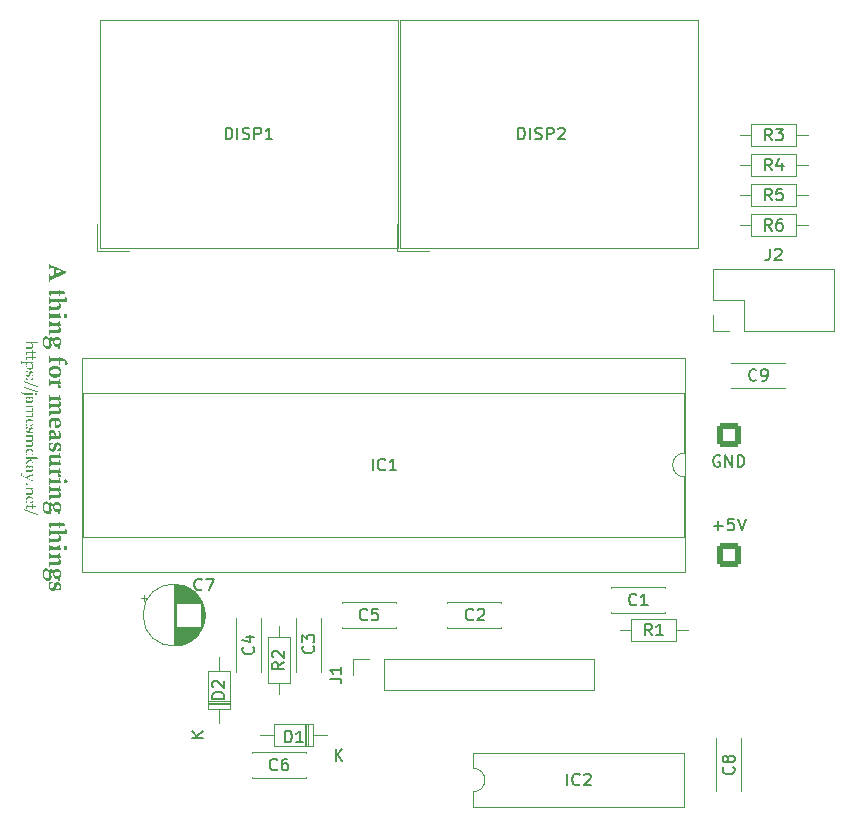
<source format=gto>
%TF.GenerationSoftware,KiCad,Pcbnew,7.0.8*%
%TF.CreationDate,2023-11-30T19:21:53+00:00*%
%TF.ProjectId,mainboard,6d61696e-626f-4617-9264-2e6b69636164,rev?*%
%TF.SameCoordinates,Original*%
%TF.FileFunction,Legend,Top*%
%TF.FilePolarity,Positive*%
%FSLAX46Y46*%
G04 Gerber Fmt 4.6, Leading zero omitted, Abs format (unit mm)*
G04 Created by KiCad (PCBNEW 7.0.8) date 2023-11-30 19:21:53*
%MOMM*%
%LPD*%
G01*
G04 APERTURE LIST*
G04 Aperture macros list*
%AMRoundRect*
0 Rectangle with rounded corners*
0 $1 Rounding radius*
0 $2 $3 $4 $5 $6 $7 $8 $9 X,Y pos of 4 corners*
0 Add a 4 corners polygon primitive as box body*
4,1,4,$2,$3,$4,$5,$6,$7,$8,$9,$2,$3,0*
0 Add four circle primitives for the rounded corners*
1,1,$1+$1,$2,$3*
1,1,$1+$1,$4,$5*
1,1,$1+$1,$6,$7*
1,1,$1+$1,$8,$9*
0 Add four rect primitives between the rounded corners*
20,1,$1+$1,$2,$3,$4,$5,0*
20,1,$1+$1,$4,$5,$6,$7,0*
20,1,$1+$1,$6,$7,$8,$9,0*
20,1,$1+$1,$8,$9,$2,$3,0*%
G04 Aperture macros list end*
%ADD10C,0.300000*%
%ADD11C,0.125000*%
%ADD12C,0.150000*%
%ADD13C,0.120000*%
%ADD14RoundRect,0.250001X-0.799999X-0.799999X0.799999X-0.799999X0.799999X0.799999X-0.799999X0.799999X0*%
%ADD15C,1.600000*%
%ADD16R,1.600000X2.400000*%
%ADD17O,1.600000X2.400000*%
%ADD18C,3.000000*%
%ADD19C,1.400000*%
%ADD20O,1.400000X1.400000*%
%ADD21R,1.700000X1.700000*%
%ADD22O,1.700000X1.700000*%
%ADD23R,1.500000X1.500000*%
%ADD24O,1.500000X1.500000*%
%ADD25R,1.600000X1.600000*%
G04 APERTURE END LIST*
D10*
G36*
X110553789Y-79124082D02*
G01*
X110555214Y-79143282D01*
X110557155Y-79161039D01*
X110559611Y-79177354D01*
X110562581Y-79192226D01*
X110567344Y-79209811D01*
X110573023Y-79224832D01*
X110581409Y-79240002D01*
X110591227Y-79251165D01*
X110595554Y-79254508D01*
X110609940Y-79262636D01*
X110627949Y-79271468D01*
X110643394Y-79278658D01*
X110661589Y-79286889D01*
X110682535Y-79296163D01*
X110706231Y-79306479D01*
X110732678Y-79317836D01*
X110746933Y-79323905D01*
X110761875Y-79330235D01*
X110777506Y-79336825D01*
X110793824Y-79343676D01*
X110810829Y-79350787D01*
X110828522Y-79358159D01*
X110846903Y-79365791D01*
X110865972Y-79373683D01*
X110885728Y-79381836D01*
X110906171Y-79390250D01*
X110927303Y-79398924D01*
X110949122Y-79407858D01*
X110971629Y-79417053D01*
X110994823Y-79426509D01*
X111018705Y-79436224D01*
X111681458Y-79705136D01*
X111696573Y-79711039D01*
X111713065Y-79717483D01*
X111730936Y-79724469D01*
X111750186Y-79731995D01*
X111770813Y-79740062D01*
X111785330Y-79745741D01*
X111800460Y-79751660D01*
X111816202Y-79757819D01*
X111832557Y-79764219D01*
X111849524Y-79770860D01*
X111867104Y-79777740D01*
X111885296Y-79784862D01*
X111904101Y-79792223D01*
X111913733Y-79795994D01*
X111913733Y-79942173D01*
X110648311Y-80488423D01*
X110631252Y-80496299D01*
X110616162Y-80503993D01*
X110603042Y-80511504D01*
X110589411Y-80520634D01*
X110577114Y-80531213D01*
X110568369Y-80543034D01*
X110566978Y-80546308D01*
X110562267Y-80562509D01*
X110559150Y-80578712D01*
X110557202Y-80593848D01*
X110555844Y-80610469D01*
X110555077Y-80628574D01*
X110554888Y-80644127D01*
X110542431Y-80653287D01*
X110470990Y-80653287D01*
X110460000Y-80644127D01*
X110460000Y-80616215D01*
X110460000Y-80589722D01*
X110460000Y-80564649D01*
X110460000Y-80540996D01*
X110460000Y-80518762D01*
X110460000Y-80497948D01*
X110460000Y-80478554D01*
X110460000Y-80460579D01*
X110460000Y-80444024D01*
X110460000Y-80428888D01*
X110460000Y-80408847D01*
X110460000Y-80392000D01*
X110460000Y-80374506D01*
X110460000Y-80367889D01*
X110460000Y-80344271D01*
X110460000Y-80320862D01*
X110460000Y-80297663D01*
X110460000Y-80274672D01*
X110460000Y-80251890D01*
X110460000Y-80229317D01*
X110460000Y-80206953D01*
X110460000Y-80184798D01*
X110460000Y-80162852D01*
X110460000Y-80141115D01*
X110460000Y-80119587D01*
X110460000Y-80098268D01*
X110460000Y-80077157D01*
X110460000Y-80056256D01*
X110460000Y-80035563D01*
X110460000Y-80015080D01*
X110470990Y-80005921D01*
X110541332Y-80005921D01*
X110553789Y-80016179D01*
X110558918Y-80105938D01*
X110560648Y-80122298D01*
X110564872Y-80138269D01*
X110572764Y-80151855D01*
X110585690Y-80160728D01*
X110598119Y-80162725D01*
X110614158Y-80160435D01*
X110629390Y-80156365D01*
X110644859Y-80151419D01*
X110659050Y-80146444D01*
X110674855Y-80140565D01*
X110692274Y-80133782D01*
X110903300Y-80050251D01*
X110903566Y-80032458D01*
X110903815Y-80014616D01*
X110904047Y-79996726D01*
X110904262Y-79978787D01*
X110904459Y-79960799D01*
X110904640Y-79942763D01*
X110904803Y-79924678D01*
X110904949Y-79906545D01*
X110905078Y-79888362D01*
X110905189Y-79870131D01*
X110905284Y-79851852D01*
X110905361Y-79833524D01*
X110905421Y-79815147D01*
X110905464Y-79796721D01*
X110905477Y-79787568D01*
X111022735Y-79787568D01*
X111022746Y-79803724D01*
X111022781Y-79819493D01*
X111022838Y-79834876D01*
X111022918Y-79849873D01*
X111023081Y-79871643D01*
X111023296Y-79892544D01*
X111023562Y-79912576D01*
X111023880Y-79931738D01*
X111024249Y-79950031D01*
X111024670Y-79967454D01*
X111025142Y-79984008D01*
X111025666Y-79999693D01*
X111534180Y-79779508D01*
X111025666Y-79568116D01*
X111025142Y-79584425D01*
X111024670Y-79601616D01*
X111024249Y-79619690D01*
X111023880Y-79638646D01*
X111023562Y-79658485D01*
X111023296Y-79679206D01*
X111023081Y-79700808D01*
X111022967Y-79715701D01*
X111022875Y-79730985D01*
X111022807Y-79746661D01*
X111022761Y-79762730D01*
X111022738Y-79779190D01*
X111022735Y-79787568D01*
X110905477Y-79787568D01*
X110905490Y-79778247D01*
X110905498Y-79759724D01*
X110905479Y-79743991D01*
X110905421Y-79726880D01*
X110905325Y-79708391D01*
X110905189Y-79688523D01*
X110905015Y-79667278D01*
X110904878Y-79652349D01*
X110904724Y-79636807D01*
X110904552Y-79620652D01*
X110904363Y-79603885D01*
X110904157Y-79586506D01*
X110903934Y-79568514D01*
X110903693Y-79549910D01*
X110903436Y-79530693D01*
X110903300Y-79520855D01*
X110784232Y-79475425D01*
X110767013Y-79469170D01*
X110750618Y-79463318D01*
X110735047Y-79457870D01*
X110720301Y-79452825D01*
X110706379Y-79448184D01*
X110687042Y-79441979D01*
X110669560Y-79436682D01*
X110653932Y-79432294D01*
X110635980Y-79427854D01*
X110621326Y-79425029D01*
X110607644Y-79423768D01*
X110592305Y-79426082D01*
X110578423Y-79434394D01*
X110569469Y-79446626D01*
X110564167Y-79460794D01*
X110561849Y-79472128D01*
X110559834Y-79488866D01*
X110558323Y-79505597D01*
X110557063Y-79522275D01*
X110556056Y-79537408D01*
X110555048Y-79554132D01*
X110554041Y-79572447D01*
X110553789Y-79577275D01*
X110542798Y-79587533D01*
X110470990Y-79587533D01*
X110460000Y-79577275D01*
X110460000Y-79553992D01*
X110460000Y-79531771D01*
X110460000Y-79510612D01*
X110460000Y-79490515D01*
X110460000Y-79471480D01*
X110460000Y-79453507D01*
X110460000Y-79436595D01*
X110460000Y-79420746D01*
X110460000Y-79405958D01*
X110460000Y-79385767D01*
X110460000Y-79367966D01*
X110460000Y-79352554D01*
X110460000Y-79335721D01*
X110460000Y-79332177D01*
X110460000Y-79315961D01*
X110460000Y-79298596D01*
X110460000Y-79283010D01*
X110460000Y-79265228D01*
X110460000Y-79245250D01*
X110460000Y-79223076D01*
X110460000Y-79207073D01*
X110460000Y-79190095D01*
X110460000Y-79172140D01*
X110460000Y-79153209D01*
X110460000Y-79133302D01*
X110460000Y-79122983D01*
X110469891Y-79112725D01*
X110542798Y-79112725D01*
X110553789Y-79124082D01*
G37*
G36*
X110588960Y-81905520D02*
G01*
X110577099Y-81894669D01*
X110565112Y-81883122D01*
X110553778Y-81872028D01*
X110542798Y-81861190D01*
X110531354Y-81849941D01*
X110520103Y-81839002D01*
X110509046Y-81828371D01*
X110498182Y-81818050D01*
X110483996Y-81804769D01*
X110470155Y-81792038D01*
X110456656Y-81779857D01*
X110443502Y-81768225D01*
X110430690Y-81757142D01*
X110425624Y-81741325D01*
X110421417Y-81725472D01*
X110418068Y-81709583D01*
X110415578Y-81693658D01*
X110413946Y-81677698D01*
X110413174Y-81661701D01*
X110413105Y-81655293D01*
X110413441Y-81637689D01*
X110414450Y-81620689D01*
X110416132Y-81604292D01*
X110418486Y-81588500D01*
X110421513Y-81573312D01*
X110425212Y-81558727D01*
X110432022Y-81537983D01*
X110440346Y-81518597D01*
X110450183Y-81500571D01*
X110461534Y-81483903D01*
X110474398Y-81468594D01*
X110488775Y-81454644D01*
X110499200Y-81446099D01*
X110513489Y-81436314D01*
X110528601Y-81427844D01*
X110544538Y-81420687D01*
X110558448Y-81415726D01*
X110572931Y-81411678D01*
X110584930Y-81409096D01*
X110600145Y-81406623D01*
X110616483Y-81404516D01*
X110633942Y-81402776D01*
X110652524Y-81401402D01*
X110667196Y-81400612D01*
X110682500Y-81400029D01*
X110698435Y-81399651D01*
X110715000Y-81399479D01*
X110732197Y-81399513D01*
X110738070Y-81399571D01*
X110991594Y-81402868D01*
X111257208Y-81402868D01*
X111257208Y-81375024D01*
X111257208Y-81320436D01*
X111257208Y-81277938D01*
X111266367Y-81266580D01*
X111293112Y-81266580D01*
X111308499Y-81275007D01*
X111317465Y-81288495D01*
X111326338Y-81302222D01*
X111335341Y-81316375D01*
X111343980Y-81330096D01*
X111345502Y-81332526D01*
X111354314Y-81346511D01*
X111362661Y-81359388D01*
X111372063Y-81373376D01*
X111380796Y-81385766D01*
X111390138Y-81398203D01*
X111393862Y-81402868D01*
X111531981Y-81402868D01*
X111548283Y-81402794D01*
X111564765Y-81402572D01*
X111581428Y-81402201D01*
X111598270Y-81401683D01*
X111615293Y-81401016D01*
X111632497Y-81400202D01*
X111649881Y-81399239D01*
X111667445Y-81398128D01*
X111685189Y-81396869D01*
X111703114Y-81395462D01*
X111715163Y-81394441D01*
X111719714Y-81408678D01*
X111725622Y-81426859D01*
X111731346Y-81444124D01*
X111736888Y-81460473D01*
X111742246Y-81475906D01*
X111747421Y-81490423D01*
X111753632Y-81507282D01*
X111758394Y-81519738D01*
X111764824Y-81535702D01*
X111770817Y-81549864D01*
X111777566Y-81565263D01*
X111785071Y-81581898D01*
X111793331Y-81599770D01*
X111800023Y-81613985D01*
X111807139Y-81628896D01*
X111814680Y-81644502D01*
X111819944Y-81655293D01*
X111799427Y-81682037D01*
X111783777Y-81680509D01*
X111768332Y-81679038D01*
X111753094Y-81677624D01*
X111738061Y-81676267D01*
X111723235Y-81674968D01*
X111708615Y-81673726D01*
X111687071Y-81671970D01*
X111665991Y-81670342D01*
X111645374Y-81668844D01*
X111625221Y-81667474D01*
X111605532Y-81666234D01*
X111586306Y-81665122D01*
X111573747Y-81664452D01*
X111397892Y-81655293D01*
X111397892Y-81689365D01*
X111397892Y-81710114D01*
X111397892Y-81730323D01*
X111397892Y-81749991D01*
X111397892Y-81769118D01*
X111397892Y-81787703D01*
X111397892Y-81805748D01*
X111397892Y-81823252D01*
X111397892Y-81840215D01*
X111397892Y-81856637D01*
X111397892Y-81872518D01*
X111397892Y-81882805D01*
X111386535Y-81894162D01*
X111267466Y-81879874D01*
X111257208Y-81869616D01*
X111257208Y-81655293D01*
X110901102Y-81655293D01*
X110880265Y-81655309D01*
X110860527Y-81655356D01*
X110841888Y-81655434D01*
X110824349Y-81655545D01*
X110807908Y-81655686D01*
X110792567Y-81655860D01*
X110771615Y-81656178D01*
X110753137Y-81656568D01*
X110737131Y-81657028D01*
X110719637Y-81657753D01*
X110703952Y-81658835D01*
X110699602Y-81659323D01*
X110683570Y-81662174D01*
X110668724Y-81666879D01*
X110655063Y-81673439D01*
X110642586Y-81681854D01*
X110631295Y-81692124D01*
X110627794Y-81695959D01*
X110618581Y-81708547D01*
X110611274Y-81722681D01*
X110605873Y-81738360D01*
X110602378Y-81755585D01*
X110600922Y-81771120D01*
X110600683Y-81780956D01*
X110601508Y-81797373D01*
X110603454Y-81811999D01*
X110606545Y-81827484D01*
X110610781Y-81843827D01*
X110616162Y-81861029D01*
X110621291Y-81875409D01*
X110624131Y-81882805D01*
X110588960Y-81905520D01*
G37*
G36*
X110472822Y-83163248D02*
G01*
X110460000Y-83152990D01*
X110460000Y-83132007D01*
X110460000Y-83111649D01*
X110460000Y-83091916D01*
X110460000Y-83072808D01*
X110460000Y-83054324D01*
X110460000Y-83036465D01*
X110460000Y-83019230D01*
X110460000Y-83002620D01*
X110460000Y-82986635D01*
X110460000Y-82971275D01*
X110460000Y-82961381D01*
X110460000Y-82942308D01*
X110460000Y-82926650D01*
X110460000Y-82909833D01*
X110460000Y-82891857D01*
X110460000Y-82872721D01*
X110460000Y-82852427D01*
X110460000Y-82830973D01*
X110460000Y-82816026D01*
X110460000Y-82800565D01*
X110460000Y-82784588D01*
X110460000Y-82768096D01*
X110460000Y-82751088D01*
X110470258Y-82740464D01*
X110498652Y-82742726D01*
X110526226Y-82744843D01*
X110552977Y-82746814D01*
X110578908Y-82748638D01*
X110604016Y-82750317D01*
X110628304Y-82751850D01*
X110651770Y-82753236D01*
X110674414Y-82754477D01*
X110696237Y-82755572D01*
X110717239Y-82756521D01*
X110737419Y-82757324D01*
X110756777Y-82757981D01*
X110775315Y-82758491D01*
X110793030Y-82758856D01*
X110809925Y-82759075D01*
X110825997Y-82759148D01*
X111028597Y-82759148D01*
X111044104Y-82758971D01*
X111059120Y-82758440D01*
X111087673Y-82756315D01*
X111114257Y-82752773D01*
X111138872Y-82747814D01*
X111161518Y-82741438D01*
X111182195Y-82733646D01*
X111200903Y-82724437D01*
X111217641Y-82713811D01*
X111232410Y-82701768D01*
X111245210Y-82688308D01*
X111256040Y-82673432D01*
X111264902Y-82657139D01*
X111271794Y-82639429D01*
X111276717Y-82620302D01*
X111279671Y-82599758D01*
X111280655Y-82577798D01*
X111280066Y-82559977D01*
X111278298Y-82542923D01*
X111275352Y-82526635D01*
X111271227Y-82511114D01*
X111265924Y-82496359D01*
X111259442Y-82482370D01*
X111251782Y-82469148D01*
X111242943Y-82456692D01*
X111232925Y-82445002D01*
X111221729Y-82434079D01*
X111213611Y-82427222D01*
X111199769Y-82417090D01*
X111184989Y-82408309D01*
X111169269Y-82400878D01*
X111152611Y-82394799D01*
X111135014Y-82390071D01*
X111116478Y-82386693D01*
X111097004Y-82384667D01*
X111081782Y-82384034D01*
X111076591Y-82383991D01*
X110956789Y-82383991D01*
X110931251Y-82384020D01*
X110906294Y-82384106D01*
X110881918Y-82384249D01*
X110858123Y-82384449D01*
X110834909Y-82384707D01*
X110812276Y-82385022D01*
X110790224Y-82385394D01*
X110768753Y-82385823D01*
X110747863Y-82386310D01*
X110727554Y-82386854D01*
X110707826Y-82387455D01*
X110688679Y-82388113D01*
X110670114Y-82388828D01*
X110652129Y-82389601D01*
X110634725Y-82390431D01*
X110617903Y-82391319D01*
X110602047Y-82393032D01*
X110587490Y-82397222D01*
X110574638Y-82405809D01*
X110569176Y-82414033D01*
X110564182Y-82427903D01*
X110560627Y-82445540D01*
X110558629Y-82460246D01*
X110556929Y-82477310D01*
X110555527Y-82496734D01*
X110554670Y-82512849D01*
X110553981Y-82530290D01*
X110553789Y-82536399D01*
X110542065Y-82547756D01*
X110471723Y-82547756D01*
X110460000Y-82537498D01*
X110460000Y-82518397D01*
X110460000Y-82497776D01*
X110460000Y-82475635D01*
X110460000Y-82460031D01*
X110460000Y-82443750D01*
X110460000Y-82426794D01*
X110460000Y-82409163D01*
X110460000Y-82390856D01*
X110460000Y-82371874D01*
X110460000Y-82352216D01*
X110460000Y-82331883D01*
X110460000Y-82310874D01*
X110460000Y-82289190D01*
X110460000Y-82266831D01*
X110460000Y-82255397D01*
X110460000Y-82232660D01*
X110460000Y-82210609D01*
X110460000Y-82189246D01*
X110460000Y-82168569D01*
X110460000Y-82148579D01*
X110460000Y-82129277D01*
X110460000Y-82110661D01*
X110460000Y-82092732D01*
X110460000Y-82075490D01*
X110460000Y-82058935D01*
X110460000Y-82043066D01*
X110460000Y-82027885D01*
X110460000Y-82006401D01*
X110460000Y-81986463D01*
X110460000Y-81974030D01*
X110471723Y-81963772D01*
X110542065Y-81963772D01*
X110553789Y-81974030D01*
X110554419Y-81991917D01*
X110555210Y-82008484D01*
X110556162Y-82023730D01*
X110557682Y-82042006D01*
X110559488Y-82057934D01*
X110562148Y-82074544D01*
X110565930Y-82089635D01*
X110568810Y-82096762D01*
X110578656Y-82108659D01*
X110591994Y-82115109D01*
X110607839Y-82118360D01*
X110617170Y-82119110D01*
X110634332Y-82119997D01*
X110653028Y-82120827D01*
X110673258Y-82121600D01*
X110695022Y-82122316D01*
X110718321Y-82122974D01*
X110743153Y-82123575D01*
X110769520Y-82124119D01*
X110797421Y-82124605D01*
X110826856Y-82125035D01*
X110842149Y-82125228D01*
X110857825Y-82125407D01*
X110873885Y-82125571D01*
X110890329Y-82125722D01*
X110907156Y-82125858D01*
X110924366Y-82125979D01*
X110941960Y-82126087D01*
X110959938Y-82126180D01*
X110978299Y-82126258D01*
X110997044Y-82126323D01*
X111016172Y-82126373D01*
X111035684Y-82126409D01*
X111055579Y-82126430D01*
X111075858Y-82126437D01*
X111413646Y-82126437D01*
X111439801Y-82126409D01*
X111465326Y-82126323D01*
X111490222Y-82126180D01*
X111514487Y-82125979D01*
X111538124Y-82125722D01*
X111561130Y-82125407D01*
X111583507Y-82125035D01*
X111605254Y-82124605D01*
X111626372Y-82124119D01*
X111646859Y-82123575D01*
X111666718Y-82122974D01*
X111685946Y-82122316D01*
X111704545Y-82121600D01*
X111722514Y-82120827D01*
X111739853Y-82119997D01*
X111756563Y-82119110D01*
X111771542Y-82117397D01*
X111785698Y-82113207D01*
X111798950Y-82104620D01*
X111805289Y-82096395D01*
X111810601Y-82081237D01*
X111813363Y-82066786D01*
X111815696Y-82048508D01*
X111817253Y-82031128D01*
X111818241Y-82016486D01*
X111819074Y-82000465D01*
X111819752Y-81983066D01*
X111819944Y-81976961D01*
X111833499Y-81966702D01*
X111900177Y-81966702D01*
X111913733Y-81976961D01*
X111916890Y-82001832D01*
X111920408Y-82026712D01*
X111924286Y-82051600D01*
X111928525Y-82076497D01*
X111933124Y-82101403D01*
X111938085Y-82126317D01*
X111943406Y-82151240D01*
X111949087Y-82176171D01*
X111955129Y-82201111D01*
X111961532Y-82226060D01*
X111968295Y-82251017D01*
X111975420Y-82275983D01*
X111982904Y-82300957D01*
X111990750Y-82325940D01*
X111998956Y-82350931D01*
X112007522Y-82375931D01*
X111995066Y-82397547D01*
X111978236Y-82397341D01*
X111961797Y-82396916D01*
X111945598Y-82396384D01*
X111927128Y-82395692D01*
X111910716Y-82395022D01*
X111892850Y-82394250D01*
X111877343Y-82393618D01*
X111861734Y-82393007D01*
X111846022Y-82392416D01*
X111830208Y-82391845D01*
X111814291Y-82391294D01*
X111798272Y-82390763D01*
X111782151Y-82390252D01*
X111765928Y-82389762D01*
X111749602Y-82389291D01*
X111733174Y-82388840D01*
X111716644Y-82388409D01*
X111700011Y-82387998D01*
X111683276Y-82387608D01*
X111666438Y-82387237D01*
X111649499Y-82386886D01*
X111632457Y-82386556D01*
X111615312Y-82386245D01*
X111598066Y-82385955D01*
X111580717Y-82385684D01*
X111563265Y-82385434D01*
X111545712Y-82385203D01*
X111528056Y-82384993D01*
X111510298Y-82384803D01*
X111492437Y-82384632D01*
X111474474Y-82384482D01*
X111456409Y-82384352D01*
X111438241Y-82384242D01*
X111419971Y-82384152D01*
X111401599Y-82384082D01*
X111383124Y-82384031D01*
X111364548Y-82384001D01*
X111345868Y-82383991D01*
X111287983Y-82383991D01*
X111440390Y-82565342D01*
X111446916Y-82582584D01*
X111452572Y-82600238D01*
X111457358Y-82618304D01*
X111461273Y-82636783D01*
X111464318Y-82655673D01*
X111466494Y-82674976D01*
X111467554Y-82689724D01*
X111468125Y-82704703D01*
X111468234Y-82714818D01*
X111467850Y-82734967D01*
X111466700Y-82754471D01*
X111464782Y-82773332D01*
X111462097Y-82791549D01*
X111458646Y-82809121D01*
X111454427Y-82826050D01*
X111449441Y-82842335D01*
X111443688Y-82857975D01*
X111437167Y-82872972D01*
X111429880Y-82887324D01*
X111421826Y-82901033D01*
X111413005Y-82914098D01*
X111403416Y-82926518D01*
X111393061Y-82938295D01*
X111381938Y-82949427D01*
X111370048Y-82959916D01*
X111354485Y-82971701D01*
X111337608Y-82982327D01*
X111319417Y-82991794D01*
X111299912Y-83000102D01*
X111279094Y-83007250D01*
X111264485Y-83011372D01*
X111249293Y-83014978D01*
X111233516Y-83018069D01*
X111217156Y-83020645D01*
X111200211Y-83022706D01*
X111182683Y-83024252D01*
X111164571Y-83025282D01*
X111145875Y-83025797D01*
X111136308Y-83025862D01*
X111119316Y-83025543D01*
X111103740Y-83025090D01*
X111088124Y-83024586D01*
X111069703Y-83023957D01*
X111054046Y-83023402D01*
X111036811Y-83022776D01*
X111017999Y-83022079D01*
X111011378Y-83021832D01*
X110991424Y-83021111D01*
X110971819Y-83020462D01*
X110952561Y-83019883D01*
X110933651Y-83019376D01*
X110915089Y-83018939D01*
X110896875Y-83018573D01*
X110879008Y-83018278D01*
X110861489Y-83018053D01*
X110844318Y-83017900D01*
X110827494Y-83017817D01*
X110816472Y-83017802D01*
X110797584Y-83017822D01*
X110779572Y-83017882D01*
X110762436Y-83017982D01*
X110746176Y-83018122D01*
X110730791Y-83018302D01*
X110709357Y-83018648D01*
X110689893Y-83019084D01*
X110672400Y-83019610D01*
X110656877Y-83020226D01*
X110639246Y-83021188D01*
X110622134Y-83022615D01*
X110619368Y-83022931D01*
X110604650Y-83025331D01*
X110590215Y-83029335D01*
X110575982Y-83036390D01*
X110565879Y-83046744D01*
X110560392Y-83062790D01*
X110557507Y-83079637D01*
X110555575Y-83097434D01*
X110554338Y-83114132D01*
X110553377Y-83133017D01*
X110552836Y-83148616D01*
X110552690Y-83154089D01*
X110540966Y-83163248D01*
X110472822Y-83163248D01*
G37*
G36*
X111843025Y-83702536D02*
G01*
X111826389Y-83701809D01*
X111810372Y-83699628D01*
X111794974Y-83695993D01*
X111780193Y-83690904D01*
X111766031Y-83684361D01*
X111752487Y-83676364D01*
X111739561Y-83666913D01*
X111727254Y-83656008D01*
X111716005Y-83644170D01*
X111706256Y-83631736D01*
X111698007Y-83618708D01*
X111691258Y-83605083D01*
X111686009Y-83590864D01*
X111682259Y-83576049D01*
X111680010Y-83560639D01*
X111679260Y-83544633D01*
X111680010Y-83528450D01*
X111682259Y-83512874D01*
X111686009Y-83497905D01*
X111691258Y-83483542D01*
X111698007Y-83469786D01*
X111706256Y-83456637D01*
X111716005Y-83444095D01*
X111727254Y-83432160D01*
X111739561Y-83421340D01*
X111752487Y-83411964D01*
X111766031Y-83404030D01*
X111780193Y-83397538D01*
X111794974Y-83392489D01*
X111810372Y-83388883D01*
X111826389Y-83386719D01*
X111843025Y-83385998D01*
X111860078Y-83386730D01*
X111876432Y-83388929D01*
X111892089Y-83392592D01*
X111907047Y-83397721D01*
X111921306Y-83404316D01*
X111934868Y-83412376D01*
X111947730Y-83421901D01*
X111959895Y-83432892D01*
X111971057Y-83444896D01*
X111980732Y-83457462D01*
X111988918Y-83470588D01*
X111995615Y-83484275D01*
X112000825Y-83498523D01*
X112004545Y-83513332D01*
X112006778Y-83528702D01*
X112007522Y-83544633D01*
X112006778Y-83560393D01*
X112004545Y-83575614D01*
X112000825Y-83590297D01*
X111995615Y-83604442D01*
X111988918Y-83618049D01*
X111980732Y-83631118D01*
X111971057Y-83643649D01*
X111959895Y-83655642D01*
X111947730Y-83666633D01*
X111934868Y-83676158D01*
X111921306Y-83684218D01*
X111907047Y-83690813D01*
X111892089Y-83695942D01*
X111876432Y-83699605D01*
X111860078Y-83701804D01*
X111843025Y-83702536D01*
G37*
G36*
X110471723Y-83844686D02*
G01*
X110460000Y-83834427D01*
X110460000Y-83815323D01*
X110460000Y-83794693D01*
X110460000Y-83772536D01*
X110460000Y-83756917D01*
X110460000Y-83740619D01*
X110460000Y-83723643D01*
X110460000Y-83705989D01*
X110460000Y-83687657D01*
X110460000Y-83668646D01*
X110460000Y-83648957D01*
X110460000Y-83628589D01*
X110460000Y-83607543D01*
X110460000Y-83585819D01*
X110460000Y-83563416D01*
X110460000Y-83551961D01*
X110460000Y-83529266D01*
X110460000Y-83507253D01*
X110460000Y-83485921D01*
X110460000Y-83465270D01*
X110460000Y-83445300D01*
X110460000Y-83426011D01*
X110460000Y-83407404D01*
X110460000Y-83389478D01*
X110460000Y-83372233D01*
X110460000Y-83355670D01*
X110460000Y-83339787D01*
X110460000Y-83324586D01*
X110460000Y-83303061D01*
X110460000Y-83283069D01*
X110460000Y-83270593D01*
X110471723Y-83260335D01*
X110542065Y-83260335D01*
X110553789Y-83270593D01*
X110554416Y-83288542D01*
X110555197Y-83305158D01*
X110556133Y-83320442D01*
X110557621Y-83338746D01*
X110559384Y-83354680D01*
X110561975Y-83371264D01*
X110565650Y-83386278D01*
X110568443Y-83393325D01*
X110577952Y-83405431D01*
X110592606Y-83412529D01*
X110608451Y-83415529D01*
X110615338Y-83416039D01*
X110631256Y-83416927D01*
X110647320Y-83417757D01*
X110663531Y-83418530D01*
X110679887Y-83419245D01*
X110696389Y-83419903D01*
X110713037Y-83420505D01*
X110729831Y-83421048D01*
X110746771Y-83421535D01*
X110763857Y-83421964D01*
X110781089Y-83422336D01*
X110798467Y-83422651D01*
X110815991Y-83422909D01*
X110833661Y-83423109D01*
X110851477Y-83423252D01*
X110869439Y-83423338D01*
X110887547Y-83423367D01*
X111027131Y-83423367D01*
X111050161Y-83423307D01*
X111071988Y-83423126D01*
X111092613Y-83422826D01*
X111112036Y-83422405D01*
X111130257Y-83421864D01*
X111147276Y-83421203D01*
X111163093Y-83420422D01*
X111184564Y-83419024D01*
X111203330Y-83417356D01*
X111219391Y-83415418D01*
X111236599Y-83412412D01*
X111251346Y-83407979D01*
X111263007Y-83398940D01*
X111270678Y-83385086D01*
X111274805Y-83370140D01*
X111275893Y-83363649D01*
X111277282Y-83347423D01*
X111278149Y-83332113D01*
X111278931Y-83315872D01*
X111279595Y-83300599D01*
X111280293Y-83283300D01*
X111280655Y-83273890D01*
X111292745Y-83263632D01*
X111360889Y-83263632D01*
X111374445Y-83273890D01*
X111377044Y-83298631D01*
X111380078Y-83323395D01*
X111383547Y-83348182D01*
X111387451Y-83372992D01*
X111391790Y-83397824D01*
X111396564Y-83422680D01*
X111401773Y-83447558D01*
X111407418Y-83472460D01*
X111413497Y-83497384D01*
X111420011Y-83522331D01*
X111426961Y-83547301D01*
X111434345Y-83572294D01*
X111442165Y-83597310D01*
X111450420Y-83622348D01*
X111459109Y-83647410D01*
X111468234Y-83672494D01*
X111455045Y-83694110D01*
X111432280Y-83692513D01*
X111409965Y-83691019D01*
X111388099Y-83689628D01*
X111366682Y-83688340D01*
X111345715Y-83687155D01*
X111325197Y-83686073D01*
X111305129Y-83685094D01*
X111285510Y-83684218D01*
X111266340Y-83683445D01*
X111247620Y-83682776D01*
X111229349Y-83682209D01*
X111211527Y-83681745D01*
X111194155Y-83681385D01*
X111177232Y-83681127D01*
X111160758Y-83680972D01*
X111144734Y-83680921D01*
X110822700Y-83680921D01*
X110803306Y-83681035D01*
X110787588Y-83681271D01*
X110770865Y-83681636D01*
X110753138Y-83682130D01*
X110734406Y-83682753D01*
X110714670Y-83683504D01*
X110693929Y-83684384D01*
X110672183Y-83685393D01*
X110657128Y-83686137D01*
X110641626Y-83686939D01*
X110625678Y-83687797D01*
X110617536Y-83688248D01*
X110601681Y-83689961D01*
X110587123Y-83694151D01*
X110574272Y-83702738D01*
X110568810Y-83710963D01*
X110563959Y-83724832D01*
X110560498Y-83742469D01*
X110558549Y-83757175D01*
X110556886Y-83774240D01*
X110555509Y-83793663D01*
X110554665Y-83809778D01*
X110553981Y-83827220D01*
X110553789Y-83833328D01*
X110542065Y-83844686D01*
X110471723Y-83844686D01*
G37*
G36*
X110472822Y-85144546D02*
G01*
X110460000Y-85134288D01*
X110460000Y-85113305D01*
X110460000Y-85092947D01*
X110460000Y-85073214D01*
X110460000Y-85054106D01*
X110460000Y-85035622D01*
X110460000Y-85017763D01*
X110460000Y-85000528D01*
X110460000Y-84983918D01*
X110460000Y-84967933D01*
X110460000Y-84952573D01*
X110460000Y-84942679D01*
X110460000Y-84923606D01*
X110460000Y-84907948D01*
X110460000Y-84891131D01*
X110460000Y-84873155D01*
X110460000Y-84854019D01*
X110460000Y-84833725D01*
X110460000Y-84812271D01*
X110460000Y-84797324D01*
X110460000Y-84781863D01*
X110460000Y-84765886D01*
X110460000Y-84749394D01*
X110460000Y-84732386D01*
X110470258Y-84721762D01*
X110498652Y-84724024D01*
X110526226Y-84726141D01*
X110552977Y-84728112D01*
X110578908Y-84729936D01*
X110604016Y-84731615D01*
X110628304Y-84733148D01*
X110651770Y-84734534D01*
X110674414Y-84735775D01*
X110696237Y-84736870D01*
X110717239Y-84737819D01*
X110737419Y-84738622D01*
X110756777Y-84739279D01*
X110775315Y-84739789D01*
X110793030Y-84740154D01*
X110809925Y-84740373D01*
X110825997Y-84740446D01*
X111028597Y-84740446D01*
X111044104Y-84740269D01*
X111059120Y-84739738D01*
X111087673Y-84737613D01*
X111114257Y-84734071D01*
X111138872Y-84729112D01*
X111161518Y-84722736D01*
X111182195Y-84714944D01*
X111200903Y-84705735D01*
X111217641Y-84695109D01*
X111232410Y-84683066D01*
X111245210Y-84669606D01*
X111256040Y-84654730D01*
X111264902Y-84638437D01*
X111271794Y-84620727D01*
X111276717Y-84601600D01*
X111279671Y-84581056D01*
X111280655Y-84559096D01*
X111280086Y-84541668D01*
X111278376Y-84524968D01*
X111275526Y-84508996D01*
X111271536Y-84493752D01*
X111266407Y-84479235D01*
X111260138Y-84465446D01*
X111252728Y-84452384D01*
X111244179Y-84440051D01*
X111234490Y-84428445D01*
X111223661Y-84417566D01*
X111215809Y-84410718D01*
X111202156Y-84400071D01*
X111188492Y-84390843D01*
X111174816Y-84383035D01*
X111161129Y-84376647D01*
X111144004Y-84370657D01*
X111126861Y-84366886D01*
X111109700Y-84365334D01*
X111106266Y-84365289D01*
X110915757Y-84365289D01*
X110899447Y-84365303D01*
X110883535Y-84365342D01*
X110868022Y-84365408D01*
X110852908Y-84365501D01*
X110838192Y-84365620D01*
X110809956Y-84365938D01*
X110783315Y-84366362D01*
X110758268Y-84366891D01*
X110734815Y-84367527D01*
X110712956Y-84368268D01*
X110692691Y-84369115D01*
X110674021Y-84370068D01*
X110656945Y-84371127D01*
X110641463Y-84372292D01*
X110621230Y-84374238D01*
X110604584Y-84376422D01*
X110591524Y-84378845D01*
X110577572Y-84387315D01*
X110568152Y-84402445D01*
X110563175Y-84416567D01*
X110559239Y-84433918D01*
X110556972Y-84449049D01*
X110555290Y-84465997D01*
X110554194Y-84484761D01*
X110553789Y-84498280D01*
X110542065Y-84508538D01*
X110471723Y-84508538D01*
X110460000Y-84498280D01*
X110460000Y-84481102D01*
X110460000Y-84462404D01*
X110460000Y-84442187D01*
X110460000Y-84420450D01*
X110460000Y-84405114D01*
X110460000Y-84389103D01*
X110460000Y-84372416D01*
X110460000Y-84355054D01*
X110460000Y-84337016D01*
X110460000Y-84318303D01*
X110460000Y-84298914D01*
X110460000Y-84278850D01*
X110460000Y-84258111D01*
X110460000Y-84236695D01*
X110460000Y-84213958D01*
X110460000Y-84191907D01*
X110460000Y-84170544D01*
X110460000Y-84149867D01*
X110460000Y-84129877D01*
X110460000Y-84110575D01*
X110460000Y-84091959D01*
X110460000Y-84074030D01*
X110460000Y-84056788D01*
X110460000Y-84040233D01*
X110460000Y-84024364D01*
X110460000Y-84009183D01*
X110460000Y-83987699D01*
X110460000Y-83967761D01*
X110460000Y-83955328D01*
X110471723Y-83945070D01*
X110542065Y-83945070D01*
X110553789Y-83955328D01*
X110554416Y-83973215D01*
X110555197Y-83989782D01*
X110556133Y-84005028D01*
X110557621Y-84023304D01*
X110559384Y-84039232D01*
X110561975Y-84055842D01*
X110565650Y-84070933D01*
X110568443Y-84078060D01*
X110577952Y-84089957D01*
X110592606Y-84096941D01*
X110608451Y-84099900D01*
X110615338Y-84100408D01*
X110631256Y-84101295D01*
X110647320Y-84102125D01*
X110663531Y-84102898D01*
X110679887Y-84103614D01*
X110696389Y-84104272D01*
X110713037Y-84104873D01*
X110729831Y-84105417D01*
X110746771Y-84105903D01*
X110763857Y-84106333D01*
X110781089Y-84106705D01*
X110798467Y-84107020D01*
X110815991Y-84107277D01*
X110833661Y-84107478D01*
X110851477Y-84107621D01*
X110869439Y-84107707D01*
X110887547Y-84107735D01*
X111027131Y-84107735D01*
X111050848Y-84107675D01*
X111073270Y-84107495D01*
X111094399Y-84107194D01*
X111114234Y-84106774D01*
X111132776Y-84106233D01*
X111150024Y-84105571D01*
X111165978Y-84104790D01*
X111180638Y-84103888D01*
X111200203Y-84102311D01*
X111216857Y-84100462D01*
X111234534Y-84097577D01*
X111249353Y-84093295D01*
X111251346Y-84092348D01*
X111263007Y-84082482D01*
X111270678Y-84068628D01*
X111274805Y-84054197D01*
X111275893Y-84048018D01*
X111277282Y-84031792D01*
X111278149Y-84016482D01*
X111278931Y-84000240D01*
X111279595Y-83984967D01*
X111280293Y-83967668D01*
X111280655Y-83958259D01*
X111292745Y-83948000D01*
X111360889Y-83948000D01*
X111374445Y-83958259D01*
X111377044Y-83981553D01*
X111380078Y-84004999D01*
X111383547Y-84028596D01*
X111387451Y-84052346D01*
X111391790Y-84076247D01*
X111396564Y-84100299D01*
X111401773Y-84124504D01*
X111407418Y-84148860D01*
X111413497Y-84173367D01*
X111420011Y-84198027D01*
X111426961Y-84222838D01*
X111434345Y-84247801D01*
X111442165Y-84272915D01*
X111450420Y-84298182D01*
X111459109Y-84323600D01*
X111468234Y-84349169D01*
X111455411Y-84371518D01*
X111292013Y-84369686D01*
X111440390Y-84546640D01*
X111446916Y-84563882D01*
X111452572Y-84581536D01*
X111457358Y-84599602D01*
X111461273Y-84618081D01*
X111464318Y-84636971D01*
X111466494Y-84656274D01*
X111467554Y-84671022D01*
X111468125Y-84686001D01*
X111468234Y-84696116D01*
X111467852Y-84716265D01*
X111466706Y-84735769D01*
X111464795Y-84754630D01*
X111462120Y-84772847D01*
X111458681Y-84790419D01*
X111454478Y-84807348D01*
X111449511Y-84823632D01*
X111443779Y-84839273D01*
X111437283Y-84854270D01*
X111430023Y-84868622D01*
X111421999Y-84882331D01*
X111413211Y-84895396D01*
X111403658Y-84907816D01*
X111393341Y-84919593D01*
X111382260Y-84930725D01*
X111370415Y-84941214D01*
X111354789Y-84952999D01*
X111337863Y-84963625D01*
X111319635Y-84973092D01*
X111300107Y-84981400D01*
X111279278Y-84988548D01*
X111264669Y-84992670D01*
X111249482Y-84996276D01*
X111233717Y-84999367D01*
X111217374Y-85001943D01*
X111200452Y-85004004D01*
X111182953Y-85005550D01*
X111164875Y-85006580D01*
X111146219Y-85007095D01*
X111136674Y-85007160D01*
X111121195Y-85006908D01*
X111104730Y-85006494D01*
X111087798Y-85006022D01*
X111072904Y-85005585D01*
X111056130Y-85005078D01*
X111037475Y-85004499D01*
X111016940Y-85003850D01*
X111002206Y-85003377D01*
X110994525Y-85003130D01*
X110979278Y-85002642D01*
X110964586Y-85002185D01*
X110943590Y-85001559D01*
X110923842Y-85001004D01*
X110905345Y-85000520D01*
X110888096Y-85000107D01*
X110872097Y-84999765D01*
X110857347Y-84999493D01*
X110839624Y-84999241D01*
X110824123Y-84999115D01*
X110817205Y-84999100D01*
X110798361Y-84999120D01*
X110780391Y-84999180D01*
X110763293Y-84999280D01*
X110747069Y-84999420D01*
X110731717Y-84999600D01*
X110710327Y-84999946D01*
X110690901Y-85000382D01*
X110673439Y-85000908D01*
X110657941Y-85001524D01*
X110640332Y-85002486D01*
X110623232Y-85003913D01*
X110620467Y-85004229D01*
X110605750Y-85006629D01*
X110591314Y-85010633D01*
X110577082Y-85017688D01*
X110566978Y-85028042D01*
X110561491Y-85044088D01*
X110558606Y-85060935D01*
X110556674Y-85078732D01*
X110555437Y-85095430D01*
X110554476Y-85114315D01*
X110553935Y-85129914D01*
X110553789Y-85135387D01*
X110542065Y-85144546D01*
X110472822Y-85144546D01*
G37*
G36*
X110213495Y-85262503D02*
G01*
X110229608Y-85263566D01*
X110244922Y-85265337D01*
X110259438Y-85267816D01*
X110277550Y-85272224D01*
X110294243Y-85277891D01*
X110309515Y-85284818D01*
X110323369Y-85293004D01*
X110335802Y-85302449D01*
X110344925Y-85314843D01*
X110353754Y-85328445D01*
X110362864Y-85342882D01*
X110370891Y-85355784D01*
X110379943Y-85370463D01*
X110390018Y-85386919D01*
X110401118Y-85405153D01*
X110405045Y-85411626D01*
X110414109Y-85426772D01*
X110422297Y-85440613D01*
X110430965Y-85455498D01*
X110438371Y-85468502D01*
X110446282Y-85482916D01*
X110447909Y-85485998D01*
X110451317Y-85468784D01*
X110455403Y-85452681D01*
X110460167Y-85437689D01*
X110465609Y-85423807D01*
X110475045Y-85405067D01*
X110486007Y-85388825D01*
X110498495Y-85375082D01*
X110512510Y-85363838D01*
X110528051Y-85355093D01*
X110545118Y-85348846D01*
X110563711Y-85345098D01*
X110583831Y-85343848D01*
X110598697Y-85344489D01*
X110613621Y-85346413D01*
X110628601Y-85349619D01*
X110643640Y-85354106D01*
X110658735Y-85359877D01*
X110673888Y-85366929D01*
X110689097Y-85375264D01*
X110704364Y-85384881D01*
X110714202Y-85397163D01*
X110723854Y-85410351D01*
X110732680Y-85422648D01*
X110743117Y-85437342D01*
X110745397Y-85440568D01*
X110754263Y-85453273D01*
X110763983Y-85467038D01*
X110773579Y-85480535D01*
X110782234Y-85492659D01*
X110791760Y-85505963D01*
X110802155Y-85520446D01*
X110807679Y-85528130D01*
X110818098Y-85501200D01*
X110829569Y-85476008D01*
X110842095Y-85452554D01*
X110855673Y-85430837D01*
X110870305Y-85410857D01*
X110885990Y-85392615D01*
X110902728Y-85376110D01*
X110920519Y-85361342D01*
X110939364Y-85348312D01*
X110959262Y-85337019D01*
X110980214Y-85327464D01*
X111002219Y-85319645D01*
X111025277Y-85313565D01*
X111049388Y-85309221D01*
X111074553Y-85306615D01*
X111100771Y-85305746D01*
X111121217Y-85306237D01*
X111141157Y-85307710D01*
X111160590Y-85310164D01*
X111179516Y-85313600D01*
X111197936Y-85318018D01*
X111215849Y-85323418D01*
X111233256Y-85329799D01*
X111250156Y-85337162D01*
X111266549Y-85345507D01*
X111282436Y-85354833D01*
X111297816Y-85365142D01*
X111312689Y-85376432D01*
X111327056Y-85388704D01*
X111340917Y-85401957D01*
X111354270Y-85416192D01*
X111367117Y-85431409D01*
X111379362Y-85447444D01*
X111390817Y-85464130D01*
X111401481Y-85481470D01*
X111411356Y-85499462D01*
X111420441Y-85518106D01*
X111428735Y-85537403D01*
X111436240Y-85557353D01*
X111442955Y-85577955D01*
X111448880Y-85599210D01*
X111454014Y-85621117D01*
X111458359Y-85643677D01*
X111461914Y-85666890D01*
X111464679Y-85690755D01*
X111466654Y-85715273D01*
X111467839Y-85740443D01*
X111468234Y-85766266D01*
X111467868Y-85791158D01*
X111466769Y-85815365D01*
X111464937Y-85838888D01*
X111462372Y-85861727D01*
X111459075Y-85883882D01*
X111455045Y-85905353D01*
X111450282Y-85926140D01*
X111444787Y-85946243D01*
X111438558Y-85965661D01*
X111431598Y-85984396D01*
X111423904Y-86002447D01*
X111415478Y-86019813D01*
X111406318Y-86036496D01*
X111396427Y-86052494D01*
X111385802Y-86067808D01*
X111374445Y-86082439D01*
X111373609Y-86097929D01*
X111372790Y-86115263D01*
X111372221Y-86130344D01*
X111371869Y-86145465D01*
X111371960Y-86160577D01*
X111372247Y-86165970D01*
X111372960Y-86183021D01*
X111373570Y-86198466D01*
X111374214Y-86215513D01*
X111374892Y-86234164D01*
X111375424Y-86249203D01*
X111375974Y-86265144D01*
X111376544Y-86281987D01*
X111377133Y-86299731D01*
X111377742Y-86318377D01*
X111365286Y-86330834D01*
X111245484Y-86319476D01*
X111233761Y-86308119D01*
X111233761Y-86155712D01*
X111219282Y-86159511D01*
X111204695Y-86162667D01*
X111190001Y-86165178D01*
X111175200Y-86167046D01*
X111160291Y-86168270D01*
X111145275Y-86168849D01*
X111139239Y-86168901D01*
X111111139Y-86167972D01*
X111084175Y-86165185D01*
X111058348Y-86160542D01*
X111033657Y-86154040D01*
X111010103Y-86145681D01*
X110987684Y-86135464D01*
X110966402Y-86123390D01*
X110946256Y-86109458D01*
X110927247Y-86093669D01*
X110909374Y-86076022D01*
X110892637Y-86056517D01*
X110877037Y-86035155D01*
X110862572Y-86011935D01*
X110849244Y-85986858D01*
X110837053Y-85959923D01*
X110831383Y-85945759D01*
X110825997Y-85931130D01*
X110819254Y-85911032D01*
X110813173Y-85890992D01*
X110807756Y-85871010D01*
X110803002Y-85851085D01*
X110798912Y-85831219D01*
X110795485Y-85811411D01*
X110792721Y-85791660D01*
X110790620Y-85771968D01*
X110789183Y-85752333D01*
X110788792Y-85742453D01*
X110882051Y-85742453D01*
X110882956Y-85762683D01*
X110885669Y-85781608D01*
X110890191Y-85799228D01*
X110896523Y-85815542D01*
X110904663Y-85830552D01*
X110914612Y-85844256D01*
X110926370Y-85856655D01*
X110939937Y-85867749D01*
X110955313Y-85877538D01*
X110972497Y-85886022D01*
X110991491Y-85893200D01*
X111012294Y-85899073D01*
X111034905Y-85903641D01*
X111059326Y-85906904D01*
X111085555Y-85908862D01*
X111113593Y-85909515D01*
X111129642Y-85909344D01*
X111145181Y-85908834D01*
X111160210Y-85907982D01*
X111188741Y-85905257D01*
X111215234Y-85901170D01*
X111239688Y-85895720D01*
X111262105Y-85888908D01*
X111282484Y-85880734D01*
X111300826Y-85871197D01*
X111317129Y-85860297D01*
X111331394Y-85848036D01*
X111343621Y-85834411D01*
X111353811Y-85819425D01*
X111361963Y-85803076D01*
X111368076Y-85785364D01*
X111372152Y-85766291D01*
X111374190Y-85745854D01*
X111374445Y-85735125D01*
X111373563Y-85714407D01*
X111370918Y-85695026D01*
X111366511Y-85676981D01*
X111360340Y-85660273D01*
X111352406Y-85644901D01*
X111342708Y-85630866D01*
X111331248Y-85618168D01*
X111318025Y-85606806D01*
X111303038Y-85596781D01*
X111286288Y-85588093D01*
X111267775Y-85580741D01*
X111247500Y-85574726D01*
X111225460Y-85570048D01*
X111201658Y-85566707D01*
X111176093Y-85564702D01*
X111148764Y-85564033D01*
X111132355Y-85564207D01*
X111116467Y-85564730D01*
X111101100Y-85565601D01*
X111086253Y-85566821D01*
X111058124Y-85570306D01*
X111032077Y-85575184D01*
X111008115Y-85581457D01*
X110986236Y-85589123D01*
X110966441Y-85598184D01*
X110948729Y-85608638D01*
X110933102Y-85620486D01*
X110919558Y-85633728D01*
X110908097Y-85648364D01*
X110898721Y-85664394D01*
X110891428Y-85681818D01*
X110886219Y-85700636D01*
X110883093Y-85720847D01*
X110882051Y-85742453D01*
X110788792Y-85742453D01*
X110788409Y-85732757D01*
X110788262Y-85719738D01*
X110788507Y-85703512D01*
X110789108Y-85688013D01*
X110790070Y-85671046D01*
X110791147Y-85655785D01*
X110792474Y-85639504D01*
X110793391Y-85629246D01*
X110784833Y-85613962D01*
X110775645Y-85600715D01*
X110765828Y-85589507D01*
X110752671Y-85578362D01*
X110738529Y-85570402D01*
X110723404Y-85565625D01*
X110707295Y-85564033D01*
X110690380Y-85566674D01*
X110676452Y-85574595D01*
X110665513Y-85587797D01*
X110658679Y-85602832D01*
X110654706Y-85617501D01*
X110652062Y-85634517D01*
X110651608Y-85639138D01*
X110650447Y-85654157D01*
X110649483Y-85671968D01*
X110648853Y-85688225D01*
X110648349Y-85706268D01*
X110648054Y-85720973D01*
X110647830Y-85736682D01*
X110647676Y-85753396D01*
X110647594Y-85771115D01*
X110647578Y-85783485D01*
X110647718Y-85799834D01*
X110648062Y-85817420D01*
X110648505Y-85834593D01*
X110648963Y-85849981D01*
X110649513Y-85866833D01*
X110650154Y-85885151D01*
X110650509Y-85894860D01*
X110651282Y-85914089D01*
X110651951Y-85932023D01*
X110652518Y-85948664D01*
X110652982Y-85964011D01*
X110653417Y-85981376D01*
X110653690Y-85996719D01*
X110653806Y-86012463D01*
X110653395Y-86040901D01*
X110652163Y-86067962D01*
X110650110Y-86093646D01*
X110647235Y-86117953D01*
X110643538Y-86140884D01*
X110639020Y-86162438D01*
X110633680Y-86182615D01*
X110627520Y-86201415D01*
X110620537Y-86218839D01*
X110612733Y-86234886D01*
X110604108Y-86249557D01*
X110594661Y-86262850D01*
X110584393Y-86274767D01*
X110573303Y-86285307D01*
X110561392Y-86294471D01*
X110548660Y-86302257D01*
X110533936Y-86309470D01*
X110518160Y-86315721D01*
X110501330Y-86321010D01*
X110483447Y-86325338D01*
X110464510Y-86328704D01*
X110449617Y-86330597D01*
X110434131Y-86331950D01*
X110418052Y-86332761D01*
X110401381Y-86333032D01*
X110372942Y-86332374D01*
X110345236Y-86330399D01*
X110318262Y-86327107D01*
X110292021Y-86322499D01*
X110266513Y-86316574D01*
X110241738Y-86309333D01*
X110217695Y-86300775D01*
X110194385Y-86290900D01*
X110171808Y-86279709D01*
X110149964Y-86267201D01*
X110128852Y-86253376D01*
X110108473Y-86238235D01*
X110088827Y-86221777D01*
X110069913Y-86204003D01*
X110051732Y-86184912D01*
X110034284Y-86164504D01*
X110017692Y-86143033D01*
X110002170Y-86120752D01*
X109987719Y-86097661D01*
X109974338Y-86073760D01*
X109962027Y-86049049D01*
X109950788Y-86023528D01*
X109940618Y-85997197D01*
X109931519Y-85970056D01*
X109923491Y-85942105D01*
X109919878Y-85927826D01*
X109916532Y-85913344D01*
X109913455Y-85898660D01*
X109910645Y-85883773D01*
X109908102Y-85868684D01*
X109905828Y-85853392D01*
X109903821Y-85837898D01*
X109902081Y-85822201D01*
X109900609Y-85806302D01*
X109899405Y-85790200D01*
X109898468Y-85773896D01*
X109898159Y-85766266D01*
X110014501Y-85766266D01*
X110014784Y-85784852D01*
X110015634Y-85802966D01*
X110017051Y-85820607D01*
X110019034Y-85837776D01*
X110021585Y-85854473D01*
X110024702Y-85870697D01*
X110028385Y-85886450D01*
X110032636Y-85901729D01*
X110037453Y-85916537D01*
X110042837Y-85930873D01*
X110048787Y-85944736D01*
X110055304Y-85958127D01*
X110062388Y-85971045D01*
X110074077Y-85989538D01*
X110087041Y-86006968D01*
X110101024Y-86023074D01*
X110115909Y-86037596D01*
X110131696Y-86050534D01*
X110148384Y-86061888D01*
X110165974Y-86071657D01*
X110184465Y-86079843D01*
X110203858Y-86086444D01*
X110224153Y-86091460D01*
X110245349Y-86094893D01*
X110259980Y-86096301D01*
X110275013Y-86097005D01*
X110282679Y-86097093D01*
X110302903Y-86096404D01*
X110321671Y-86094337D01*
X110338984Y-86090892D01*
X110354842Y-86086068D01*
X110369243Y-86079866D01*
X110382190Y-86072286D01*
X110397188Y-86060036D01*
X110409599Y-86045336D01*
X110417209Y-86032703D01*
X110423363Y-86018691D01*
X110427510Y-86004008D01*
X110430376Y-85988230D01*
X110432282Y-85973289D01*
X110433845Y-85956288D01*
X110435065Y-85937225D01*
X110435754Y-85921576D01*
X110436250Y-85904768D01*
X110436552Y-85886800D01*
X110438750Y-85691162D01*
X110438645Y-85675544D01*
X110438388Y-85660260D01*
X110437975Y-85643224D01*
X110437514Y-85627689D01*
X110436945Y-85610938D01*
X110436552Y-85600303D01*
X110425551Y-85583223D01*
X110414347Y-85567245D01*
X110402940Y-85552368D01*
X110391329Y-85538594D01*
X110379515Y-85525921D01*
X110367498Y-85514351D01*
X110355278Y-85503882D01*
X110342855Y-85494516D01*
X110330228Y-85486251D01*
X110317398Y-85479088D01*
X110297772Y-85470410D01*
X110277689Y-85464212D01*
X110257149Y-85460493D01*
X110236151Y-85459253D01*
X110217104Y-85459987D01*
X110198842Y-85462190D01*
X110181366Y-85465860D01*
X110164676Y-85471000D01*
X110148771Y-85477607D01*
X110133652Y-85485683D01*
X110119319Y-85495227D01*
X110105771Y-85506239D01*
X110093009Y-85518720D01*
X110081033Y-85532669D01*
X110073485Y-85542784D01*
X110062944Y-85558942D01*
X110053440Y-85576092D01*
X110044972Y-85594233D01*
X110037541Y-85613366D01*
X110031148Y-85633491D01*
X110025791Y-85654608D01*
X110022795Y-85669237D01*
X110020261Y-85684307D01*
X110018187Y-85699817D01*
X110016574Y-85715768D01*
X110015422Y-85732160D01*
X110014731Y-85748993D01*
X110014501Y-85766266D01*
X109898159Y-85766266D01*
X109897799Y-85757389D01*
X109897398Y-85740680D01*
X109897264Y-85723768D01*
X109897582Y-85697463D01*
X109898535Y-85671853D01*
X109900123Y-85646939D01*
X109902347Y-85622720D01*
X109905207Y-85599197D01*
X109908701Y-85576369D01*
X109912832Y-85554237D01*
X109917597Y-85532801D01*
X109922998Y-85512060D01*
X109929035Y-85492014D01*
X109935706Y-85472664D01*
X109943014Y-85454009D01*
X109950956Y-85436050D01*
X109959534Y-85418787D01*
X109968748Y-85402219D01*
X109978597Y-85386347D01*
X109988937Y-85371307D01*
X109999714Y-85357238D01*
X110010930Y-85344139D01*
X110022583Y-85332010D01*
X110034675Y-85320852D01*
X110047204Y-85310664D01*
X110060172Y-85301446D01*
X110073577Y-85293198D01*
X110087420Y-85285921D01*
X110101701Y-85279614D01*
X110116420Y-85274278D01*
X110131577Y-85269911D01*
X110147172Y-85266515D01*
X110163204Y-85264090D01*
X110179675Y-85262634D01*
X110196584Y-85262149D01*
X110213495Y-85262503D01*
G37*
G36*
X111993967Y-87676856D02*
G01*
X111888820Y-87672826D01*
X111790635Y-87674658D01*
X111773049Y-87642784D01*
X111784040Y-87630001D01*
X111793565Y-87616383D01*
X111801625Y-87601929D01*
X111808220Y-87586639D01*
X111813349Y-87570513D01*
X111817013Y-87553551D01*
X111819211Y-87535754D01*
X111819944Y-87517121D01*
X111819135Y-87495651D01*
X111816711Y-87476030D01*
X111812670Y-87458256D01*
X111807012Y-87442331D01*
X111799738Y-87428255D01*
X111790848Y-87416026D01*
X111780341Y-87405646D01*
X111768218Y-87397114D01*
X111754478Y-87390430D01*
X111739122Y-87385595D01*
X111727986Y-87383398D01*
X111711280Y-87381287D01*
X111694630Y-87379856D01*
X111675061Y-87378654D01*
X111658469Y-87377903D01*
X111640234Y-87377280D01*
X111620357Y-87376786D01*
X111598837Y-87376422D01*
X111583579Y-87376250D01*
X111567591Y-87376135D01*
X111550872Y-87376078D01*
X111542240Y-87376071D01*
X111397892Y-87376071D01*
X111397892Y-87469860D01*
X111397892Y-87488001D01*
X111397892Y-87507435D01*
X111397892Y-87522860D01*
X111397892Y-87539013D01*
X111397892Y-87555893D01*
X111397892Y-87573501D01*
X111397892Y-87591837D01*
X111397892Y-87610900D01*
X111397892Y-87630692D01*
X111397892Y-87651210D01*
X111386168Y-87665499D01*
X111266734Y-87641685D01*
X111256475Y-87631427D01*
X111257208Y-87484148D01*
X111257191Y-87465389D01*
X111257139Y-87448130D01*
X111257054Y-87432371D01*
X111256898Y-87414781D01*
X111256689Y-87399534D01*
X111256367Y-87384331D01*
X111256109Y-87376071D01*
X111076591Y-87376071D01*
X111048363Y-87376085D01*
X111020969Y-87376127D01*
X110994410Y-87376196D01*
X110968685Y-87376294D01*
X110943794Y-87376420D01*
X110919738Y-87376573D01*
X110896516Y-87376755D01*
X110874129Y-87376964D01*
X110852575Y-87377201D01*
X110831856Y-87377466D01*
X110811972Y-87377759D01*
X110792922Y-87378080D01*
X110774706Y-87378429D01*
X110757324Y-87378806D01*
X110740777Y-87379210D01*
X110725064Y-87379643D01*
X110710186Y-87380103D01*
X110682931Y-87381108D01*
X110659015Y-87382224D01*
X110638435Y-87383452D01*
X110621193Y-87384792D01*
X110601588Y-87387010D01*
X110587128Y-87390359D01*
X110574482Y-87399019D01*
X110566310Y-87411308D01*
X110564047Y-87418203D01*
X110561052Y-87435524D01*
X110559170Y-87452618D01*
X110557819Y-87469127D01*
X110556605Y-87488155D01*
X110555785Y-87504079D01*
X110555042Y-87521420D01*
X110554377Y-87540178D01*
X110553789Y-87560352D01*
X110542065Y-87570610D01*
X110471723Y-87570610D01*
X110460000Y-87560352D01*
X110460000Y-87484148D01*
X110460000Y-87463514D01*
X110460000Y-87442550D01*
X110460000Y-87421259D01*
X110460000Y-87399638D01*
X110460000Y-87377690D01*
X110460000Y-87362875D01*
X110460000Y-87347914D01*
X110460000Y-87332807D01*
X110460000Y-87317555D01*
X110460000Y-87302156D01*
X110460000Y-87286611D01*
X110460000Y-87270920D01*
X110460000Y-87255084D01*
X110460000Y-87247111D01*
X110460000Y-87224373D01*
X110460000Y-87202323D01*
X110460000Y-87180959D01*
X110460000Y-87160282D01*
X110460000Y-87140293D01*
X110460000Y-87120990D01*
X110460000Y-87102374D01*
X110460000Y-87084445D01*
X110460000Y-87067203D01*
X110460000Y-87050648D01*
X110460000Y-87034780D01*
X110460000Y-87019598D01*
X110460000Y-86998115D01*
X110460000Y-86978176D01*
X110460000Y-86965743D01*
X110471723Y-86955485D01*
X110542065Y-86955485D01*
X110553789Y-86965743D01*
X110554419Y-86983630D01*
X110555210Y-87000197D01*
X110556162Y-87015444D01*
X110557682Y-87033719D01*
X110559488Y-87049647D01*
X110562148Y-87066257D01*
X110565930Y-87081348D01*
X110568810Y-87088475D01*
X110578700Y-87100372D01*
X110592137Y-87106822D01*
X110608119Y-87110073D01*
X110617536Y-87110823D01*
X110634702Y-87111710D01*
X110653411Y-87112540D01*
X110673663Y-87113313D01*
X110695457Y-87114029D01*
X110718794Y-87114687D01*
X110743674Y-87115288D01*
X110770097Y-87115832D01*
X110798062Y-87116319D01*
X110827570Y-87116748D01*
X110842903Y-87116941D01*
X110858621Y-87117120D01*
X110874725Y-87117285D01*
X110891215Y-87117435D01*
X110908090Y-87117571D01*
X110925351Y-87117692D01*
X110942997Y-87117800D01*
X110961030Y-87117893D01*
X110979448Y-87117972D01*
X110998252Y-87118036D01*
X111017441Y-87118086D01*
X111037016Y-87118122D01*
X111056977Y-87118143D01*
X111077323Y-87118150D01*
X111257208Y-87118150D01*
X111257683Y-87102597D01*
X111257941Y-87090307D01*
X111257820Y-87074972D01*
X111257625Y-87059465D01*
X111257419Y-87044799D01*
X111257208Y-87030589D01*
X111257208Y-87014182D01*
X111257208Y-86998531D01*
X111257208Y-86982996D01*
X111257208Y-86968313D01*
X111257208Y-86965743D01*
X111268199Y-86955485D01*
X111301538Y-86955485D01*
X111316559Y-86964644D01*
X111366385Y-87056235D01*
X111373300Y-87069813D01*
X111380856Y-87083804D01*
X111389053Y-87098206D01*
X111396752Y-87111147D01*
X111397892Y-87113021D01*
X111411883Y-87117970D01*
X111416210Y-87118150D01*
X111431598Y-87118150D01*
X111450763Y-87118231D01*
X111469150Y-87118471D01*
X111486758Y-87118872D01*
X111503588Y-87119433D01*
X111519639Y-87120154D01*
X111534912Y-87121036D01*
X111556362Y-87122658D01*
X111576060Y-87124642D01*
X111594006Y-87126986D01*
X111610200Y-87129691D01*
X111624643Y-87132756D01*
X111641175Y-87137405D01*
X111644822Y-87138667D01*
X111658528Y-87144617D01*
X111673042Y-87152531D01*
X111686123Y-87160878D01*
X111699798Y-87170666D01*
X111711645Y-87179926D01*
X111714064Y-87181898D01*
X111726177Y-87193850D01*
X111737197Y-87205219D01*
X111747633Y-87216105D01*
X111759930Y-87229013D01*
X111774088Y-87243943D01*
X111784561Y-87255020D01*
X111795861Y-87266995D01*
X111807989Y-87279870D01*
X111820943Y-87293643D01*
X111834725Y-87308314D01*
X111841926Y-87315987D01*
X111902009Y-87380101D01*
X111912549Y-87391083D01*
X111923837Y-87403148D01*
X111933813Y-87414028D01*
X111944309Y-87425659D01*
X111955323Y-87438042D01*
X111966856Y-87451176D01*
X111976387Y-87465756D01*
X111984647Y-87481103D01*
X111991637Y-87497217D01*
X111997356Y-87514099D01*
X112001803Y-87531747D01*
X112004981Y-87550163D01*
X112006887Y-87569345D01*
X112007482Y-87584236D01*
X112007522Y-87589295D01*
X112007046Y-87605545D01*
X112005616Y-87621873D01*
X112003233Y-87638278D01*
X111999897Y-87654760D01*
X111995608Y-87671319D01*
X111993967Y-87676856D01*
G37*
G36*
X110962834Y-87774911D02*
G01*
X110984172Y-87775617D01*
X111005052Y-87776794D01*
X111025471Y-87778442D01*
X111045432Y-87780561D01*
X111064933Y-87783150D01*
X111083974Y-87786211D01*
X111102557Y-87789742D01*
X111120680Y-87793744D01*
X111138343Y-87798217D01*
X111155547Y-87803161D01*
X111172292Y-87808575D01*
X111188577Y-87814461D01*
X111204403Y-87820817D01*
X111219770Y-87827644D01*
X111234677Y-87834942D01*
X111249125Y-87842711D01*
X111263113Y-87850951D01*
X111276642Y-87859661D01*
X111289712Y-87868842D01*
X111302322Y-87878494D01*
X111314473Y-87888617D01*
X111326164Y-87899211D01*
X111337396Y-87910276D01*
X111348169Y-87921811D01*
X111358482Y-87933818D01*
X111368336Y-87946295D01*
X111377731Y-87959243D01*
X111386666Y-87972661D01*
X111395141Y-87986551D01*
X111403158Y-88000912D01*
X111410715Y-88015743D01*
X111417680Y-88030728D01*
X111424196Y-88046008D01*
X111430262Y-88061583D01*
X111435879Y-88077452D01*
X111441047Y-88093617D01*
X111445766Y-88110076D01*
X111450035Y-88126830D01*
X111453854Y-88143879D01*
X111457224Y-88161222D01*
X111460145Y-88178861D01*
X111462617Y-88196794D01*
X111464639Y-88215022D01*
X111466212Y-88233545D01*
X111467335Y-88252363D01*
X111468009Y-88271475D01*
X111468234Y-88290882D01*
X111468012Y-88311228D01*
X111467347Y-88331140D01*
X111466238Y-88350618D01*
X111464685Y-88369662D01*
X111462688Y-88388273D01*
X111460248Y-88406450D01*
X111457365Y-88424194D01*
X111454037Y-88441504D01*
X111450266Y-88458380D01*
X111446052Y-88474823D01*
X111441393Y-88490832D01*
X111436292Y-88506408D01*
X111430746Y-88521550D01*
X111424757Y-88536258D01*
X111418324Y-88550532D01*
X111411448Y-88564373D01*
X111404127Y-88577781D01*
X111396364Y-88590754D01*
X111388156Y-88603295D01*
X111379505Y-88615401D01*
X111370410Y-88627074D01*
X111360872Y-88638313D01*
X111350890Y-88649119D01*
X111340464Y-88659491D01*
X111329595Y-88669429D01*
X111318282Y-88678934D01*
X111306526Y-88688005D01*
X111294325Y-88696642D01*
X111281682Y-88704846D01*
X111268594Y-88712616D01*
X111255063Y-88719953D01*
X111241088Y-88726856D01*
X111227269Y-88733111D01*
X111213015Y-88738963D01*
X111198327Y-88744411D01*
X111183203Y-88749456D01*
X111167644Y-88754097D01*
X111151649Y-88758335D01*
X111135220Y-88762169D01*
X111118356Y-88765599D01*
X111101057Y-88768626D01*
X111083323Y-88771249D01*
X111065153Y-88773469D01*
X111046549Y-88775285D01*
X111027509Y-88776697D01*
X111008035Y-88777706D01*
X110988125Y-88778312D01*
X110967780Y-88778513D01*
X110945295Y-88778274D01*
X110923269Y-88777554D01*
X110901701Y-88776356D01*
X110880591Y-88774678D01*
X110859941Y-88772521D01*
X110839749Y-88769884D01*
X110820016Y-88766767D01*
X110800741Y-88763172D01*
X110781925Y-88759097D01*
X110763568Y-88754542D01*
X110745670Y-88749508D01*
X110728230Y-88743995D01*
X110711248Y-88738002D01*
X110694726Y-88731530D01*
X110678662Y-88724578D01*
X110663057Y-88717147D01*
X110647910Y-88709237D01*
X110633223Y-88700847D01*
X110618993Y-88691978D01*
X110605223Y-88682629D01*
X110591911Y-88672801D01*
X110579058Y-88662493D01*
X110566663Y-88651706D01*
X110554728Y-88640440D01*
X110543250Y-88628694D01*
X110532232Y-88616469D01*
X110521672Y-88603764D01*
X110511571Y-88590580D01*
X110501929Y-88576916D01*
X110492745Y-88562773D01*
X110484020Y-88548151D01*
X110475753Y-88533049D01*
X110468167Y-88517987D01*
X110461070Y-88502658D01*
X110454463Y-88487063D01*
X110448345Y-88471202D01*
X110442716Y-88455075D01*
X110437577Y-88438682D01*
X110432927Y-88422022D01*
X110428767Y-88405097D01*
X110425096Y-88387905D01*
X110421915Y-88370446D01*
X110419223Y-88352722D01*
X110417020Y-88334732D01*
X110415307Y-88316475D01*
X110414084Y-88297952D01*
X110413779Y-88290150D01*
X110530341Y-88290150D01*
X110530940Y-88307649D01*
X110532734Y-88324336D01*
X110535725Y-88340210D01*
X110539913Y-88355271D01*
X110545297Y-88369519D01*
X110551877Y-88382954D01*
X110559653Y-88395577D01*
X110568627Y-88407386D01*
X110578796Y-88418383D01*
X110590162Y-88428567D01*
X110602724Y-88437938D01*
X110616483Y-88446496D01*
X110631438Y-88454241D01*
X110647589Y-88461173D01*
X110664937Y-88467293D01*
X110683482Y-88472599D01*
X110698837Y-88476266D01*
X110714952Y-88479572D01*
X110731827Y-88482517D01*
X110749462Y-88485101D01*
X110767856Y-88487325D01*
X110787011Y-88489189D01*
X110806926Y-88490691D01*
X110827600Y-88491833D01*
X110849035Y-88492615D01*
X110863747Y-88492935D01*
X110878796Y-88493096D01*
X110886448Y-88493116D01*
X110901902Y-88493061D01*
X110917079Y-88492897D01*
X110931978Y-88492623D01*
X110960944Y-88491747D01*
X110988799Y-88490433D01*
X111015544Y-88488682D01*
X111041178Y-88486492D01*
X111065701Y-88483865D01*
X111089114Y-88480799D01*
X111111417Y-88477296D01*
X111132609Y-88473354D01*
X111152690Y-88468975D01*
X111171661Y-88464158D01*
X111189521Y-88458903D01*
X111206271Y-88453210D01*
X111221910Y-88447079D01*
X111236438Y-88440510D01*
X111243286Y-88437062D01*
X111256329Y-88429823D01*
X111274316Y-88418096D01*
X111290410Y-88405326D01*
X111304610Y-88391512D01*
X111316917Y-88376655D01*
X111327330Y-88360754D01*
X111335851Y-88343811D01*
X111342477Y-88325824D01*
X111347211Y-88306794D01*
X111350051Y-88286720D01*
X111350997Y-88265603D01*
X111349593Y-88240759D01*
X111345382Y-88217518D01*
X111338362Y-88195880D01*
X111328535Y-88175844D01*
X111315899Y-88157411D01*
X111300456Y-88140582D01*
X111282205Y-88125355D01*
X111261147Y-88111730D01*
X111237280Y-88099709D01*
X111210605Y-88089291D01*
X111196215Y-88084682D01*
X111181123Y-88080475D01*
X111165329Y-88076668D01*
X111148833Y-88073262D01*
X111131635Y-88070257D01*
X111113735Y-88067652D01*
X111095133Y-88065448D01*
X111075829Y-88063645D01*
X111055823Y-88062243D01*
X111035116Y-88061241D01*
X111013706Y-88060640D01*
X110991594Y-88060439D01*
X110963216Y-88060664D01*
X110935739Y-88061337D01*
X110909163Y-88062458D01*
X110883488Y-88064029D01*
X110858714Y-88066048D01*
X110834840Y-88068515D01*
X110811868Y-88071431D01*
X110789796Y-88074796D01*
X110768625Y-88078610D01*
X110748355Y-88082872D01*
X110728986Y-88087583D01*
X110710518Y-88092742D01*
X110692951Y-88098351D01*
X110676285Y-88104407D01*
X110660519Y-88110913D01*
X110645655Y-88117867D01*
X110631691Y-88125270D01*
X110618628Y-88133121D01*
X110606466Y-88141421D01*
X110584845Y-88159367D01*
X110566827Y-88179108D01*
X110552413Y-88200643D01*
X110541602Y-88223973D01*
X110534395Y-88249098D01*
X110530792Y-88276017D01*
X110530341Y-88290150D01*
X110413779Y-88290150D01*
X110413350Y-88279163D01*
X110413105Y-88260108D01*
X110413238Y-88245403D01*
X110414306Y-88216655D01*
X110416441Y-88188788D01*
X110419644Y-88161803D01*
X110423914Y-88135700D01*
X110429252Y-88110478D01*
X110435658Y-88086138D01*
X110443131Y-88062679D01*
X110451672Y-88040102D01*
X110461281Y-88018406D01*
X110471957Y-87997592D01*
X110483700Y-87977660D01*
X110496512Y-87958609D01*
X110510391Y-87940439D01*
X110525337Y-87923151D01*
X110541351Y-87906745D01*
X110549759Y-87898873D01*
X110567301Y-87883833D01*
X110585765Y-87869764D01*
X110605151Y-87856665D01*
X110625459Y-87844536D01*
X110646688Y-87833378D01*
X110668839Y-87823190D01*
X110691911Y-87813972D01*
X110715905Y-87805725D01*
X110740821Y-87798447D01*
X110766658Y-87792140D01*
X110793417Y-87786804D01*
X110821097Y-87782438D01*
X110849699Y-87779042D01*
X110864346Y-87777707D01*
X110879223Y-87776616D01*
X110894331Y-87775767D01*
X110909669Y-87775160D01*
X110925237Y-87774797D01*
X110941036Y-87774675D01*
X110962834Y-87774911D01*
G37*
G36*
X111456144Y-89676472D02*
G01*
X111276992Y-89669145D01*
X111259956Y-89668668D01*
X111245130Y-89668173D01*
X111229731Y-89667588D01*
X111213760Y-89666913D01*
X111197216Y-89666150D01*
X111180100Y-89665296D01*
X111176608Y-89665115D01*
X111163419Y-89621884D01*
X111175990Y-89612488D01*
X111187324Y-89602435D01*
X111197422Y-89591725D01*
X111208963Y-89576424D01*
X111218305Y-89559955D01*
X111225449Y-89542318D01*
X111230395Y-89523513D01*
X111232662Y-89508643D01*
X111233692Y-89493116D01*
X111233761Y-89487795D01*
X111232811Y-89468887D01*
X111229960Y-89450815D01*
X111225209Y-89433578D01*
X111218557Y-89417178D01*
X111210004Y-89401613D01*
X111199552Y-89386884D01*
X111187198Y-89372991D01*
X111172944Y-89359933D01*
X111160284Y-89351068D01*
X111145889Y-89343705D01*
X111129759Y-89337844D01*
X111111893Y-89333487D01*
X111096351Y-89331082D01*
X111079699Y-89329640D01*
X111061936Y-89329159D01*
X110824166Y-89329159D01*
X110804674Y-89329273D01*
X110788875Y-89329509D01*
X110772066Y-89329874D01*
X110754245Y-89330368D01*
X110735414Y-89330991D01*
X110715571Y-89331742D01*
X110694717Y-89332622D01*
X110672852Y-89333631D01*
X110657714Y-89334375D01*
X110642127Y-89335177D01*
X110626090Y-89336035D01*
X110617903Y-89336486D01*
X110602655Y-89338129D01*
X110588321Y-89342067D01*
X110575041Y-89350082D01*
X110568810Y-89357735D01*
X110563749Y-89374130D01*
X110561028Y-89390981D01*
X110559096Y-89408120D01*
X110557790Y-89423108D01*
X110556606Y-89439925D01*
X110555545Y-89458571D01*
X110554606Y-89479046D01*
X110554047Y-89493712D01*
X110553789Y-89501350D01*
X110543531Y-89511608D01*
X110472822Y-89511608D01*
X110461099Y-89501350D01*
X110460965Y-89482444D01*
X110460841Y-89463552D01*
X110460725Y-89444674D01*
X110460618Y-89425810D01*
X110460519Y-89406961D01*
X110460429Y-89388126D01*
X110460347Y-89369306D01*
X110460274Y-89350500D01*
X110460210Y-89331708D01*
X110460154Y-89312930D01*
X110460107Y-89294167D01*
X110460068Y-89275418D01*
X110460038Y-89256683D01*
X110460017Y-89237963D01*
X110460004Y-89219257D01*
X110460000Y-89200565D01*
X110460000Y-89177827D01*
X110460000Y-89155777D01*
X110460000Y-89134413D01*
X110460000Y-89113737D01*
X110460000Y-89093747D01*
X110460000Y-89074444D01*
X110460000Y-89055828D01*
X110460000Y-89037899D01*
X110460000Y-89020657D01*
X110460000Y-89004102D01*
X110460000Y-88988234D01*
X110460000Y-88973053D01*
X110460000Y-88951569D01*
X110460000Y-88931631D01*
X110460000Y-88919197D01*
X110471723Y-88908939D01*
X110542065Y-88908939D01*
X110553789Y-88919197D01*
X110554416Y-88937084D01*
X110555197Y-88953651D01*
X110556133Y-88968898D01*
X110557621Y-88987173D01*
X110559384Y-89003101D01*
X110561975Y-89019711D01*
X110565650Y-89034802D01*
X110568443Y-89041929D01*
X110577952Y-89053826D01*
X110592606Y-89060810D01*
X110608451Y-89063770D01*
X110615338Y-89064277D01*
X110631256Y-89065165D01*
X110647320Y-89065995D01*
X110663531Y-89066768D01*
X110679887Y-89067483D01*
X110696389Y-89068141D01*
X110713037Y-89068743D01*
X110729831Y-89069286D01*
X110746771Y-89069773D01*
X110763857Y-89070202D01*
X110781089Y-89070574D01*
X110798467Y-89070889D01*
X110815991Y-89071147D01*
X110833661Y-89071347D01*
X110851477Y-89071490D01*
X110869439Y-89071576D01*
X110887547Y-89071605D01*
X111027131Y-89071605D01*
X111050848Y-89071545D01*
X111073270Y-89071364D01*
X111094399Y-89071064D01*
X111114234Y-89070643D01*
X111132776Y-89070102D01*
X111150024Y-89069441D01*
X111165978Y-89068660D01*
X111180638Y-89067758D01*
X111200203Y-89066180D01*
X111216857Y-89064332D01*
X111234534Y-89061447D01*
X111249353Y-89057164D01*
X111251346Y-89056217D01*
X111263007Y-89046351D01*
X111270678Y-89032498D01*
X111274805Y-89018067D01*
X111275893Y-89011887D01*
X111277282Y-88995661D01*
X111278149Y-88980351D01*
X111278931Y-88964110D01*
X111279595Y-88948837D01*
X111280293Y-88931538D01*
X111280655Y-88922128D01*
X111292745Y-88911870D01*
X111360889Y-88911870D01*
X111374445Y-88922128D01*
X111377044Y-88945378D01*
X111380078Y-88968782D01*
X111383547Y-88992341D01*
X111387451Y-89016055D01*
X111391790Y-89039923D01*
X111396564Y-89063945D01*
X111401773Y-89088123D01*
X111407418Y-89112454D01*
X111413497Y-89136941D01*
X111420011Y-89161582D01*
X111426961Y-89186377D01*
X111434345Y-89211327D01*
X111442165Y-89236431D01*
X111450420Y-89261691D01*
X111459109Y-89287104D01*
X111468234Y-89312672D01*
X111455411Y-89335387D01*
X111261605Y-89333189D01*
X111275212Y-89345380D01*
X111289245Y-89358047D01*
X111303703Y-89371191D01*
X111318586Y-89384812D01*
X111333893Y-89398909D01*
X111349626Y-89413483D01*
X111365784Y-89428533D01*
X111376792Y-89438831D01*
X111387989Y-89449341D01*
X111399375Y-89460063D01*
X111410950Y-89470997D01*
X111422714Y-89482142D01*
X111428667Y-89487795D01*
X111440065Y-89501721D01*
X111449532Y-89517168D01*
X111455715Y-89530621D01*
X111460661Y-89545046D01*
X111464370Y-89560445D01*
X111466843Y-89576817D01*
X111468079Y-89594162D01*
X111468234Y-89603199D01*
X111467809Y-89618947D01*
X111466534Y-89633768D01*
X111463972Y-89649886D01*
X111460253Y-89664743D01*
X111456144Y-89676472D01*
G37*
G36*
X110473921Y-92027065D02*
G01*
X110461099Y-92016807D01*
X110460841Y-92000429D01*
X110460618Y-91981155D01*
X110460473Y-91964799D01*
X110460347Y-91946813D01*
X110460241Y-91927198D01*
X110460154Y-91905953D01*
X110460107Y-91890885D01*
X110460068Y-91875093D01*
X110460038Y-91858576D01*
X110460017Y-91841336D01*
X110460004Y-91823371D01*
X110460000Y-91804682D01*
X110460004Y-91789123D01*
X110460017Y-91774137D01*
X110460052Y-91752730D01*
X110460107Y-91732611D01*
X110460181Y-91713781D01*
X110460274Y-91696238D01*
X110460387Y-91679984D01*
X110460519Y-91665017D01*
X110460725Y-91647065D01*
X110460965Y-91631403D01*
X110461099Y-91624431D01*
X110480516Y-91609776D01*
X110496295Y-91610791D01*
X110511804Y-91611773D01*
X110527044Y-91612723D01*
X110542014Y-91613640D01*
X110556714Y-91614526D01*
X110585304Y-91616200D01*
X110612816Y-91617746D01*
X110639249Y-91619163D01*
X110664602Y-91620451D01*
X110688877Y-91621610D01*
X110712072Y-91622640D01*
X110734188Y-91623542D01*
X110755226Y-91624315D01*
X110775184Y-91624959D01*
X110794063Y-91625474D01*
X110811863Y-91625860D01*
X110828584Y-91626118D01*
X110844227Y-91626247D01*
X110851643Y-91626263D01*
X110944333Y-91626263D01*
X110962723Y-91626227D01*
X110980340Y-91626120D01*
X110997184Y-91625941D01*
X111013255Y-91625690D01*
X111028554Y-91625368D01*
X111050053Y-91624751D01*
X111069813Y-91623973D01*
X111087834Y-91623034D01*
X111104117Y-91621934D01*
X111123122Y-91620216D01*
X111139036Y-91618213D01*
X111145833Y-91617104D01*
X111160746Y-91613812D01*
X111174891Y-91609616D01*
X111191493Y-91603099D01*
X111206897Y-91595169D01*
X111221103Y-91585826D01*
X111234110Y-91575069D01*
X111243653Y-91565446D01*
X111254313Y-91552155D01*
X111263166Y-91537468D01*
X111270212Y-91521386D01*
X111275452Y-91503909D01*
X111278343Y-91488922D01*
X111280077Y-91473042D01*
X111280655Y-91456270D01*
X111279969Y-91437345D01*
X111277908Y-91419221D01*
X111274473Y-91401899D01*
X111269665Y-91385378D01*
X111263482Y-91369659D01*
X111255926Y-91354741D01*
X111246996Y-91340625D01*
X111236692Y-91327310D01*
X111225455Y-91315288D01*
X111213542Y-91304870D01*
X111200954Y-91296054D01*
X111187691Y-91288841D01*
X111173752Y-91283231D01*
X111159137Y-91279224D01*
X111143847Y-91276820D01*
X111127882Y-91276019D01*
X110829295Y-91276019D01*
X110671025Y-91280049D01*
X110655690Y-91280707D01*
X110638468Y-91281836D01*
X110623411Y-91283304D01*
X110608200Y-91285515D01*
X110592766Y-91289225D01*
X110587128Y-91291406D01*
X110575771Y-91301481D01*
X110569240Y-91315332D01*
X110568077Y-91319250D01*
X110564960Y-91334715D01*
X110562624Y-91350532D01*
X110560521Y-91367077D01*
X110558735Y-91382516D01*
X110556857Y-91399913D01*
X110554888Y-91419267D01*
X110543164Y-91430624D01*
X110473921Y-91430624D01*
X110461099Y-91418168D01*
X110460965Y-91402585D01*
X110460841Y-91386975D01*
X110460725Y-91371341D01*
X110460618Y-91355680D01*
X110460519Y-91339993D01*
X110460429Y-91324281D01*
X110460347Y-91308543D01*
X110460274Y-91292780D01*
X110460210Y-91276990D01*
X110460154Y-91261175D01*
X110460107Y-91245334D01*
X110460068Y-91229467D01*
X110460038Y-91213575D01*
X110460017Y-91197657D01*
X110460004Y-91181713D01*
X110460000Y-91165743D01*
X110460004Y-91146091D01*
X110460017Y-91126794D01*
X110460038Y-91107852D01*
X110460068Y-91089264D01*
X110460107Y-91071032D01*
X110460154Y-91053155D01*
X110460210Y-91035632D01*
X110460274Y-91018464D01*
X110460347Y-91001652D01*
X110460429Y-90985194D01*
X110460519Y-90969091D01*
X110460618Y-90953343D01*
X110460725Y-90937950D01*
X110460841Y-90922912D01*
X110460965Y-90908229D01*
X110461099Y-90893901D01*
X110473921Y-90882543D01*
X110542065Y-90882543D01*
X110555987Y-90892802D01*
X110557441Y-90908383D01*
X110559226Y-90926090D01*
X110560976Y-90941829D01*
X110563028Y-90958117D01*
X110565357Y-90973540D01*
X110566978Y-90982194D01*
X110573880Y-90995622D01*
X110586691Y-91004904D01*
X110597020Y-91008939D01*
X110613709Y-91012037D01*
X110631243Y-91013651D01*
X110649770Y-91014721D01*
X110667156Y-91015396D01*
X110686819Y-91015911D01*
X110703062Y-91016193D01*
X110708761Y-91016266D01*
X111033360Y-91018464D01*
X111053885Y-91018310D01*
X111073283Y-91017846D01*
X111091555Y-91017073D01*
X111108699Y-91015992D01*
X111124716Y-91014600D01*
X111139607Y-91012900D01*
X111157707Y-91010153D01*
X111173804Y-91006855D01*
X111191108Y-91001961D01*
X111194193Y-91000879D01*
X111208031Y-90994495D01*
X111220967Y-90986333D01*
X111233001Y-90976394D01*
X111244134Y-90964678D01*
X111254365Y-90951184D01*
X111257575Y-90946291D01*
X111265418Y-90931904D01*
X111271639Y-90915945D01*
X111275584Y-90901447D01*
X111278401Y-90885856D01*
X111280092Y-90869175D01*
X111280655Y-90851402D01*
X111280111Y-90834358D01*
X111278479Y-90817983D01*
X111275758Y-90802278D01*
X111271949Y-90787243D01*
X111267051Y-90772877D01*
X111261065Y-90759182D01*
X111253991Y-90746156D01*
X111245828Y-90733799D01*
X111236577Y-90722113D01*
X111226237Y-90711096D01*
X111218740Y-90704124D01*
X111206638Y-90693761D01*
X111194182Y-90684407D01*
X111180672Y-90676450D01*
X111172578Y-90673349D01*
X111158038Y-90671031D01*
X111143091Y-90669919D01*
X111127155Y-90669301D01*
X111111670Y-90669022D01*
X111097840Y-90668953D01*
X110880219Y-90668953D01*
X110863601Y-90669016D01*
X110845804Y-90669205D01*
X110826827Y-90669520D01*
X110811821Y-90669838D01*
X110796152Y-90670228D01*
X110779819Y-90670689D01*
X110762822Y-90671220D01*
X110745163Y-90671822D01*
X110726840Y-90672495D01*
X110714256Y-90672983D01*
X110695314Y-90673804D01*
X110677918Y-90674619D01*
X110662067Y-90675427D01*
X110643336Y-90676495D01*
X110627354Y-90677551D01*
X110611239Y-90678855D01*
X110595892Y-90680651D01*
X110591891Y-90681409D01*
X110578083Y-90689172D01*
X110568685Y-90701718D01*
X110563314Y-90715848D01*
X110560040Y-90731807D01*
X110557813Y-90748815D01*
X110556379Y-90765653D01*
X110555519Y-90781279D01*
X110554963Y-90798354D01*
X110554888Y-90801943D01*
X110543164Y-90812201D01*
X110472822Y-90812201D01*
X110461099Y-90801943D01*
X110460902Y-90784766D01*
X110460725Y-90766068D01*
X110460567Y-90745851D01*
X110460429Y-90724114D01*
X110460347Y-90708778D01*
X110460274Y-90692767D01*
X110460210Y-90676080D01*
X110460154Y-90658718D01*
X110460107Y-90640680D01*
X110460068Y-90621967D01*
X110460038Y-90602578D01*
X110460017Y-90582514D01*
X110460004Y-90561774D01*
X110460000Y-90540359D01*
X110460000Y-90517622D01*
X110460000Y-90495571D01*
X110460000Y-90474207D01*
X110460000Y-90453531D01*
X110460000Y-90433541D01*
X110460000Y-90414238D01*
X110460000Y-90395622D01*
X110460000Y-90377693D01*
X110460000Y-90360451D01*
X110460000Y-90343896D01*
X110460000Y-90328028D01*
X110460000Y-90312847D01*
X110460000Y-90291363D01*
X110460000Y-90271425D01*
X110460000Y-90258991D01*
X110471723Y-90248733D01*
X110542065Y-90248733D01*
X110553789Y-90258991D01*
X110554416Y-90276878D01*
X110555197Y-90293445D01*
X110556133Y-90308692D01*
X110557621Y-90326967D01*
X110559384Y-90342896D01*
X110561975Y-90359505D01*
X110565650Y-90374596D01*
X110568443Y-90381723D01*
X110577952Y-90393621D01*
X110592606Y-90400604D01*
X110608451Y-90403564D01*
X110615338Y-90404072D01*
X110631256Y-90404959D01*
X110647320Y-90405789D01*
X110663531Y-90406562D01*
X110679887Y-90407277D01*
X110696389Y-90407936D01*
X110713037Y-90408537D01*
X110729831Y-90409080D01*
X110746771Y-90409567D01*
X110763857Y-90409996D01*
X110781089Y-90410368D01*
X110798467Y-90410683D01*
X110815991Y-90410941D01*
X110833661Y-90411141D01*
X110851477Y-90411284D01*
X110869439Y-90411370D01*
X110887547Y-90411399D01*
X111027131Y-90411399D01*
X111050848Y-90411339D01*
X111073270Y-90411158D01*
X111094399Y-90410858D01*
X111114234Y-90410437D01*
X111132776Y-90409896D01*
X111150024Y-90409235D01*
X111165978Y-90408454D01*
X111180638Y-90407552D01*
X111200203Y-90405974D01*
X111216857Y-90404126D01*
X111234534Y-90401241D01*
X111249353Y-90396958D01*
X111251346Y-90396012D01*
X111263007Y-90386145D01*
X111270678Y-90372292D01*
X111274805Y-90357861D01*
X111275893Y-90351682D01*
X111277282Y-90335455D01*
X111278149Y-90320145D01*
X111278931Y-90303904D01*
X111279595Y-90288631D01*
X111280293Y-90271332D01*
X111280655Y-90261922D01*
X111292745Y-90251664D01*
X111360889Y-90251664D01*
X111374445Y-90261922D01*
X111377044Y-90285172D01*
X111380078Y-90308576D01*
X111383547Y-90332135D01*
X111387451Y-90355849D01*
X111391790Y-90379717D01*
X111396564Y-90403740D01*
X111401773Y-90427917D01*
X111407418Y-90452248D01*
X111413497Y-90476735D01*
X111420011Y-90501376D01*
X111426961Y-90526171D01*
X111434345Y-90551121D01*
X111442165Y-90576226D01*
X111450420Y-90601485D01*
X111459109Y-90626898D01*
X111468234Y-90652467D01*
X111454678Y-90675181D01*
X111290914Y-90673349D01*
X111444787Y-90856531D01*
X111451542Y-90872787D01*
X111457151Y-90889955D01*
X111460815Y-90904346D01*
X111463746Y-90919321D01*
X111465944Y-90934880D01*
X111467410Y-90951023D01*
X111468142Y-90967750D01*
X111468234Y-90976333D01*
X111467880Y-90998060D01*
X111466817Y-91018867D01*
X111465046Y-91038752D01*
X111462567Y-91057717D01*
X111459379Y-91075761D01*
X111455483Y-91092884D01*
X111450878Y-91109086D01*
X111445565Y-91124367D01*
X111439544Y-91138727D01*
X111432814Y-91152166D01*
X111427934Y-91160614D01*
X111417006Y-91176699D01*
X111407570Y-91188238D01*
X111397072Y-91199325D01*
X111385511Y-91209962D01*
X111372888Y-91220148D01*
X111359202Y-91229883D01*
X111344453Y-91239167D01*
X111328642Y-91248001D01*
X111311768Y-91256384D01*
X111293831Y-91264316D01*
X111287616Y-91266859D01*
X111443688Y-91454438D01*
X111450759Y-91470756D01*
X111456632Y-91488112D01*
X111460467Y-91502744D01*
X111463536Y-91518039D01*
X111465837Y-91533999D01*
X111467371Y-91550623D01*
X111468138Y-91567911D01*
X111468234Y-91576804D01*
X111467679Y-91601195D01*
X111466013Y-91624637D01*
X111463237Y-91647128D01*
X111459350Y-91668669D01*
X111454352Y-91689260D01*
X111448244Y-91708901D01*
X111441026Y-91727591D01*
X111432697Y-91745331D01*
X111423257Y-91762121D01*
X111412707Y-91777961D01*
X111401046Y-91792850D01*
X111388275Y-91806789D01*
X111374393Y-91819778D01*
X111359401Y-91831816D01*
X111343298Y-91842904D01*
X111326085Y-91853042D01*
X111309283Y-91861028D01*
X111295308Y-91866318D01*
X111280153Y-91871010D01*
X111263820Y-91875102D01*
X111246309Y-91878596D01*
X111227619Y-91881491D01*
X111207750Y-91883787D01*
X111186703Y-91885484D01*
X111172017Y-91886282D01*
X111156808Y-91886815D01*
X111141074Y-91887081D01*
X111133011Y-91887114D01*
X111116852Y-91887087D01*
X111102034Y-91887007D01*
X111086024Y-91886839D01*
X111069788Y-91886546D01*
X111054452Y-91886083D01*
X111052777Y-91886015D01*
X111013942Y-91884916D01*
X110996816Y-91884169D01*
X110981983Y-91883576D01*
X110965771Y-91883027D01*
X110950135Y-91882720D01*
X110949096Y-91882718D01*
X110816838Y-91882718D01*
X110798129Y-91882738D01*
X110780288Y-91882798D01*
X110763313Y-91882898D01*
X110747206Y-91883038D01*
X110731966Y-91883219D01*
X110710733Y-91883564D01*
X110691450Y-91884000D01*
X110674119Y-91884526D01*
X110658739Y-91885142D01*
X110641268Y-91886104D01*
X110624308Y-91887531D01*
X110621566Y-91887847D01*
X110606849Y-91890234D01*
X110592413Y-91894191D01*
X110578181Y-91901133D01*
X110568077Y-91911294D01*
X110562590Y-91927195D01*
X110559705Y-91943784D01*
X110557773Y-91961269D01*
X110556536Y-91977652D01*
X110555575Y-91996165D01*
X110555034Y-92011447D01*
X110554888Y-92016807D01*
X110542065Y-92027065D01*
X110473921Y-92027065D01*
G37*
G36*
X110940330Y-92161288D02*
G01*
X110957952Y-92161690D01*
X110975215Y-92162359D01*
X110992121Y-92163296D01*
X111008669Y-92164500D01*
X111024859Y-92165972D01*
X111040691Y-92167711D01*
X111056166Y-92169718D01*
X111071283Y-92171993D01*
X111086042Y-92174536D01*
X111100443Y-92177346D01*
X111128172Y-92183768D01*
X111154470Y-92191262D01*
X111179337Y-92199825D01*
X111202773Y-92209460D01*
X111224778Y-92220164D01*
X111245351Y-92231940D01*
X111264494Y-92244785D01*
X111282205Y-92258701D01*
X111298486Y-92273688D01*
X111313335Y-92289745D01*
X111320223Y-92298175D01*
X111329329Y-92310017D01*
X111338146Y-92321820D01*
X111354913Y-92345310D01*
X111370523Y-92368646D01*
X111384978Y-92391827D01*
X111398276Y-92414853D01*
X111410417Y-92437725D01*
X111421402Y-92460443D01*
X111431231Y-92483006D01*
X111439904Y-92505414D01*
X111447420Y-92527668D01*
X111453780Y-92549767D01*
X111458983Y-92571712D01*
X111463030Y-92593502D01*
X111465921Y-92615137D01*
X111467656Y-92636618D01*
X111468234Y-92657945D01*
X111467810Y-92680655D01*
X111466540Y-92702715D01*
X111464421Y-92724126D01*
X111461456Y-92744887D01*
X111457644Y-92764999D01*
X111452984Y-92784460D01*
X111447477Y-92803272D01*
X111441123Y-92821435D01*
X111433922Y-92838947D01*
X111425873Y-92855810D01*
X111416977Y-92872023D01*
X111407234Y-92887586D01*
X111396644Y-92902500D01*
X111385207Y-92916764D01*
X111372922Y-92930378D01*
X111359790Y-92943342D01*
X111345440Y-92955809D01*
X111330326Y-92967471D01*
X111314448Y-92978329D01*
X111297806Y-92988382D01*
X111280399Y-92997632D01*
X111262228Y-93006077D01*
X111243293Y-93013717D01*
X111223594Y-93020554D01*
X111203131Y-93026586D01*
X111181903Y-93031814D01*
X111159911Y-93036237D01*
X111137155Y-93039856D01*
X111113635Y-93042671D01*
X111089350Y-93044682D01*
X111064302Y-93045889D01*
X111038489Y-93046291D01*
X111022500Y-93046136D01*
X111007196Y-93045817D01*
X110991207Y-93045388D01*
X110984633Y-93045192D01*
X110969979Y-93033834D01*
X110965409Y-93016498D01*
X110961134Y-92998469D01*
X110957154Y-92979747D01*
X110953469Y-92960332D01*
X110950079Y-92940225D01*
X110946983Y-92919426D01*
X110944183Y-92897933D01*
X110941677Y-92875748D01*
X110939466Y-92852870D01*
X110937550Y-92829300D01*
X110935928Y-92805037D01*
X110934602Y-92780081D01*
X110933570Y-92754433D01*
X110932833Y-92728092D01*
X110932390Y-92701058D01*
X110932243Y-92673332D01*
X110932179Y-92656777D01*
X110932027Y-92640777D01*
X110931785Y-92622774D01*
X110931527Y-92606928D01*
X110931213Y-92589801D01*
X110930841Y-92571391D01*
X110930411Y-92551699D01*
X110930149Y-92536800D01*
X110929840Y-92518027D01*
X110929577Y-92500501D01*
X110929359Y-92484224D01*
X110929188Y-92469194D01*
X110929037Y-92452162D01*
X110928959Y-92437080D01*
X110928946Y-92428967D01*
X110910464Y-92430063D01*
X110892389Y-92431795D01*
X110874721Y-92434162D01*
X110857459Y-92437164D01*
X110840603Y-92440802D01*
X110824154Y-92445075D01*
X110808111Y-92449984D01*
X110792475Y-92455528D01*
X110777245Y-92461708D01*
X110762422Y-92468523D01*
X110748005Y-92475973D01*
X110733994Y-92484059D01*
X110720390Y-92492780D01*
X110707192Y-92502137D01*
X110694401Y-92512129D01*
X110682016Y-92522756D01*
X110669328Y-92534423D01*
X110657458Y-92546524D01*
X110646407Y-92559061D01*
X110636175Y-92572032D01*
X110626761Y-92585439D01*
X110618166Y-92599281D01*
X110610389Y-92613557D01*
X110603431Y-92628269D01*
X110597292Y-92643416D01*
X110591971Y-92658998D01*
X110587469Y-92675015D01*
X110583785Y-92691467D01*
X110580920Y-92708354D01*
X110578873Y-92725676D01*
X110577645Y-92743433D01*
X110577236Y-92761626D01*
X110577854Y-92780501D01*
X110579709Y-92800034D01*
X110582800Y-92820223D01*
X110587128Y-92841069D01*
X110590700Y-92855332D01*
X110594822Y-92869886D01*
X110599493Y-92884733D01*
X110604713Y-92899871D01*
X110610484Y-92915301D01*
X110616803Y-92931023D01*
X110623673Y-92947037D01*
X110631092Y-92963344D01*
X110639060Y-92979942D01*
X110647578Y-92996832D01*
X110616803Y-93021378D01*
X110511657Y-92975949D01*
X110499723Y-92957071D01*
X110488559Y-92937990D01*
X110478165Y-92918706D01*
X110468540Y-92899218D01*
X110459686Y-92879528D01*
X110451602Y-92859634D01*
X110444287Y-92839537D01*
X110437743Y-92819236D01*
X110431968Y-92798733D01*
X110426964Y-92778026D01*
X110422729Y-92757116D01*
X110419264Y-92736003D01*
X110416570Y-92714687D01*
X110414645Y-92693167D01*
X110413490Y-92671444D01*
X110413105Y-92649518D01*
X110413622Y-92620935D01*
X110415171Y-92593161D01*
X110417755Y-92566198D01*
X110421371Y-92540044D01*
X110426021Y-92514700D01*
X110431704Y-92490167D01*
X110438420Y-92466443D01*
X110446169Y-92443530D01*
X110454867Y-92421640D01*
X111046182Y-92421640D01*
X111046182Y-92438017D01*
X111046182Y-92457291D01*
X111046182Y-92473648D01*
X111046182Y-92491634D01*
X111046182Y-92511249D01*
X111046182Y-92532493D01*
X111046182Y-92547562D01*
X111046182Y-92563354D01*
X111046182Y-92579870D01*
X111046182Y-92597111D01*
X111046182Y-92615076D01*
X111046182Y-92633765D01*
X111046263Y-92648523D01*
X111046621Y-92667740D01*
X111047265Y-92686430D01*
X111048195Y-92704594D01*
X111049411Y-92722231D01*
X111050914Y-92739341D01*
X111052703Y-92755925D01*
X111054778Y-92771982D01*
X111055341Y-92775914D01*
X111070053Y-92776858D01*
X111075858Y-92777013D01*
X111092785Y-92776844D01*
X111109176Y-92776337D01*
X111125028Y-92775493D01*
X111140344Y-92774311D01*
X111155122Y-92772791D01*
X111183066Y-92768738D01*
X111208860Y-92763334D01*
X111232505Y-92756580D01*
X111254000Y-92748474D01*
X111273346Y-92739017D01*
X111290542Y-92728209D01*
X111305589Y-92716051D01*
X111318486Y-92702541D01*
X111329233Y-92687680D01*
X111337832Y-92671469D01*
X111344280Y-92653906D01*
X111348579Y-92634992D01*
X111350729Y-92614728D01*
X111350997Y-92604089D01*
X111349897Y-92581996D01*
X111346595Y-92561327D01*
X111341093Y-92542085D01*
X111333389Y-92524267D01*
X111323484Y-92507875D01*
X111311379Y-92492909D01*
X111297072Y-92479368D01*
X111280564Y-92467252D01*
X111261855Y-92456562D01*
X111240945Y-92447297D01*
X111217834Y-92439457D01*
X111192522Y-92433043D01*
X111165009Y-92428054D01*
X111150427Y-92426094D01*
X111135295Y-92424490D01*
X111119612Y-92423243D01*
X111103380Y-92422352D01*
X111086597Y-92421818D01*
X111069263Y-92421640D01*
X111046182Y-92421640D01*
X110454867Y-92421640D01*
X110454952Y-92421426D01*
X110464768Y-92400133D01*
X110475617Y-92379649D01*
X110487500Y-92359976D01*
X110500415Y-92341112D01*
X110514365Y-92323059D01*
X110529347Y-92305816D01*
X110545362Y-92289382D01*
X110562334Y-92273855D01*
X110580184Y-92259329D01*
X110598913Y-92245805D01*
X110618521Y-92233283D01*
X110639007Y-92221762D01*
X110660372Y-92211244D01*
X110682616Y-92201727D01*
X110705738Y-92193212D01*
X110729739Y-92185698D01*
X110754619Y-92179187D01*
X110780378Y-92173677D01*
X110807015Y-92169169D01*
X110834531Y-92165663D01*
X110862926Y-92163158D01*
X110892199Y-92161656D01*
X110907165Y-92161280D01*
X110922351Y-92161155D01*
X110940330Y-92161288D01*
G37*
G36*
X110698862Y-93197266D02*
G01*
X110718258Y-93198464D01*
X110736906Y-93200460D01*
X110754808Y-93203255D01*
X110771963Y-93206848D01*
X110788371Y-93211241D01*
X110804031Y-93216431D01*
X110818945Y-93222420D01*
X110833111Y-93229208D01*
X110846531Y-93236794D01*
X110859203Y-93245179D01*
X110871129Y-93254363D01*
X110882307Y-93264345D01*
X110892739Y-93275125D01*
X110902423Y-93286704D01*
X110911360Y-93299082D01*
X110920645Y-93313739D01*
X110929816Y-93330143D01*
X110938872Y-93348292D01*
X110947814Y-93368188D01*
X110956641Y-93389829D01*
X110965353Y-93413216D01*
X110973951Y-93438349D01*
X110982435Y-93465228D01*
X110986634Y-93479323D01*
X110990804Y-93493853D01*
X110994946Y-93508821D01*
X110999059Y-93524224D01*
X111003143Y-93540065D01*
X111007199Y-93556341D01*
X111011226Y-93573055D01*
X111015225Y-93590204D01*
X111019194Y-93607790D01*
X111023136Y-93625813D01*
X111027048Y-93644272D01*
X111030932Y-93663168D01*
X111034788Y-93682500D01*
X111038615Y-93702269D01*
X111042413Y-93722474D01*
X111046182Y-93743116D01*
X111066590Y-93742778D01*
X111086139Y-93741765D01*
X111104829Y-93740076D01*
X111122661Y-93737712D01*
X111139634Y-93734672D01*
X111155748Y-93730957D01*
X111171004Y-93726566D01*
X111185401Y-93721500D01*
X111198939Y-93715758D01*
X111217637Y-93705879D01*
X111234402Y-93694481D01*
X111249235Y-93681562D01*
X111262137Y-93667124D01*
X111269665Y-93656654D01*
X111277736Y-93643144D01*
X111284731Y-93628993D01*
X111290650Y-93614201D01*
X111295493Y-93598768D01*
X111299260Y-93582694D01*
X111301950Y-93565978D01*
X111303565Y-93548622D01*
X111304103Y-93530624D01*
X111303803Y-93515877D01*
X111302472Y-93497135D01*
X111300077Y-93479446D01*
X111296616Y-93462811D01*
X111292091Y-93447229D01*
X111286501Y-93432701D01*
X111279847Y-93419225D01*
X111270031Y-93403862D01*
X111170746Y-93364661D01*
X111163419Y-93351472D01*
X111176242Y-93299082D01*
X111190896Y-93291755D01*
X111315460Y-93296884D01*
X111331098Y-93317802D01*
X111345863Y-93338060D01*
X111359754Y-93357656D01*
X111372773Y-93376591D01*
X111384919Y-93394865D01*
X111396192Y-93412478D01*
X111406592Y-93429429D01*
X111416119Y-93445719D01*
X111424773Y-93461349D01*
X111432554Y-93476317D01*
X111439461Y-93490623D01*
X111445496Y-93504269D01*
X111452912Y-93523498D01*
X111458364Y-93541239D01*
X111460907Y-93552240D01*
X111463762Y-93569125D01*
X111465651Y-93585216D01*
X111467025Y-93602802D01*
X111467776Y-93618598D01*
X111468170Y-93635431D01*
X111468234Y-93646029D01*
X111467825Y-93670945D01*
X111466597Y-93694950D01*
X111464550Y-93718045D01*
X111461685Y-93740230D01*
X111458002Y-93761505D01*
X111453499Y-93781870D01*
X111448178Y-93801325D01*
X111442039Y-93819869D01*
X111435081Y-93837503D01*
X111427304Y-93854227D01*
X111418709Y-93870041D01*
X111409295Y-93884944D01*
X111399063Y-93898938D01*
X111388012Y-93912021D01*
X111376142Y-93924194D01*
X111363454Y-93935457D01*
X111348451Y-93946718D01*
X111332018Y-93956872D01*
X111314156Y-93965918D01*
X111294864Y-93973856D01*
X111274142Y-93980687D01*
X111259533Y-93984625D01*
X111244289Y-93988072D01*
X111228409Y-93991025D01*
X111211894Y-93993487D01*
X111194744Y-93995456D01*
X111176958Y-93996933D01*
X111158537Y-93997918D01*
X111139480Y-93998410D01*
X111129713Y-93998471D01*
X111113639Y-93998368D01*
X111097725Y-93998125D01*
X111079521Y-93997739D01*
X111063310Y-93997327D01*
X111045633Y-93996823D01*
X111026490Y-93996227D01*
X111011172Y-93995721D01*
X111005882Y-93995541D01*
X110988483Y-93994919D01*
X110971822Y-93994338D01*
X110955899Y-93993797D01*
X110940715Y-93993297D01*
X110919324Y-93992620D01*
X110899594Y-93992034D01*
X110881525Y-93991538D01*
X110865118Y-93991133D01*
X110850373Y-93990817D01*
X110833297Y-93990537D01*
X110816106Y-93990411D01*
X110797352Y-93990431D01*
X110779469Y-93990492D01*
X110762456Y-93990592D01*
X110746313Y-93990732D01*
X110731040Y-93990912D01*
X110709763Y-93991258D01*
X110690443Y-93991694D01*
X110673080Y-93992220D01*
X110657676Y-93992836D01*
X110640182Y-93993797D01*
X110623209Y-93995225D01*
X110620467Y-93995541D01*
X110605750Y-93997953D01*
X110591314Y-94002006D01*
X110577082Y-94009173D01*
X110566978Y-94019721D01*
X110561491Y-94034639D01*
X110558606Y-94049253D01*
X110556674Y-94064285D01*
X110555171Y-94081911D01*
X110554278Y-94097880D01*
X110553789Y-94110945D01*
X110540600Y-94121203D01*
X110473189Y-94121203D01*
X110460000Y-94109846D01*
X110460000Y-94093406D01*
X110460000Y-94076508D01*
X110460000Y-94059154D01*
X110460000Y-94041342D01*
X110460000Y-94023073D01*
X110460000Y-94004346D01*
X110460000Y-93985162D01*
X110460000Y-93965522D01*
X110460000Y-93945423D01*
X110460000Y-93924868D01*
X110460000Y-93910910D01*
X110460000Y-93894554D01*
X110460000Y-93878320D01*
X110460000Y-93862208D01*
X110460000Y-93846218D01*
X110460000Y-93830351D01*
X110460000Y-93814607D01*
X110460000Y-93798984D01*
X110460000Y-93783484D01*
X110460000Y-93768107D01*
X110460000Y-93752851D01*
X110460000Y-93742749D01*
X110470258Y-93733590D01*
X110595554Y-93743116D01*
X110464547Y-93577153D01*
X110600683Y-93577153D01*
X110601537Y-93596291D01*
X110604097Y-93614689D01*
X110608363Y-93632347D01*
X110614336Y-93649263D01*
X110622016Y-93665440D01*
X110631402Y-93680875D01*
X110642495Y-93695570D01*
X110655295Y-93709525D01*
X110669801Y-93722738D01*
X110686013Y-93735212D01*
X110697770Y-93743116D01*
X110952393Y-93743116D01*
X110947700Y-93722299D01*
X110942965Y-93702346D01*
X110938186Y-93683258D01*
X110933365Y-93665034D01*
X110928501Y-93647675D01*
X110923593Y-93631180D01*
X110918643Y-93615549D01*
X110913650Y-93600783D01*
X110908614Y-93586881D01*
X110900979Y-93567649D01*
X110893248Y-93550362D01*
X110885420Y-93535020D01*
X110877496Y-93521623D01*
X110872159Y-93513772D01*
X110860739Y-93499861D01*
X110847911Y-93487805D01*
X110833674Y-93477605D01*
X110818029Y-93469258D01*
X110800976Y-93462767D01*
X110782515Y-93458130D01*
X110767744Y-93455870D01*
X110752182Y-93454652D01*
X110741367Y-93454421D01*
X110724331Y-93454900D01*
X110708394Y-93456338D01*
X110693557Y-93458735D01*
X110673361Y-93464129D01*
X110655638Y-93471680D01*
X110640388Y-93481388D01*
X110627611Y-93493254D01*
X110617307Y-93507277D01*
X110609476Y-93523457D01*
X110604118Y-93541795D01*
X110601233Y-93562290D01*
X110600683Y-93577153D01*
X110464547Y-93577153D01*
X110437651Y-93543081D01*
X110429385Y-93530052D01*
X110423617Y-93516510D01*
X110419217Y-93500970D01*
X110416534Y-93486060D01*
X110415303Y-93475303D01*
X110413880Y-93459987D01*
X110413210Y-93444025D01*
X110413105Y-93433904D01*
X110413723Y-93412935D01*
X110415578Y-93392894D01*
X110418669Y-93373780D01*
X110422997Y-93355594D01*
X110428561Y-93338335D01*
X110435362Y-93322003D01*
X110443399Y-93306598D01*
X110452672Y-93292121D01*
X110463182Y-93278571D01*
X110474929Y-93265949D01*
X110483447Y-93258049D01*
X110497178Y-93247115D01*
X110511856Y-93237257D01*
X110527480Y-93228474D01*
X110544051Y-93220766D01*
X110561569Y-93214134D01*
X110580034Y-93208577D01*
X110599445Y-93204096D01*
X110619803Y-93200690D01*
X110641108Y-93198360D01*
X110655837Y-93197404D01*
X110670986Y-93196926D01*
X110678719Y-93196866D01*
X110698862Y-93197266D01*
G37*
G36*
X110778736Y-95028321D02*
G01*
X110758423Y-95027832D01*
X110738608Y-95026364D01*
X110719291Y-95023916D01*
X110700472Y-95020490D01*
X110682151Y-95016085D01*
X110664328Y-95010702D01*
X110647003Y-95004339D01*
X110630176Y-94996997D01*
X110613847Y-94988677D01*
X110598016Y-94979377D01*
X110582683Y-94969099D01*
X110567848Y-94957842D01*
X110553511Y-94945606D01*
X110539672Y-94932391D01*
X110526331Y-94918197D01*
X110513489Y-94903025D01*
X110501333Y-94887064D01*
X110489961Y-94870504D01*
X110479374Y-94853347D01*
X110469571Y-94835591D01*
X110460552Y-94817237D01*
X110452317Y-94798285D01*
X110444867Y-94778734D01*
X110438201Y-94758586D01*
X110432319Y-94737839D01*
X110427221Y-94716494D01*
X110422908Y-94694551D01*
X110419379Y-94672009D01*
X110416634Y-94648870D01*
X110414673Y-94625132D01*
X110413497Y-94600796D01*
X110413105Y-94575862D01*
X110413337Y-94557875D01*
X110414032Y-94539729D01*
X110415191Y-94521422D01*
X110416814Y-94502955D01*
X110418901Y-94484328D01*
X110421451Y-94465540D01*
X110424465Y-94446592D01*
X110427943Y-94427484D01*
X110431884Y-94408216D01*
X110436289Y-94388787D01*
X110441158Y-94369198D01*
X110446490Y-94349448D01*
X110452286Y-94329539D01*
X110458545Y-94309469D01*
X110465269Y-94289239D01*
X110472456Y-94268848D01*
X110487477Y-94257491D01*
X110504224Y-94259147D01*
X110520256Y-94260681D01*
X110535574Y-94262092D01*
X110550177Y-94263381D01*
X110568535Y-94264910D01*
X110585622Y-94266221D01*
X110601439Y-94267314D01*
X110619423Y-94268375D01*
X110629260Y-94268848D01*
X110753824Y-94273977D01*
X110764815Y-94284236D01*
X110764815Y-94345052D01*
X110754556Y-94357508D01*
X110735798Y-94358274D01*
X110718540Y-94359058D01*
X110702782Y-94359862D01*
X110684106Y-94360964D01*
X110668098Y-94362101D01*
X110651838Y-94363569D01*
X110636078Y-94365716D01*
X110631824Y-94366668D01*
X110619535Y-94377826D01*
X110608039Y-94389411D01*
X110597336Y-94401422D01*
X110587426Y-94413860D01*
X110578308Y-94426724D01*
X110569983Y-94440015D01*
X110562451Y-94453732D01*
X110555712Y-94467876D01*
X110549766Y-94482446D01*
X110544612Y-94497442D01*
X110540252Y-94512865D01*
X110536684Y-94528715D01*
X110533909Y-94544991D01*
X110531927Y-94561694D01*
X110530738Y-94578823D01*
X110530341Y-94596378D01*
X110530709Y-94613095D01*
X110531810Y-94629175D01*
X110533645Y-94644617D01*
X110536215Y-94659421D01*
X110540783Y-94678169D01*
X110546656Y-94695783D01*
X110553835Y-94712264D01*
X110562318Y-94727611D01*
X110572107Y-94741825D01*
X110582995Y-94754619D01*
X110594776Y-94765707D01*
X110607450Y-94775089D01*
X110621017Y-94782766D01*
X110635477Y-94788736D01*
X110650829Y-94793001D01*
X110667075Y-94795560D01*
X110684214Y-94796413D01*
X110700251Y-94795688D01*
X110715251Y-94793515D01*
X110733638Y-94788363D01*
X110750181Y-94780635D01*
X110764882Y-94770331D01*
X110777739Y-94757451D01*
X110788753Y-94741995D01*
X110795803Y-94728712D01*
X110801817Y-94713981D01*
X110806046Y-94698370D01*
X110809944Y-94681662D01*
X110813307Y-94665874D01*
X110816888Y-94647934D01*
X110819716Y-94633066D01*
X110822667Y-94616987D01*
X110825740Y-94599698D01*
X110828935Y-94581198D01*
X110830027Y-94574762D01*
X110834693Y-94553953D01*
X110839438Y-94534022D01*
X110844264Y-94514969D01*
X110849170Y-94496796D01*
X110854156Y-94479501D01*
X110859222Y-94463084D01*
X110864368Y-94447547D01*
X110869595Y-94432888D01*
X110874901Y-94419108D01*
X110883011Y-94400085D01*
X110891302Y-94383039D01*
X110899773Y-94367971D01*
X110908424Y-94354879D01*
X110914291Y-94347250D01*
X110928292Y-94331602D01*
X110943503Y-94317493D01*
X110959925Y-94304923D01*
X110977558Y-94293893D01*
X110996401Y-94284401D01*
X111016455Y-94276449D01*
X111030497Y-94272002D01*
X111045078Y-94268240D01*
X111060196Y-94265162D01*
X111075852Y-94262767D01*
X111092047Y-94261057D01*
X111108779Y-94260031D01*
X111126050Y-94259689D01*
X111144912Y-94260111D01*
X111163304Y-94261378D01*
X111181228Y-94263489D01*
X111198681Y-94266444D01*
X111215666Y-94270244D01*
X111232181Y-94274888D01*
X111248227Y-94280376D01*
X111263803Y-94286709D01*
X111278910Y-94293886D01*
X111293547Y-94301907D01*
X111307715Y-94310773D01*
X111321413Y-94320483D01*
X111334643Y-94331037D01*
X111347402Y-94342436D01*
X111359693Y-94354679D01*
X111371514Y-94367767D01*
X111383226Y-94382232D01*
X111394183Y-94397328D01*
X111404384Y-94413053D01*
X111413829Y-94429407D01*
X111422519Y-94446392D01*
X111430453Y-94464006D01*
X111437631Y-94482250D01*
X111444054Y-94501123D01*
X111449721Y-94520626D01*
X111454633Y-94540759D01*
X111458789Y-94561522D01*
X111462189Y-94582914D01*
X111464834Y-94604936D01*
X111466723Y-94627588D01*
X111467856Y-94650869D01*
X111468234Y-94674780D01*
X111468011Y-94695170D01*
X111467341Y-94715126D01*
X111466225Y-94734646D01*
X111464662Y-94753731D01*
X111462653Y-94772382D01*
X111460197Y-94790597D01*
X111457295Y-94808377D01*
X111453946Y-94825722D01*
X111450150Y-94842632D01*
X111445909Y-94859107D01*
X111441220Y-94875147D01*
X111436086Y-94890752D01*
X111430504Y-94905921D01*
X111424476Y-94920656D01*
X111418002Y-94934956D01*
X111411081Y-94948820D01*
X111394228Y-94957979D01*
X111375819Y-94954661D01*
X111361279Y-94952782D01*
X111344117Y-94950986D01*
X111324334Y-94949274D01*
X111309690Y-94948179D01*
X111293880Y-94947122D01*
X111276906Y-94946101D01*
X111258767Y-94945118D01*
X111239462Y-94944172D01*
X111218993Y-94943263D01*
X111197359Y-94942392D01*
X111174560Y-94941557D01*
X111150596Y-94940760D01*
X111139972Y-94929403D01*
X111139972Y-94870418D01*
X111150230Y-94859061D01*
X111168119Y-94857956D01*
X111185149Y-94856657D01*
X111201320Y-94855163D01*
X111216633Y-94853474D01*
X111234567Y-94851089D01*
X111251159Y-94848401D01*
X111266409Y-94845408D01*
X111269298Y-94844773D01*
X111283899Y-94832096D01*
X111297063Y-94818382D01*
X111308791Y-94803631D01*
X111319084Y-94787843D01*
X111327940Y-94771019D01*
X111335360Y-94753158D01*
X111341343Y-94734259D01*
X111345891Y-94714324D01*
X111349003Y-94693352D01*
X111350678Y-94671344D01*
X111350997Y-94656095D01*
X111350656Y-94641303D01*
X111349139Y-94622360D01*
X111346409Y-94604311D01*
X111342464Y-94587155D01*
X111337307Y-94570892D01*
X111330935Y-94555522D01*
X111323350Y-94541045D01*
X111314552Y-94527461D01*
X111312163Y-94524204D01*
X111302071Y-94512183D01*
X111291211Y-94501764D01*
X111276559Y-94490995D01*
X111260707Y-94482731D01*
X111243657Y-94476970D01*
X111229154Y-94474165D01*
X111213885Y-94472963D01*
X111209947Y-94472913D01*
X111194568Y-94473683D01*
X111175586Y-94477103D01*
X111158344Y-94483260D01*
X111142842Y-94492153D01*
X111129081Y-94503782D01*
X111117060Y-94518147D01*
X111109186Y-94530717D01*
X111102290Y-94544826D01*
X111096374Y-94560474D01*
X111091480Y-94577776D01*
X111087816Y-94592202D01*
X111083832Y-94608940D01*
X111079527Y-94627991D01*
X111076088Y-94643797D01*
X111072469Y-94660904D01*
X111068669Y-94679312D01*
X111064689Y-94699020D01*
X111061936Y-94712882D01*
X111057683Y-94734084D01*
X111053349Y-94754367D01*
X111048936Y-94773731D01*
X111044442Y-94792177D01*
X111039868Y-94809704D01*
X111035214Y-94826312D01*
X111030480Y-94842001D01*
X111025666Y-94856771D01*
X111020772Y-94870623D01*
X111013280Y-94889678D01*
X111005607Y-94906666D01*
X110997755Y-94921586D01*
X110989722Y-94934439D01*
X110984267Y-94941859D01*
X110970819Y-94957311D01*
X110956167Y-94971243D01*
X110940311Y-94983655D01*
X110923250Y-94994547D01*
X110904985Y-95003920D01*
X110885516Y-95011772D01*
X110864842Y-95018105D01*
X110850391Y-95021482D01*
X110835404Y-95024184D01*
X110819883Y-95026211D01*
X110803826Y-95027562D01*
X110787233Y-95028237D01*
X110778736Y-95028321D01*
G37*
G36*
X110471723Y-96333311D02*
G01*
X110460000Y-96323053D01*
X110460000Y-96304174D01*
X110460000Y-96286187D01*
X110460000Y-96269094D01*
X110460000Y-96252894D01*
X110460000Y-96237587D01*
X110460000Y-96216301D01*
X110460000Y-96197023D01*
X110460000Y-96179756D01*
X110460000Y-96164497D01*
X110460000Y-96147278D01*
X110460000Y-96130777D01*
X110460000Y-96128147D01*
X110460000Y-96111663D01*
X110460000Y-96095022D01*
X110460000Y-96079383D01*
X110460000Y-96062135D01*
X110460000Y-96047177D01*
X110460000Y-96031189D01*
X110460000Y-96027030D01*
X110460000Y-96010887D01*
X110460000Y-95995798D01*
X110460000Y-95978417D01*
X110460000Y-95962682D01*
X110460000Y-95945972D01*
X110460000Y-95929473D01*
X110460000Y-95927379D01*
X110466960Y-95918953D01*
X110484981Y-95920928D01*
X110502773Y-95922640D01*
X110520335Y-95924088D01*
X110537669Y-95925273D01*
X110554773Y-95926194D01*
X110571649Y-95926853D01*
X110588296Y-95927248D01*
X110604713Y-95927379D01*
X110593534Y-95912748D01*
X110583338Y-95900121D01*
X110571590Y-95886077D01*
X110558291Y-95870617D01*
X110548562Y-95859523D01*
X110538143Y-95847800D01*
X110527035Y-95835446D01*
X110515237Y-95822463D01*
X110502749Y-95808850D01*
X110489572Y-95794608D01*
X110475704Y-95779736D01*
X110461147Y-95764234D01*
X110445900Y-95748103D01*
X110438018Y-95739801D01*
X110432179Y-95722897D01*
X110427118Y-95705706D01*
X110422836Y-95688229D01*
X110419333Y-95670466D01*
X110416608Y-95652417D01*
X110414662Y-95634082D01*
X110413494Y-95615460D01*
X110413105Y-95596552D01*
X110413397Y-95579423D01*
X110414273Y-95562750D01*
X110415732Y-95546531D01*
X110417776Y-95530767D01*
X110420404Y-95515459D01*
X110423615Y-95500605D01*
X110427410Y-95486207D01*
X110434198Y-95465462D01*
X110442300Y-95445742D01*
X110451715Y-95427046D01*
X110462444Y-95409373D01*
X110474487Y-95392725D01*
X110487843Y-95377100D01*
X110502502Y-95362696D01*
X110518313Y-95349709D01*
X110535277Y-95338138D01*
X110553394Y-95327984D01*
X110572663Y-95319248D01*
X110593086Y-95311927D01*
X110607341Y-95307834D01*
X110622109Y-95304371D01*
X110637389Y-95301538D01*
X110653181Y-95299334D01*
X110669485Y-95297759D01*
X110686302Y-95296815D01*
X110703632Y-95296500D01*
X110720059Y-95296760D01*
X110735291Y-95297196D01*
X110751305Y-95297737D01*
X110766736Y-95298305D01*
X110776905Y-95298698D01*
X110794323Y-95299332D01*
X110811545Y-95299857D01*
X110828569Y-95300276D01*
X110845398Y-95300587D01*
X110862029Y-95300791D01*
X110878463Y-95300888D01*
X110884982Y-95300896D01*
X111015774Y-95300896D01*
X111040303Y-95300836D01*
X111063516Y-95300656D01*
X111085412Y-95300355D01*
X111105991Y-95299935D01*
X111125254Y-95299394D01*
X111143200Y-95298733D01*
X111159830Y-95297951D01*
X111175143Y-95297050D01*
X111195643Y-95295472D01*
X111213181Y-95293624D01*
X111227757Y-95291505D01*
X111242584Y-95288259D01*
X111250247Y-95285509D01*
X111262325Y-95275643D01*
X111270225Y-95261790D01*
X111274433Y-95247358D01*
X111275526Y-95241179D01*
X111277124Y-95224823D01*
X111278069Y-95209333D01*
X111278895Y-95192882D01*
X111279582Y-95177403D01*
X111280292Y-95159863D01*
X111280655Y-95150321D01*
X111292745Y-95140063D01*
X111360889Y-95140063D01*
X111374445Y-95150321D01*
X111377044Y-95174933D01*
X111380078Y-95199585D01*
X111383547Y-95224278D01*
X111387451Y-95249010D01*
X111391790Y-95273783D01*
X111396564Y-95298595D01*
X111401773Y-95323448D01*
X111407418Y-95348341D01*
X111413497Y-95373273D01*
X111420011Y-95398246D01*
X111426961Y-95423259D01*
X111434345Y-95448312D01*
X111442165Y-95473405D01*
X111450420Y-95498539D01*
X111459109Y-95523712D01*
X111468234Y-95548925D01*
X111454678Y-95571640D01*
X111432936Y-95570043D01*
X111411396Y-95568548D01*
X111390060Y-95567157D01*
X111368926Y-95565869D01*
X111347996Y-95564684D01*
X111327270Y-95563603D01*
X111306746Y-95562624D01*
X111286426Y-95561748D01*
X111266309Y-95560975D01*
X111246395Y-95560305D01*
X111226684Y-95559739D01*
X111207177Y-95559275D01*
X111187872Y-95558914D01*
X111168771Y-95558657D01*
X111149873Y-95558502D01*
X111131179Y-95558451D01*
X110926015Y-95558451D01*
X110908331Y-95558486D01*
X110891365Y-95558594D01*
X110875117Y-95558773D01*
X110859588Y-95559023D01*
X110844778Y-95559345D01*
X110823909Y-95559962D01*
X110804657Y-95560740D01*
X110787021Y-95561679D01*
X110771001Y-95562780D01*
X110752156Y-95564497D01*
X110736185Y-95566501D01*
X110729277Y-95567610D01*
X110713913Y-95570615D01*
X110699510Y-95574502D01*
X110682859Y-95580600D01*
X110667711Y-95588076D01*
X110654065Y-95596929D01*
X110641922Y-95607160D01*
X110633290Y-95616336D01*
X110623896Y-95629107D01*
X110616095Y-95643148D01*
X110609886Y-95658459D01*
X110605269Y-95675040D01*
X110602244Y-95692892D01*
X110600970Y-95708087D01*
X110600683Y-95720017D01*
X110601134Y-95734956D01*
X110603138Y-95754333D01*
X110606744Y-95773092D01*
X110611953Y-95791233D01*
X110618765Y-95808755D01*
X110627180Y-95825660D01*
X110637198Y-95841946D01*
X110648819Y-95857613D01*
X110651974Y-95861434D01*
X110665106Y-95874961D01*
X110678673Y-95886782D01*
X110692675Y-95896897D01*
X110707112Y-95905306D01*
X110721984Y-95912009D01*
X110737291Y-95917007D01*
X110753034Y-95920298D01*
X110769211Y-95921884D01*
X110783966Y-95922517D01*
X110799216Y-95923135D01*
X110815381Y-95923719D01*
X110830700Y-95924080D01*
X110831493Y-95924082D01*
X111014675Y-95924082D01*
X111039078Y-95924022D01*
X111062188Y-95923842D01*
X111084004Y-95923541D01*
X111104526Y-95923120D01*
X111123754Y-95922579D01*
X111141689Y-95921918D01*
X111158330Y-95921137D01*
X111173677Y-95920235D01*
X111194272Y-95918657D01*
X111211956Y-95916809D01*
X111226730Y-95914690D01*
X111241900Y-95911445D01*
X111249881Y-95908695D01*
X111262168Y-95899454D01*
X111270182Y-95885944D01*
X111274429Y-95871633D01*
X111275526Y-95865464D01*
X111277124Y-95849151D01*
X111278069Y-95833721D01*
X111278895Y-95817340D01*
X111279582Y-95801930D01*
X111280292Y-95784470D01*
X111280655Y-95774972D01*
X111292745Y-95763615D01*
X111360889Y-95763615D01*
X111374445Y-95774972D01*
X111377044Y-95799455D01*
X111380078Y-95823996D01*
X111383547Y-95848594D01*
X111387451Y-95873249D01*
X111391790Y-95897961D01*
X111396564Y-95922731D01*
X111401773Y-95947558D01*
X111407418Y-95972442D01*
X111413497Y-95997384D01*
X111420011Y-96022382D01*
X111426961Y-96047438D01*
X111434345Y-96072551D01*
X111442165Y-96097722D01*
X111450420Y-96122949D01*
X111459109Y-96148234D01*
X111468234Y-96173576D01*
X111455045Y-96195192D01*
X111436013Y-96193550D01*
X111416926Y-96192015D01*
X111397785Y-96190585D01*
X111378589Y-96189261D01*
X111359339Y-96188043D01*
X111340035Y-96186931D01*
X111320676Y-96185925D01*
X111301263Y-96185025D01*
X111281796Y-96184231D01*
X111262274Y-96183542D01*
X111242698Y-96182960D01*
X111223068Y-96182483D01*
X111203383Y-96182113D01*
X111183643Y-96181848D01*
X111163850Y-96181689D01*
X111144002Y-96181636D01*
X110826364Y-96181636D01*
X110800345Y-96181685D01*
X110775777Y-96181831D01*
X110752660Y-96182074D01*
X110730995Y-96182415D01*
X110710780Y-96182853D01*
X110692017Y-96183388D01*
X110674705Y-96184020D01*
X110658844Y-96184750D01*
X110637773Y-96186028D01*
X110619968Y-96187524D01*
X110601306Y-96189859D01*
X110586142Y-96193326D01*
X110584197Y-96194093D01*
X110571911Y-96202985D01*
X110565879Y-96214609D01*
X110562513Y-96230660D01*
X110560139Y-96247417D01*
X110558258Y-96264471D01*
X110556819Y-96280136D01*
X110555436Y-96297598D01*
X110554111Y-96316858D01*
X110553789Y-96321954D01*
X110542065Y-96333311D01*
X110471723Y-96333311D01*
G37*
G36*
X111456144Y-97197198D02*
G01*
X111276992Y-97189871D01*
X111259956Y-97189394D01*
X111245130Y-97188899D01*
X111229731Y-97188314D01*
X111213760Y-97187639D01*
X111197216Y-97186875D01*
X111180100Y-97186022D01*
X111176608Y-97185841D01*
X111163419Y-97142610D01*
X111175990Y-97133214D01*
X111187324Y-97123161D01*
X111197422Y-97112451D01*
X111208963Y-97097150D01*
X111218305Y-97080680D01*
X111225449Y-97063043D01*
X111230395Y-97044239D01*
X111232662Y-97029369D01*
X111233692Y-97013842D01*
X111233761Y-97008520D01*
X111232811Y-96989612D01*
X111229960Y-96971540D01*
X111225209Y-96954304D01*
X111218557Y-96937904D01*
X111210004Y-96922339D01*
X111199552Y-96907610D01*
X111187198Y-96893717D01*
X111172944Y-96880659D01*
X111160284Y-96871793D01*
X111145889Y-96864430D01*
X111129759Y-96858570D01*
X111111893Y-96854212D01*
X111096351Y-96851808D01*
X111079699Y-96850365D01*
X111061936Y-96849885D01*
X110824166Y-96849885D01*
X110804674Y-96849999D01*
X110788875Y-96850235D01*
X110772066Y-96850600D01*
X110754245Y-96851094D01*
X110735414Y-96851716D01*
X110715571Y-96852468D01*
X110694717Y-96853348D01*
X110672852Y-96854357D01*
X110657714Y-96855101D01*
X110642127Y-96855902D01*
X110626090Y-96856761D01*
X110617903Y-96857212D01*
X110602655Y-96858855D01*
X110588321Y-96862793D01*
X110575041Y-96870807D01*
X110568810Y-96878461D01*
X110563749Y-96894856D01*
X110561028Y-96911707D01*
X110559096Y-96928846D01*
X110557790Y-96943834D01*
X110556606Y-96960651D01*
X110555545Y-96979297D01*
X110554606Y-96999772D01*
X110554047Y-97014438D01*
X110553789Y-97022076D01*
X110543531Y-97032334D01*
X110472822Y-97032334D01*
X110461099Y-97022076D01*
X110460965Y-97003169D01*
X110460841Y-96984277D01*
X110460725Y-96965400D01*
X110460618Y-96946536D01*
X110460519Y-96927687D01*
X110460429Y-96908852D01*
X110460347Y-96890032D01*
X110460274Y-96871225D01*
X110460210Y-96852433D01*
X110460154Y-96833656D01*
X110460107Y-96814892D01*
X110460068Y-96796144D01*
X110460038Y-96777409D01*
X110460017Y-96758688D01*
X110460004Y-96739982D01*
X110460000Y-96721291D01*
X110460000Y-96698553D01*
X110460000Y-96676503D01*
X110460000Y-96655139D01*
X110460000Y-96634462D01*
X110460000Y-96614473D01*
X110460000Y-96595170D01*
X110460000Y-96576554D01*
X110460000Y-96558625D01*
X110460000Y-96541383D01*
X110460000Y-96524828D01*
X110460000Y-96508960D01*
X110460000Y-96493779D01*
X110460000Y-96472295D01*
X110460000Y-96452356D01*
X110460000Y-96439923D01*
X110471723Y-96429665D01*
X110542065Y-96429665D01*
X110553789Y-96439923D01*
X110554416Y-96457810D01*
X110555197Y-96474377D01*
X110556133Y-96489624D01*
X110557621Y-96507899D01*
X110559384Y-96523827D01*
X110561975Y-96540437D01*
X110565650Y-96555528D01*
X110568443Y-96562655D01*
X110577952Y-96574552D01*
X110592606Y-96581536D01*
X110608451Y-96584496D01*
X110615338Y-96585003D01*
X110631256Y-96585890D01*
X110647320Y-96586721D01*
X110663531Y-96587493D01*
X110679887Y-96588209D01*
X110696389Y-96588867D01*
X110713037Y-96589468D01*
X110729831Y-96590012D01*
X110746771Y-96590499D01*
X110763857Y-96590928D01*
X110781089Y-96591300D01*
X110798467Y-96591615D01*
X110815991Y-96591873D01*
X110833661Y-96592073D01*
X110851477Y-96592216D01*
X110869439Y-96592302D01*
X110887547Y-96592330D01*
X111027131Y-96592330D01*
X111050848Y-96592270D01*
X111073270Y-96592090D01*
X111094399Y-96591790D01*
X111114234Y-96591369D01*
X111132776Y-96590828D01*
X111150024Y-96590167D01*
X111165978Y-96589385D01*
X111180638Y-96588484D01*
X111200203Y-96586906D01*
X111216857Y-96585058D01*
X111234534Y-96582172D01*
X111249353Y-96577890D01*
X111251346Y-96576943D01*
X111263007Y-96567077D01*
X111270678Y-96553224D01*
X111274805Y-96538792D01*
X111275893Y-96532613D01*
X111277282Y-96516387D01*
X111278149Y-96501077D01*
X111278931Y-96484835D01*
X111279595Y-96469563D01*
X111280293Y-96452263D01*
X111280655Y-96442854D01*
X111292745Y-96432596D01*
X111360889Y-96432596D01*
X111374445Y-96442854D01*
X111377044Y-96466104D01*
X111380078Y-96489508D01*
X111383547Y-96513067D01*
X111387451Y-96536781D01*
X111391790Y-96560649D01*
X111396564Y-96584671D01*
X111401773Y-96608848D01*
X111407418Y-96633180D01*
X111413497Y-96657666D01*
X111420011Y-96682307D01*
X111426961Y-96707103D01*
X111434345Y-96732053D01*
X111442165Y-96757157D01*
X111450420Y-96782416D01*
X111459109Y-96807830D01*
X111468234Y-96833398D01*
X111455411Y-96856113D01*
X111261605Y-96853915D01*
X111275212Y-96866105D01*
X111289245Y-96878773D01*
X111303703Y-96891917D01*
X111318586Y-96905538D01*
X111333893Y-96919635D01*
X111349626Y-96934208D01*
X111365784Y-96949259D01*
X111376792Y-96959557D01*
X111387989Y-96970067D01*
X111399375Y-96980789D01*
X111410950Y-96991723D01*
X111422714Y-97002868D01*
X111428667Y-97008520D01*
X111440065Y-97022447D01*
X111449532Y-97037894D01*
X111455715Y-97051346D01*
X111460661Y-97065772D01*
X111464370Y-97081171D01*
X111466843Y-97097543D01*
X111468079Y-97114888D01*
X111468234Y-97123925D01*
X111467809Y-97139673D01*
X111466534Y-97154494D01*
X111463972Y-97170612D01*
X111460253Y-97185469D01*
X111456144Y-97197198D01*
G37*
G36*
X111843025Y-97696186D02*
G01*
X111826389Y-97695459D01*
X111810372Y-97693278D01*
X111794974Y-97689643D01*
X111780193Y-97684554D01*
X111766031Y-97678011D01*
X111752487Y-97670014D01*
X111739561Y-97660563D01*
X111727254Y-97649658D01*
X111716005Y-97637820D01*
X111706256Y-97625386D01*
X111698007Y-97612357D01*
X111691258Y-97598733D01*
X111686009Y-97584514D01*
X111682259Y-97569699D01*
X111680010Y-97554289D01*
X111679260Y-97538283D01*
X111680010Y-97522100D01*
X111682259Y-97506524D01*
X111686009Y-97491554D01*
X111691258Y-97477192D01*
X111698007Y-97463436D01*
X111706256Y-97450287D01*
X111716005Y-97437745D01*
X111727254Y-97425809D01*
X111739561Y-97414990D01*
X111752487Y-97405613D01*
X111766031Y-97397679D01*
X111780193Y-97391188D01*
X111794974Y-97386139D01*
X111810372Y-97382532D01*
X111826389Y-97380369D01*
X111843025Y-97379647D01*
X111860078Y-97380380D01*
X111876432Y-97382578D01*
X111892089Y-97386242D01*
X111907047Y-97391371D01*
X111921306Y-97397966D01*
X111934868Y-97406026D01*
X111947730Y-97415551D01*
X111959895Y-97426542D01*
X111971057Y-97438546D01*
X111980732Y-97451111D01*
X111988918Y-97464237D01*
X111995615Y-97477925D01*
X112000825Y-97492173D01*
X112004545Y-97506982D01*
X112006778Y-97522352D01*
X112007522Y-97538283D01*
X112006778Y-97554042D01*
X112004545Y-97569264D01*
X112000825Y-97583947D01*
X111995615Y-97598092D01*
X111988918Y-97611699D01*
X111980732Y-97624768D01*
X111971057Y-97637299D01*
X111959895Y-97649291D01*
X111947730Y-97660282D01*
X111934868Y-97669808D01*
X111921306Y-97677868D01*
X111907047Y-97684462D01*
X111892089Y-97689591D01*
X111876432Y-97693255D01*
X111860078Y-97695453D01*
X111843025Y-97696186D01*
G37*
G36*
X110471723Y-97838335D02*
G01*
X110460000Y-97828077D01*
X110460000Y-97808973D01*
X110460000Y-97788342D01*
X110460000Y-97766186D01*
X110460000Y-97750566D01*
X110460000Y-97734269D01*
X110460000Y-97717293D01*
X110460000Y-97699639D01*
X110460000Y-97681306D01*
X110460000Y-97662296D01*
X110460000Y-97642606D01*
X110460000Y-97622239D01*
X110460000Y-97601193D01*
X110460000Y-97579469D01*
X110460000Y-97557066D01*
X110460000Y-97545610D01*
X110460000Y-97522916D01*
X110460000Y-97500902D01*
X110460000Y-97479570D01*
X110460000Y-97458919D01*
X110460000Y-97438950D01*
X110460000Y-97419661D01*
X110460000Y-97401054D01*
X110460000Y-97383128D01*
X110460000Y-97365883D01*
X110460000Y-97349319D01*
X110460000Y-97333437D01*
X110460000Y-97318235D01*
X110460000Y-97296711D01*
X110460000Y-97276719D01*
X110460000Y-97264243D01*
X110471723Y-97253984D01*
X110542065Y-97253984D01*
X110553789Y-97264243D01*
X110554416Y-97282192D01*
X110555197Y-97298808D01*
X110556133Y-97314091D01*
X110557621Y-97332395D01*
X110559384Y-97348329D01*
X110561975Y-97364914D01*
X110565650Y-97379928D01*
X110568443Y-97386975D01*
X110577952Y-97399080D01*
X110592606Y-97406179D01*
X110608451Y-97409178D01*
X110615338Y-97409689D01*
X110631256Y-97410576D01*
X110647320Y-97411407D01*
X110663531Y-97412179D01*
X110679887Y-97412895D01*
X110696389Y-97413553D01*
X110713037Y-97414154D01*
X110729831Y-97414698D01*
X110746771Y-97415185D01*
X110763857Y-97415614D01*
X110781089Y-97415986D01*
X110798467Y-97416301D01*
X110815991Y-97416559D01*
X110833661Y-97416759D01*
X110851477Y-97416902D01*
X110869439Y-97416988D01*
X110887547Y-97417016D01*
X111027131Y-97417016D01*
X111050161Y-97416956D01*
X111071988Y-97416776D01*
X111092613Y-97416476D01*
X111112036Y-97416055D01*
X111130257Y-97415514D01*
X111147276Y-97414853D01*
X111163093Y-97414071D01*
X111184564Y-97412674D01*
X111203330Y-97411006D01*
X111219391Y-97409067D01*
X111236599Y-97406062D01*
X111251346Y-97401629D01*
X111263007Y-97392589D01*
X111270678Y-97378736D01*
X111274805Y-97363790D01*
X111275893Y-97357299D01*
X111277282Y-97341073D01*
X111278149Y-97325763D01*
X111278931Y-97309521D01*
X111279595Y-97294249D01*
X111280293Y-97276949D01*
X111280655Y-97267540D01*
X111292745Y-97257282D01*
X111360889Y-97257282D01*
X111374445Y-97267540D01*
X111377044Y-97292281D01*
X111380078Y-97317045D01*
X111383547Y-97341832D01*
X111387451Y-97366641D01*
X111391790Y-97391474D01*
X111396564Y-97416330D01*
X111401773Y-97441208D01*
X111407418Y-97466109D01*
X111413497Y-97491033D01*
X111420011Y-97515981D01*
X111426961Y-97540951D01*
X111434345Y-97565944D01*
X111442165Y-97590959D01*
X111450420Y-97615998D01*
X111459109Y-97641060D01*
X111468234Y-97666144D01*
X111455045Y-97687760D01*
X111432280Y-97686163D01*
X111409965Y-97684668D01*
X111388099Y-97683277D01*
X111366682Y-97681989D01*
X111345715Y-97680804D01*
X111325197Y-97679723D01*
X111305129Y-97678744D01*
X111285510Y-97677868D01*
X111266340Y-97677095D01*
X111247620Y-97676425D01*
X111229349Y-97675859D01*
X111211527Y-97675395D01*
X111194155Y-97675034D01*
X111177232Y-97674777D01*
X111160758Y-97674622D01*
X111144734Y-97674571D01*
X110822700Y-97674571D01*
X110803306Y-97674685D01*
X110787588Y-97674921D01*
X110770865Y-97675286D01*
X110753138Y-97675780D01*
X110734406Y-97676402D01*
X110714670Y-97677154D01*
X110693929Y-97678034D01*
X110672183Y-97679043D01*
X110657128Y-97679787D01*
X110641626Y-97680588D01*
X110625678Y-97681447D01*
X110617536Y-97681898D01*
X110601681Y-97683611D01*
X110587123Y-97687801D01*
X110574272Y-97696388D01*
X110568810Y-97704612D01*
X110563959Y-97718482D01*
X110560498Y-97736119D01*
X110558549Y-97750825D01*
X110556886Y-97767890D01*
X110555509Y-97787313D01*
X110554665Y-97803428D01*
X110553981Y-97820869D01*
X110553789Y-97826978D01*
X110542065Y-97838335D01*
X110471723Y-97838335D01*
G37*
G36*
X110472822Y-99138196D02*
G01*
X110460000Y-99127938D01*
X110460000Y-99106955D01*
X110460000Y-99086597D01*
X110460000Y-99066864D01*
X110460000Y-99047755D01*
X110460000Y-99029271D01*
X110460000Y-99011412D01*
X110460000Y-98994178D01*
X110460000Y-98977568D01*
X110460000Y-98961583D01*
X110460000Y-98946222D01*
X110460000Y-98936329D01*
X110460000Y-98917255D01*
X110460000Y-98901597D01*
X110460000Y-98884780D01*
X110460000Y-98866804D01*
X110460000Y-98847669D01*
X110460000Y-98827374D01*
X110460000Y-98805921D01*
X110460000Y-98790974D01*
X110460000Y-98775512D01*
X110460000Y-98759535D01*
X110460000Y-98743043D01*
X110460000Y-98726036D01*
X110470258Y-98715411D01*
X110498652Y-98717674D01*
X110526226Y-98719791D01*
X110552977Y-98721761D01*
X110578908Y-98723586D01*
X110604016Y-98725265D01*
X110628304Y-98726797D01*
X110651770Y-98728184D01*
X110674414Y-98729425D01*
X110696237Y-98730520D01*
X110717239Y-98731468D01*
X110737419Y-98732271D01*
X110756777Y-98732928D01*
X110775315Y-98733439D01*
X110793030Y-98733804D01*
X110809925Y-98734023D01*
X110825997Y-98734096D01*
X111028597Y-98734096D01*
X111044104Y-98733919D01*
X111059120Y-98733388D01*
X111087673Y-98731262D01*
X111114257Y-98727720D01*
X111138872Y-98722762D01*
X111161518Y-98716386D01*
X111182195Y-98708594D01*
X111200903Y-98699384D01*
X111217641Y-98688758D01*
X111232410Y-98676716D01*
X111245210Y-98663256D01*
X111256040Y-98648380D01*
X111264902Y-98632086D01*
X111271794Y-98614376D01*
X111276717Y-98595250D01*
X111279671Y-98574706D01*
X111280655Y-98552746D01*
X111280086Y-98535318D01*
X111278376Y-98518618D01*
X111275526Y-98502646D01*
X111271536Y-98487401D01*
X111266407Y-98472884D01*
X111260138Y-98459095D01*
X111252728Y-98446034D01*
X111244179Y-98433700D01*
X111234490Y-98422094D01*
X111223661Y-98411216D01*
X111215809Y-98404368D01*
X111202156Y-98393721D01*
X111188492Y-98384493D01*
X111174816Y-98376685D01*
X111161129Y-98370296D01*
X111144004Y-98364307D01*
X111126861Y-98360536D01*
X111109700Y-98358983D01*
X111106266Y-98358939D01*
X110915757Y-98358939D01*
X110899447Y-98358952D01*
X110883535Y-98358992D01*
X110868022Y-98359058D01*
X110852908Y-98359151D01*
X110838192Y-98359270D01*
X110809956Y-98359588D01*
X110783315Y-98360011D01*
X110758268Y-98360541D01*
X110734815Y-98361176D01*
X110712956Y-98361918D01*
X110692691Y-98362765D01*
X110674021Y-98363718D01*
X110656945Y-98364777D01*
X110641463Y-98365942D01*
X110621230Y-98367888D01*
X110604584Y-98370072D01*
X110591524Y-98372494D01*
X110577572Y-98380965D01*
X110568152Y-98396094D01*
X110563175Y-98410216D01*
X110559239Y-98427567D01*
X110556972Y-98442699D01*
X110555290Y-98459647D01*
X110554194Y-98478411D01*
X110553789Y-98491929D01*
X110542065Y-98502187D01*
X110471723Y-98502187D01*
X110460000Y-98491929D01*
X110460000Y-98474752D01*
X110460000Y-98456054D01*
X110460000Y-98435837D01*
X110460000Y-98414100D01*
X110460000Y-98398764D01*
X110460000Y-98382753D01*
X110460000Y-98366066D01*
X110460000Y-98348704D01*
X110460000Y-98330666D01*
X110460000Y-98311953D01*
X110460000Y-98292564D01*
X110460000Y-98272500D01*
X110460000Y-98251760D01*
X110460000Y-98230345D01*
X110460000Y-98207608D01*
X110460000Y-98185557D01*
X110460000Y-98164193D01*
X110460000Y-98143517D01*
X110460000Y-98123527D01*
X110460000Y-98104224D01*
X110460000Y-98085608D01*
X110460000Y-98067679D01*
X110460000Y-98050437D01*
X110460000Y-98033882D01*
X110460000Y-98018014D01*
X110460000Y-98002833D01*
X110460000Y-97981349D01*
X110460000Y-97961411D01*
X110460000Y-97948977D01*
X110471723Y-97938719D01*
X110542065Y-97938719D01*
X110553789Y-97948977D01*
X110554416Y-97966864D01*
X110555197Y-97983431D01*
X110556133Y-97998678D01*
X110557621Y-98016953D01*
X110559384Y-98032882D01*
X110561975Y-98049491D01*
X110565650Y-98064582D01*
X110568443Y-98071709D01*
X110577952Y-98083607D01*
X110592606Y-98090590D01*
X110608451Y-98093550D01*
X110615338Y-98094058D01*
X110631256Y-98094945D01*
X110647320Y-98095775D01*
X110663531Y-98096548D01*
X110679887Y-98097263D01*
X110696389Y-98097922D01*
X110713037Y-98098523D01*
X110729831Y-98099067D01*
X110746771Y-98099553D01*
X110763857Y-98099982D01*
X110781089Y-98100355D01*
X110798467Y-98100669D01*
X110815991Y-98100927D01*
X110833661Y-98101127D01*
X110851477Y-98101270D01*
X110869439Y-98101356D01*
X110887547Y-98101385D01*
X111027131Y-98101385D01*
X111050848Y-98101325D01*
X111073270Y-98101144D01*
X111094399Y-98100844D01*
X111114234Y-98100423D01*
X111132776Y-98099882D01*
X111150024Y-98099221D01*
X111165978Y-98098440D01*
X111180638Y-98097538D01*
X111200203Y-98095960D01*
X111216857Y-98094112D01*
X111234534Y-98091227D01*
X111249353Y-98086944D01*
X111251346Y-98085998D01*
X111263007Y-98076131D01*
X111270678Y-98062278D01*
X111274805Y-98047847D01*
X111275893Y-98041668D01*
X111277282Y-98025441D01*
X111278149Y-98010131D01*
X111278931Y-97993890D01*
X111279595Y-97978617D01*
X111280293Y-97961318D01*
X111280655Y-97951908D01*
X111292745Y-97941650D01*
X111360889Y-97941650D01*
X111374445Y-97951908D01*
X111377044Y-97975202D01*
X111380078Y-97998648D01*
X111383547Y-98022246D01*
X111387451Y-98045995D01*
X111391790Y-98069896D01*
X111396564Y-98093949D01*
X111401773Y-98118153D01*
X111407418Y-98142509D01*
X111413497Y-98167017D01*
X111420011Y-98191677D01*
X111426961Y-98216488D01*
X111434345Y-98241451D01*
X111442165Y-98266565D01*
X111450420Y-98291831D01*
X111459109Y-98317249D01*
X111468234Y-98342819D01*
X111455411Y-98365167D01*
X111292013Y-98363335D01*
X111440390Y-98540289D01*
X111446916Y-98557531D01*
X111452572Y-98575186D01*
X111457358Y-98593252D01*
X111461273Y-98611730D01*
X111464318Y-98630621D01*
X111466494Y-98649924D01*
X111467554Y-98664671D01*
X111468125Y-98679651D01*
X111468234Y-98689766D01*
X111467852Y-98709915D01*
X111466706Y-98729419D01*
X111464795Y-98748280D01*
X111462120Y-98766496D01*
X111458681Y-98784069D01*
X111454478Y-98800998D01*
X111449511Y-98817282D01*
X111443779Y-98832923D01*
X111437283Y-98847919D01*
X111430023Y-98862272D01*
X111421999Y-98875981D01*
X111413211Y-98889045D01*
X111403658Y-98901466D01*
X111393341Y-98913242D01*
X111382260Y-98924375D01*
X111370415Y-98934864D01*
X111354789Y-98946649D01*
X111337863Y-98957275D01*
X111319635Y-98966742D01*
X111300107Y-98975049D01*
X111279278Y-98982198D01*
X111264669Y-98986319D01*
X111249482Y-98989926D01*
X111233717Y-98993017D01*
X111217374Y-98995593D01*
X111200452Y-98997654D01*
X111182953Y-98999199D01*
X111164875Y-99000230D01*
X111146219Y-99000745D01*
X111136674Y-99000809D01*
X111121195Y-99000557D01*
X111104730Y-99000144D01*
X111087798Y-98999672D01*
X111072904Y-98999235D01*
X111056130Y-98998727D01*
X111037475Y-98998149D01*
X111016940Y-98997499D01*
X111002206Y-98997027D01*
X110994525Y-98996779D01*
X110979278Y-98996291D01*
X110964586Y-98995835D01*
X110943590Y-98995209D01*
X110923842Y-98994654D01*
X110905345Y-98994170D01*
X110888096Y-98993757D01*
X110872097Y-98993414D01*
X110857347Y-98993143D01*
X110839624Y-98992891D01*
X110824123Y-98992765D01*
X110817205Y-98992749D01*
X110798361Y-98992769D01*
X110780391Y-98992829D01*
X110763293Y-98992930D01*
X110747069Y-98993070D01*
X110731717Y-98993250D01*
X110710327Y-98993596D01*
X110690901Y-98994031D01*
X110673439Y-98994557D01*
X110657941Y-98995173D01*
X110640332Y-98996135D01*
X110623232Y-98997563D01*
X110620467Y-98997878D01*
X110605750Y-99000278D01*
X110591314Y-99004283D01*
X110577082Y-99011338D01*
X110566978Y-99021692D01*
X110561491Y-99037737D01*
X110558606Y-99054584D01*
X110556674Y-99072382D01*
X110555437Y-99089080D01*
X110554476Y-99107965D01*
X110553935Y-99123564D01*
X110553789Y-99129037D01*
X110542065Y-99138196D01*
X110472822Y-99138196D01*
G37*
G36*
X110213495Y-99256153D02*
G01*
X110229608Y-99257216D01*
X110244922Y-99258987D01*
X110259438Y-99261466D01*
X110277550Y-99265874D01*
X110294243Y-99271541D01*
X110309515Y-99278468D01*
X110323369Y-99286653D01*
X110335802Y-99296099D01*
X110344925Y-99308492D01*
X110353754Y-99322095D01*
X110362864Y-99336532D01*
X110370891Y-99349433D01*
X110379943Y-99364112D01*
X110390018Y-99380569D01*
X110401118Y-99398802D01*
X110405045Y-99405275D01*
X110414109Y-99420422D01*
X110422297Y-99434263D01*
X110430965Y-99449147D01*
X110438371Y-99462152D01*
X110446282Y-99476566D01*
X110447909Y-99479647D01*
X110451317Y-99462434D01*
X110455403Y-99446331D01*
X110460167Y-99431339D01*
X110465609Y-99417457D01*
X110475045Y-99398717D01*
X110486007Y-99382475D01*
X110498495Y-99368732D01*
X110512510Y-99357488D01*
X110528051Y-99348742D01*
X110545118Y-99342495D01*
X110563711Y-99338747D01*
X110583831Y-99337498D01*
X110598697Y-99338139D01*
X110613621Y-99340063D01*
X110628601Y-99343268D01*
X110643640Y-99347756D01*
X110658735Y-99353526D01*
X110673888Y-99360579D01*
X110689097Y-99368914D01*
X110704364Y-99378531D01*
X110714202Y-99390813D01*
X110723854Y-99404001D01*
X110732680Y-99416298D01*
X110743117Y-99430992D01*
X110745397Y-99434218D01*
X110754263Y-99446923D01*
X110763983Y-99460688D01*
X110773579Y-99474185D01*
X110782234Y-99486309D01*
X110791760Y-99499613D01*
X110802155Y-99514096D01*
X110807679Y-99521779D01*
X110818098Y-99494850D01*
X110829569Y-99469658D01*
X110842095Y-99446204D01*
X110855673Y-99424487D01*
X110870305Y-99404507D01*
X110885990Y-99386264D01*
X110902728Y-99369759D01*
X110920519Y-99354992D01*
X110939364Y-99341962D01*
X110959262Y-99330669D01*
X110980214Y-99321113D01*
X111002219Y-99313295D01*
X111025277Y-99307214D01*
X111049388Y-99302871D01*
X111074553Y-99300265D01*
X111100771Y-99299396D01*
X111121217Y-99299887D01*
X111141157Y-99301360D01*
X111160590Y-99303814D01*
X111179516Y-99307250D01*
X111197936Y-99311668D01*
X111215849Y-99317067D01*
X111233256Y-99323449D01*
X111250156Y-99330812D01*
X111266549Y-99339157D01*
X111282436Y-99348483D01*
X111297816Y-99358791D01*
X111312689Y-99370081D01*
X111327056Y-99382353D01*
X111340917Y-99395607D01*
X111354270Y-99409842D01*
X111367117Y-99425059D01*
X111379362Y-99441093D01*
X111390817Y-99457780D01*
X111401481Y-99475119D01*
X111411356Y-99493111D01*
X111420441Y-99511756D01*
X111428735Y-99531053D01*
X111436240Y-99551002D01*
X111442955Y-99571605D01*
X111448880Y-99592860D01*
X111454014Y-99614767D01*
X111458359Y-99637327D01*
X111461914Y-99660540D01*
X111464679Y-99684405D01*
X111466654Y-99708923D01*
X111467839Y-99734093D01*
X111468234Y-99759916D01*
X111467868Y-99784807D01*
X111466769Y-99809015D01*
X111464937Y-99832538D01*
X111462372Y-99855377D01*
X111459075Y-99877532D01*
X111455045Y-99899003D01*
X111450282Y-99919790D01*
X111444787Y-99939892D01*
X111438558Y-99959311D01*
X111431598Y-99978046D01*
X111423904Y-99996096D01*
X111415478Y-100013463D01*
X111406318Y-100030145D01*
X111396427Y-100046144D01*
X111385802Y-100061458D01*
X111374445Y-100076088D01*
X111373609Y-100091579D01*
X111372790Y-100108913D01*
X111372221Y-100123993D01*
X111371869Y-100139114D01*
X111371960Y-100154227D01*
X111372247Y-100159619D01*
X111372960Y-100176671D01*
X111373570Y-100192116D01*
X111374214Y-100209163D01*
X111374892Y-100227813D01*
X111375424Y-100242853D01*
X111375974Y-100258794D01*
X111376544Y-100275637D01*
X111377133Y-100293381D01*
X111377742Y-100312027D01*
X111365286Y-100324483D01*
X111245484Y-100313126D01*
X111233761Y-100301769D01*
X111233761Y-100149361D01*
X111219282Y-100153161D01*
X111204695Y-100156316D01*
X111190001Y-100158828D01*
X111175200Y-100160696D01*
X111160291Y-100161919D01*
X111145275Y-100162499D01*
X111139239Y-100162550D01*
X111111139Y-100161622D01*
X111084175Y-100158835D01*
X111058348Y-100154191D01*
X111033657Y-100147690D01*
X111010103Y-100139331D01*
X110987684Y-100129114D01*
X110966402Y-100117040D01*
X110946256Y-100103108D01*
X110927247Y-100087318D01*
X110909374Y-100069671D01*
X110892637Y-100050167D01*
X110877037Y-100028804D01*
X110862572Y-100005585D01*
X110849244Y-99980507D01*
X110837053Y-99953572D01*
X110831383Y-99939408D01*
X110825997Y-99924780D01*
X110819254Y-99904682D01*
X110813173Y-99884642D01*
X110807756Y-99864659D01*
X110803002Y-99844735D01*
X110798912Y-99824869D01*
X110795485Y-99805060D01*
X110792721Y-99785310D01*
X110790620Y-99765618D01*
X110789183Y-99745983D01*
X110788792Y-99736102D01*
X110882051Y-99736102D01*
X110882956Y-99756332D01*
X110885669Y-99775257D01*
X110890191Y-99792877D01*
X110896523Y-99809192D01*
X110904663Y-99824201D01*
X110914612Y-99837906D01*
X110926370Y-99850305D01*
X110939937Y-99861399D01*
X110955313Y-99871188D01*
X110972497Y-99879671D01*
X110991491Y-99886850D01*
X111012294Y-99892723D01*
X111034905Y-99897291D01*
X111059326Y-99900554D01*
X111085555Y-99902512D01*
X111113593Y-99903164D01*
X111129642Y-99902994D01*
X111145181Y-99902483D01*
X111160210Y-99901632D01*
X111188741Y-99898907D01*
X111215234Y-99894820D01*
X111239688Y-99889370D01*
X111262105Y-99882558D01*
X111282484Y-99874383D01*
X111300826Y-99864846D01*
X111317129Y-99853947D01*
X111331394Y-99841685D01*
X111343621Y-99828061D01*
X111353811Y-99813075D01*
X111361963Y-99796726D01*
X111368076Y-99779014D01*
X111372152Y-99759940D01*
X111374190Y-99739504D01*
X111374445Y-99728775D01*
X111373563Y-99708057D01*
X111370918Y-99688675D01*
X111366511Y-99670630D01*
X111360340Y-99653922D01*
X111352406Y-99638551D01*
X111342708Y-99624516D01*
X111331248Y-99611818D01*
X111318025Y-99600456D01*
X111303038Y-99590431D01*
X111286288Y-99581743D01*
X111267775Y-99574391D01*
X111247500Y-99568376D01*
X111225460Y-99563698D01*
X111201658Y-99560356D01*
X111176093Y-99558351D01*
X111148764Y-99557683D01*
X111132355Y-99557857D01*
X111116467Y-99558380D01*
X111101100Y-99559251D01*
X111086253Y-99560471D01*
X111058124Y-99563955D01*
X111032077Y-99568834D01*
X111008115Y-99575107D01*
X110986236Y-99582773D01*
X110966441Y-99591833D01*
X110948729Y-99602288D01*
X110933102Y-99614136D01*
X110919558Y-99627378D01*
X110908097Y-99642014D01*
X110898721Y-99658044D01*
X110891428Y-99675468D01*
X110886219Y-99694285D01*
X110883093Y-99714497D01*
X110882051Y-99736102D01*
X110788792Y-99736102D01*
X110788409Y-99726407D01*
X110788262Y-99713388D01*
X110788507Y-99697161D01*
X110789108Y-99681663D01*
X110790070Y-99664695D01*
X110791147Y-99649434D01*
X110792474Y-99633154D01*
X110793391Y-99622896D01*
X110784833Y-99607611D01*
X110775645Y-99594365D01*
X110765828Y-99583157D01*
X110752671Y-99572012D01*
X110738529Y-99564051D01*
X110723404Y-99559275D01*
X110707295Y-99557683D01*
X110690380Y-99560323D01*
X110676452Y-99568244D01*
X110665513Y-99581446D01*
X110658679Y-99596482D01*
X110654706Y-99611151D01*
X110652062Y-99628167D01*
X110651608Y-99632788D01*
X110650447Y-99647807D01*
X110649483Y-99665617D01*
X110648853Y-99681875D01*
X110648349Y-99699918D01*
X110648054Y-99714623D01*
X110647830Y-99730332D01*
X110647676Y-99747046D01*
X110647594Y-99764765D01*
X110647578Y-99777135D01*
X110647718Y-99793484D01*
X110648062Y-99811070D01*
X110648505Y-99828243D01*
X110648963Y-99843630D01*
X110649513Y-99860483D01*
X110650154Y-99878801D01*
X110650509Y-99888510D01*
X110651282Y-99907738D01*
X110651951Y-99925673D01*
X110652518Y-99942314D01*
X110652982Y-99957661D01*
X110653417Y-99975026D01*
X110653690Y-99990369D01*
X110653806Y-100006113D01*
X110653395Y-100034550D01*
X110652163Y-100061611D01*
X110650110Y-100087295D01*
X110647235Y-100111603D01*
X110643538Y-100134533D01*
X110639020Y-100156087D01*
X110633680Y-100176265D01*
X110627520Y-100195065D01*
X110620537Y-100212489D01*
X110612733Y-100228536D01*
X110604108Y-100243206D01*
X110594661Y-100256500D01*
X110584393Y-100268417D01*
X110573303Y-100278957D01*
X110561392Y-100288120D01*
X110548660Y-100295907D01*
X110533936Y-100303120D01*
X110518160Y-100309371D01*
X110501330Y-100314660D01*
X110483447Y-100318988D01*
X110464510Y-100322354D01*
X110449617Y-100324247D01*
X110434131Y-100325600D01*
X110418052Y-100326411D01*
X110401381Y-100326682D01*
X110372942Y-100326023D01*
X110345236Y-100324048D01*
X110318262Y-100320757D01*
X110292021Y-100316149D01*
X110266513Y-100310224D01*
X110241738Y-100302982D01*
X110217695Y-100294424D01*
X110194385Y-100284550D01*
X110171808Y-100273358D01*
X110149964Y-100260850D01*
X110128852Y-100247026D01*
X110108473Y-100231885D01*
X110088827Y-100215427D01*
X110069913Y-100197653D01*
X110051732Y-100178562D01*
X110034284Y-100158154D01*
X110017692Y-100136683D01*
X110002170Y-100114402D01*
X109987719Y-100091311D01*
X109974338Y-100067410D01*
X109962027Y-100042699D01*
X109950788Y-100017178D01*
X109940618Y-99990847D01*
X109931519Y-99963706D01*
X109923491Y-99935755D01*
X109919878Y-99921476D01*
X109916532Y-99906994D01*
X109913455Y-99892310D01*
X109910645Y-99877423D01*
X109908102Y-99862334D01*
X109905828Y-99847042D01*
X109903821Y-99831548D01*
X109902081Y-99815851D01*
X109900609Y-99799952D01*
X109899405Y-99783850D01*
X109898468Y-99767546D01*
X109898159Y-99759916D01*
X110014501Y-99759916D01*
X110014784Y-99778502D01*
X110015634Y-99796615D01*
X110017051Y-99814257D01*
X110019034Y-99831426D01*
X110021585Y-99848122D01*
X110024702Y-99864347D01*
X110028385Y-99880099D01*
X110032636Y-99895379D01*
X110037453Y-99910187D01*
X110042837Y-99924522D01*
X110048787Y-99938385D01*
X110055304Y-99951776D01*
X110062388Y-99964695D01*
X110074077Y-99983187D01*
X110087041Y-100000617D01*
X110101024Y-100016724D01*
X110115909Y-100031246D01*
X110131696Y-100044184D01*
X110148384Y-100055538D01*
X110165974Y-100065307D01*
X110184465Y-100073492D01*
X110203858Y-100080093D01*
X110224153Y-100085110D01*
X110245349Y-100088543D01*
X110259980Y-100089951D01*
X110275013Y-100090655D01*
X110282679Y-100090743D01*
X110302903Y-100090054D01*
X110321671Y-100087987D01*
X110338984Y-100084541D01*
X110354842Y-100079718D01*
X110369243Y-100073516D01*
X110382190Y-100065936D01*
X110397188Y-100053686D01*
X110409599Y-100038985D01*
X110417209Y-100026352D01*
X110423363Y-100012341D01*
X110427510Y-99997658D01*
X110430376Y-99981880D01*
X110432282Y-99966939D01*
X110433845Y-99949937D01*
X110435065Y-99930875D01*
X110435754Y-99915226D01*
X110436250Y-99898417D01*
X110436552Y-99880450D01*
X110438750Y-99684811D01*
X110438645Y-99669194D01*
X110438388Y-99653909D01*
X110437975Y-99636873D01*
X110437514Y-99621339D01*
X110436945Y-99604588D01*
X110436552Y-99593953D01*
X110425551Y-99576873D01*
X110414347Y-99560894D01*
X110402940Y-99546018D01*
X110391329Y-99532243D01*
X110379515Y-99519571D01*
X110367498Y-99508000D01*
X110355278Y-99497532D01*
X110342855Y-99488165D01*
X110330228Y-99479901D01*
X110317398Y-99472738D01*
X110297772Y-99464060D01*
X110277689Y-99457862D01*
X110257149Y-99454142D01*
X110236151Y-99452903D01*
X110217104Y-99453637D01*
X110198842Y-99455839D01*
X110181366Y-99459510D01*
X110164676Y-99464649D01*
X110148771Y-99471257D01*
X110133652Y-99479332D01*
X110119319Y-99488877D01*
X110105771Y-99499889D01*
X110093009Y-99512370D01*
X110081033Y-99526319D01*
X110073485Y-99536434D01*
X110062944Y-99552592D01*
X110053440Y-99569741D01*
X110044972Y-99587883D01*
X110037541Y-99607016D01*
X110031148Y-99627141D01*
X110025791Y-99648258D01*
X110022795Y-99662887D01*
X110020261Y-99677956D01*
X110018187Y-99693467D01*
X110016574Y-99709418D01*
X110015422Y-99725810D01*
X110014731Y-99742642D01*
X110014501Y-99759916D01*
X109898159Y-99759916D01*
X109897799Y-99751039D01*
X109897398Y-99734330D01*
X109897264Y-99717418D01*
X109897582Y-99691112D01*
X109898535Y-99665503D01*
X109900123Y-99640589D01*
X109902347Y-99616370D01*
X109905207Y-99592847D01*
X109908701Y-99570019D01*
X109912832Y-99547887D01*
X109917597Y-99526450D01*
X109922998Y-99505709D01*
X109929035Y-99485664D01*
X109935706Y-99466314D01*
X109943014Y-99447659D01*
X109950956Y-99429700D01*
X109959534Y-99412437D01*
X109968748Y-99395869D01*
X109978597Y-99379996D01*
X109988937Y-99364957D01*
X109999714Y-99350887D01*
X110010930Y-99337788D01*
X110022583Y-99325660D01*
X110034675Y-99314501D01*
X110047204Y-99304313D01*
X110060172Y-99295096D01*
X110073577Y-99286848D01*
X110087420Y-99279571D01*
X110101701Y-99273264D01*
X110116420Y-99267927D01*
X110131577Y-99263561D01*
X110147172Y-99260165D01*
X110163204Y-99257739D01*
X110179675Y-99256284D01*
X110196584Y-99255799D01*
X110213495Y-99256153D01*
G37*
G36*
X110588960Y-101552903D02*
G01*
X110577099Y-101542052D01*
X110565112Y-101530505D01*
X110553778Y-101519412D01*
X110542798Y-101508573D01*
X110531354Y-101497324D01*
X110520103Y-101486385D01*
X110509046Y-101475754D01*
X110498182Y-101465433D01*
X110483996Y-101452153D01*
X110470155Y-101439421D01*
X110456656Y-101427240D01*
X110443502Y-101415608D01*
X110430690Y-101404525D01*
X110425624Y-101388708D01*
X110421417Y-101372855D01*
X110418068Y-101356966D01*
X110415578Y-101341041D01*
X110413946Y-101325081D01*
X110413174Y-101309084D01*
X110413105Y-101302676D01*
X110413441Y-101285072D01*
X110414450Y-101268072D01*
X110416132Y-101251675D01*
X110418486Y-101235883D01*
X110421513Y-101220695D01*
X110425212Y-101206110D01*
X110432022Y-101185366D01*
X110440346Y-101165981D01*
X110450183Y-101147954D01*
X110461534Y-101131286D01*
X110474398Y-101115977D01*
X110488775Y-101102027D01*
X110499200Y-101093482D01*
X110513489Y-101083697D01*
X110528601Y-101075227D01*
X110544538Y-101068070D01*
X110558448Y-101063109D01*
X110572931Y-101059061D01*
X110584930Y-101056479D01*
X110600145Y-101054006D01*
X110616483Y-101051900D01*
X110633942Y-101050159D01*
X110652524Y-101048785D01*
X110667196Y-101047996D01*
X110682500Y-101047412D01*
X110698435Y-101047034D01*
X110715000Y-101046862D01*
X110732197Y-101046896D01*
X110738070Y-101046954D01*
X110991594Y-101050251D01*
X111257208Y-101050251D01*
X111257208Y-101022407D01*
X111257208Y-100967819D01*
X111257208Y-100925321D01*
X111266367Y-100913963D01*
X111293112Y-100913963D01*
X111308499Y-100922390D01*
X111317465Y-100935878D01*
X111326338Y-100949605D01*
X111335341Y-100963758D01*
X111343980Y-100977479D01*
X111345502Y-100979909D01*
X111354314Y-100993895D01*
X111362661Y-101006771D01*
X111372063Y-101020759D01*
X111380796Y-101033149D01*
X111390138Y-101045586D01*
X111393862Y-101050251D01*
X111531981Y-101050251D01*
X111548283Y-101050177D01*
X111564765Y-101049955D01*
X111581428Y-101049584D01*
X111598270Y-101049066D01*
X111615293Y-101048399D01*
X111632497Y-101047585D01*
X111649881Y-101046622D01*
X111667445Y-101045511D01*
X111685189Y-101044252D01*
X111703114Y-101042845D01*
X111715163Y-101041825D01*
X111719714Y-101056061D01*
X111725622Y-101074242D01*
X111731346Y-101091507D01*
X111736888Y-101107856D01*
X111742246Y-101123289D01*
X111747421Y-101137806D01*
X111753632Y-101154665D01*
X111758394Y-101167121D01*
X111764824Y-101183085D01*
X111770817Y-101197247D01*
X111777566Y-101212646D01*
X111785071Y-101229281D01*
X111793331Y-101247153D01*
X111800023Y-101261368D01*
X111807139Y-101276279D01*
X111814680Y-101291885D01*
X111819944Y-101302676D01*
X111799427Y-101329421D01*
X111783777Y-101327892D01*
X111768332Y-101326421D01*
X111753094Y-101325007D01*
X111738061Y-101323650D01*
X111723235Y-101322351D01*
X111708615Y-101321109D01*
X111687071Y-101319353D01*
X111665991Y-101317725D01*
X111645374Y-101316227D01*
X111625221Y-101314858D01*
X111605532Y-101313617D01*
X111586306Y-101312505D01*
X111573747Y-101311835D01*
X111397892Y-101302676D01*
X111397892Y-101336748D01*
X111397892Y-101357497D01*
X111397892Y-101377706D01*
X111397892Y-101397374D01*
X111397892Y-101416501D01*
X111397892Y-101435087D01*
X111397892Y-101453131D01*
X111397892Y-101470635D01*
X111397892Y-101487598D01*
X111397892Y-101504020D01*
X111397892Y-101519901D01*
X111397892Y-101530188D01*
X111386535Y-101541545D01*
X111267466Y-101527257D01*
X111257208Y-101516999D01*
X111257208Y-101302676D01*
X110901102Y-101302676D01*
X110880265Y-101302692D01*
X110860527Y-101302739D01*
X110841888Y-101302818D01*
X110824349Y-101302928D01*
X110807908Y-101303069D01*
X110792567Y-101303243D01*
X110771615Y-101303561D01*
X110753137Y-101303951D01*
X110737131Y-101304411D01*
X110719637Y-101305136D01*
X110703952Y-101306218D01*
X110699602Y-101306706D01*
X110683570Y-101309557D01*
X110668724Y-101314262D01*
X110655063Y-101320822D01*
X110642586Y-101329237D01*
X110631295Y-101339507D01*
X110627794Y-101343342D01*
X110618581Y-101355930D01*
X110611274Y-101370064D01*
X110605873Y-101385743D01*
X110602378Y-101402968D01*
X110600922Y-101418503D01*
X110600683Y-101428339D01*
X110601508Y-101444757D01*
X110603454Y-101459383D01*
X110606545Y-101474867D01*
X110610781Y-101491210D01*
X110616162Y-101508412D01*
X110621291Y-101522792D01*
X110624131Y-101530188D01*
X110588960Y-101552903D01*
G37*
G36*
X110472822Y-102810631D02*
G01*
X110460000Y-102800373D01*
X110460000Y-102779390D01*
X110460000Y-102759033D01*
X110460000Y-102739299D01*
X110460000Y-102720191D01*
X110460000Y-102701707D01*
X110460000Y-102683848D01*
X110460000Y-102666613D01*
X110460000Y-102650003D01*
X110460000Y-102634018D01*
X110460000Y-102618658D01*
X110460000Y-102608765D01*
X110460000Y-102589691D01*
X110460000Y-102574033D01*
X110460000Y-102557216D01*
X110460000Y-102539240D01*
X110460000Y-102520104D01*
X110460000Y-102499810D01*
X110460000Y-102478356D01*
X110460000Y-102463410D01*
X110460000Y-102447948D01*
X110460000Y-102431971D01*
X110460000Y-102415479D01*
X110460000Y-102398471D01*
X110470258Y-102387847D01*
X110498652Y-102390109D01*
X110526226Y-102392226D01*
X110552977Y-102394197D01*
X110578908Y-102396021D01*
X110604016Y-102397700D01*
X110628304Y-102399233D01*
X110651770Y-102400620D01*
X110674414Y-102401860D01*
X110696237Y-102402955D01*
X110717239Y-102403904D01*
X110737419Y-102404707D01*
X110756777Y-102405364D01*
X110775315Y-102405875D01*
X110793030Y-102406240D01*
X110809925Y-102406458D01*
X110825997Y-102406531D01*
X111028597Y-102406531D01*
X111044104Y-102406354D01*
X111059120Y-102405823D01*
X111087673Y-102403698D01*
X111114257Y-102400156D01*
X111138872Y-102395197D01*
X111161518Y-102388821D01*
X111182195Y-102381029D01*
X111200903Y-102371820D01*
X111217641Y-102361194D01*
X111232410Y-102349151D01*
X111245210Y-102335692D01*
X111256040Y-102320815D01*
X111264902Y-102304522D01*
X111271794Y-102286812D01*
X111276717Y-102267685D01*
X111279671Y-102247142D01*
X111280655Y-102225181D01*
X111280066Y-102207361D01*
X111278298Y-102190306D01*
X111275352Y-102174019D01*
X111271227Y-102158497D01*
X111265924Y-102143742D01*
X111259442Y-102129753D01*
X111251782Y-102116531D01*
X111242943Y-102104075D01*
X111232925Y-102092385D01*
X111221729Y-102081462D01*
X111213611Y-102074605D01*
X111199769Y-102064473D01*
X111184989Y-102055692D01*
X111169269Y-102048262D01*
X111152611Y-102042182D01*
X111135014Y-102037454D01*
X111116478Y-102034076D01*
X111097004Y-102032050D01*
X111081782Y-102031417D01*
X111076591Y-102031374D01*
X110956789Y-102031374D01*
X110931251Y-102031403D01*
X110906294Y-102031489D01*
X110881918Y-102031632D01*
X110858123Y-102031832D01*
X110834909Y-102032090D01*
X110812276Y-102032405D01*
X110790224Y-102032777D01*
X110768753Y-102033206D01*
X110747863Y-102033693D01*
X110727554Y-102034237D01*
X110707826Y-102034838D01*
X110688679Y-102035496D01*
X110670114Y-102036212D01*
X110652129Y-102036984D01*
X110634725Y-102037814D01*
X110617903Y-102038702D01*
X110602047Y-102040415D01*
X110587490Y-102044605D01*
X110574638Y-102053192D01*
X110569176Y-102061416D01*
X110564182Y-102075286D01*
X110560627Y-102092923D01*
X110558629Y-102107629D01*
X110556929Y-102124694D01*
X110555527Y-102144117D01*
X110554670Y-102160232D01*
X110553981Y-102177673D01*
X110553789Y-102183782D01*
X110542065Y-102195139D01*
X110471723Y-102195139D01*
X110460000Y-102184881D01*
X110460000Y-102165780D01*
X110460000Y-102145159D01*
X110460000Y-102123018D01*
X110460000Y-102107414D01*
X110460000Y-102091133D01*
X110460000Y-102074178D01*
X110460000Y-102056546D01*
X110460000Y-102038239D01*
X110460000Y-102019257D01*
X110460000Y-101999600D01*
X110460000Y-101979266D01*
X110460000Y-101958258D01*
X110460000Y-101936573D01*
X110460000Y-101914214D01*
X110460000Y-101902781D01*
X110460000Y-101880043D01*
X110460000Y-101857993D01*
X110460000Y-101836629D01*
X110460000Y-101815952D01*
X110460000Y-101795963D01*
X110460000Y-101776660D01*
X110460000Y-101758044D01*
X110460000Y-101740115D01*
X110460000Y-101722873D01*
X110460000Y-101706318D01*
X110460000Y-101690450D01*
X110460000Y-101675268D01*
X110460000Y-101653785D01*
X110460000Y-101633846D01*
X110460000Y-101621413D01*
X110471723Y-101611155D01*
X110542065Y-101611155D01*
X110553789Y-101621413D01*
X110554419Y-101639300D01*
X110555210Y-101655867D01*
X110556162Y-101671114D01*
X110557682Y-101689389D01*
X110559488Y-101705317D01*
X110562148Y-101721927D01*
X110565930Y-101737018D01*
X110568810Y-101744145D01*
X110578656Y-101756042D01*
X110591994Y-101762492D01*
X110607839Y-101765743D01*
X110617170Y-101766493D01*
X110634332Y-101767380D01*
X110653028Y-101768210D01*
X110673258Y-101768983D01*
X110695022Y-101769699D01*
X110718321Y-101770357D01*
X110743153Y-101770958D01*
X110769520Y-101771502D01*
X110797421Y-101771989D01*
X110826856Y-101772418D01*
X110842149Y-101772611D01*
X110857825Y-101772790D01*
X110873885Y-101772955D01*
X110890329Y-101773105D01*
X110907156Y-101773241D01*
X110924366Y-101773362D01*
X110941960Y-101773470D01*
X110959938Y-101773563D01*
X110978299Y-101773641D01*
X110997044Y-101773706D01*
X111016172Y-101773756D01*
X111035684Y-101773792D01*
X111055579Y-101773813D01*
X111075858Y-101773820D01*
X111413646Y-101773820D01*
X111439801Y-101773792D01*
X111465326Y-101773706D01*
X111490222Y-101773563D01*
X111514487Y-101773362D01*
X111538124Y-101773105D01*
X111561130Y-101772790D01*
X111583507Y-101772418D01*
X111605254Y-101771989D01*
X111626372Y-101771502D01*
X111646859Y-101770958D01*
X111666718Y-101770357D01*
X111685946Y-101769699D01*
X111704545Y-101768983D01*
X111722514Y-101768210D01*
X111739853Y-101767380D01*
X111756563Y-101766493D01*
X111771542Y-101764780D01*
X111785698Y-101760590D01*
X111798950Y-101752003D01*
X111805289Y-101743779D01*
X111810601Y-101728620D01*
X111813363Y-101714170D01*
X111815696Y-101695891D01*
X111817253Y-101678511D01*
X111818241Y-101663869D01*
X111819074Y-101647848D01*
X111819752Y-101630450D01*
X111819944Y-101624344D01*
X111833499Y-101614086D01*
X111900177Y-101614086D01*
X111913733Y-101624344D01*
X111916890Y-101649215D01*
X111920408Y-101674095D01*
X111924286Y-101698983D01*
X111928525Y-101723880D01*
X111933124Y-101748786D01*
X111938085Y-101773700D01*
X111943406Y-101798623D01*
X111949087Y-101823554D01*
X111955129Y-101848494D01*
X111961532Y-101873443D01*
X111968295Y-101898400D01*
X111975420Y-101923366D01*
X111982904Y-101948340D01*
X111990750Y-101973323D01*
X111998956Y-101998314D01*
X112007522Y-102023314D01*
X111995066Y-102044930D01*
X111978236Y-102044724D01*
X111961797Y-102044299D01*
X111945598Y-102043768D01*
X111927128Y-102043075D01*
X111910716Y-102042405D01*
X111892850Y-102041633D01*
X111877343Y-102041002D01*
X111861734Y-102040390D01*
X111846022Y-102039799D01*
X111830208Y-102039228D01*
X111814291Y-102038677D01*
X111798272Y-102038146D01*
X111782151Y-102037636D01*
X111765928Y-102037145D01*
X111749602Y-102036674D01*
X111733174Y-102036223D01*
X111716644Y-102035792D01*
X111700011Y-102035382D01*
X111683276Y-102034991D01*
X111666438Y-102034620D01*
X111649499Y-102034270D01*
X111632457Y-102033939D01*
X111615312Y-102033628D01*
X111598066Y-102033338D01*
X111580717Y-102033067D01*
X111563265Y-102032817D01*
X111545712Y-102032587D01*
X111528056Y-102032376D01*
X111510298Y-102032186D01*
X111492437Y-102032016D01*
X111474474Y-102031865D01*
X111456409Y-102031735D01*
X111438241Y-102031625D01*
X111419971Y-102031535D01*
X111401599Y-102031465D01*
X111383124Y-102031415D01*
X111364548Y-102031384D01*
X111345868Y-102031374D01*
X111287983Y-102031374D01*
X111440390Y-102212725D01*
X111446916Y-102229967D01*
X111452572Y-102247621D01*
X111457358Y-102265687D01*
X111461273Y-102284166D01*
X111464318Y-102303056D01*
X111466494Y-102322359D01*
X111467554Y-102337107D01*
X111468125Y-102352086D01*
X111468234Y-102362201D01*
X111467850Y-102382350D01*
X111466700Y-102401855D01*
X111464782Y-102420715D01*
X111462097Y-102438932D01*
X111458646Y-102456504D01*
X111454427Y-102473433D01*
X111449441Y-102489718D01*
X111443688Y-102505358D01*
X111437167Y-102520355D01*
X111429880Y-102534707D01*
X111421826Y-102548416D01*
X111413005Y-102561481D01*
X111403416Y-102573901D01*
X111393061Y-102585678D01*
X111381938Y-102596810D01*
X111370048Y-102607299D01*
X111354485Y-102619084D01*
X111337608Y-102629710D01*
X111319417Y-102639177D01*
X111299912Y-102647485D01*
X111279094Y-102654633D01*
X111264485Y-102658755D01*
X111249293Y-102662361D01*
X111233516Y-102665452D01*
X111217156Y-102668028D01*
X111200211Y-102670089D01*
X111182683Y-102671635D01*
X111164571Y-102672665D01*
X111145875Y-102673180D01*
X111136308Y-102673245D01*
X111119316Y-102672926D01*
X111103740Y-102672473D01*
X111088124Y-102671970D01*
X111069703Y-102671340D01*
X111054046Y-102670785D01*
X111036811Y-102670159D01*
X111017999Y-102669463D01*
X111011378Y-102669215D01*
X110991424Y-102668494D01*
X110971819Y-102667845D01*
X110952561Y-102667267D01*
X110933651Y-102666759D01*
X110915089Y-102666322D01*
X110896875Y-102665956D01*
X110879008Y-102665661D01*
X110861489Y-102665437D01*
X110844318Y-102665283D01*
X110827494Y-102665200D01*
X110816472Y-102665185D01*
X110797584Y-102665205D01*
X110779572Y-102665265D01*
X110762436Y-102665365D01*
X110746176Y-102665505D01*
X110730791Y-102665686D01*
X110709357Y-102666031D01*
X110689893Y-102666467D01*
X110672400Y-102666993D01*
X110656877Y-102667609D01*
X110639246Y-102668571D01*
X110622134Y-102669998D01*
X110619368Y-102670314D01*
X110604650Y-102672714D01*
X110590215Y-102676718D01*
X110575982Y-102683773D01*
X110565879Y-102694127D01*
X110560392Y-102710173D01*
X110557507Y-102727020D01*
X110555575Y-102744817D01*
X110554338Y-102761516D01*
X110553377Y-102780400D01*
X110552836Y-102795999D01*
X110552690Y-102801472D01*
X110540966Y-102810631D01*
X110472822Y-102810631D01*
G37*
G36*
X111843025Y-103349919D02*
G01*
X111826389Y-103349192D01*
X111810372Y-103347011D01*
X111794974Y-103343376D01*
X111780193Y-103338287D01*
X111766031Y-103331744D01*
X111752487Y-103323747D01*
X111739561Y-103314296D01*
X111727254Y-103303391D01*
X111716005Y-103291553D01*
X111706256Y-103279120D01*
X111698007Y-103266091D01*
X111691258Y-103252467D01*
X111686009Y-103238247D01*
X111682259Y-103223432D01*
X111680010Y-103208022D01*
X111679260Y-103192016D01*
X111680010Y-103175833D01*
X111682259Y-103160257D01*
X111686009Y-103145288D01*
X111691258Y-103130925D01*
X111698007Y-103117169D01*
X111706256Y-103104020D01*
X111716005Y-103091478D01*
X111727254Y-103079543D01*
X111739561Y-103068723D01*
X111752487Y-103059347D01*
X111766031Y-103051413D01*
X111780193Y-103044921D01*
X111794974Y-103039872D01*
X111810372Y-103036266D01*
X111826389Y-103034102D01*
X111843025Y-103033381D01*
X111860078Y-103034113D01*
X111876432Y-103036312D01*
X111892089Y-103039975D01*
X111907047Y-103045104D01*
X111921306Y-103051699D01*
X111934868Y-103059759D01*
X111947730Y-103069284D01*
X111959895Y-103080275D01*
X111971057Y-103092280D01*
X111980732Y-103104845D01*
X111988918Y-103117971D01*
X111995615Y-103131658D01*
X112000825Y-103145906D01*
X112004545Y-103160715D01*
X112006778Y-103176085D01*
X112007522Y-103192016D01*
X112006778Y-103207776D01*
X112004545Y-103222997D01*
X112000825Y-103237680D01*
X111995615Y-103251825D01*
X111988918Y-103265432D01*
X111980732Y-103278501D01*
X111971057Y-103291032D01*
X111959895Y-103303025D01*
X111947730Y-103314016D01*
X111934868Y-103323541D01*
X111921306Y-103331601D01*
X111907047Y-103338196D01*
X111892089Y-103343325D01*
X111876432Y-103346989D01*
X111860078Y-103349187D01*
X111843025Y-103349919D01*
G37*
G36*
X110471723Y-103492069D02*
G01*
X110460000Y-103481811D01*
X110460000Y-103462706D01*
X110460000Y-103442076D01*
X110460000Y-103419919D01*
X110460000Y-103404300D01*
X110460000Y-103388002D01*
X110460000Y-103371027D01*
X110460000Y-103353372D01*
X110460000Y-103335040D01*
X110460000Y-103316029D01*
X110460000Y-103296340D01*
X110460000Y-103275972D01*
X110460000Y-103254926D01*
X110460000Y-103233202D01*
X110460000Y-103210799D01*
X110460000Y-103199344D01*
X110460000Y-103176649D01*
X110460000Y-103154636D01*
X110460000Y-103133304D01*
X110460000Y-103112653D01*
X110460000Y-103092683D01*
X110460000Y-103073395D01*
X110460000Y-103054787D01*
X110460000Y-103036861D01*
X110460000Y-103019616D01*
X110460000Y-103003053D01*
X110460000Y-102987170D01*
X110460000Y-102971969D01*
X110460000Y-102950444D01*
X110460000Y-102930452D01*
X110460000Y-102917976D01*
X110471723Y-102907718D01*
X110542065Y-102907718D01*
X110553789Y-102917976D01*
X110554416Y-102935925D01*
X110555197Y-102952542D01*
X110556133Y-102967825D01*
X110557621Y-102986129D01*
X110559384Y-103002063D01*
X110561975Y-103018647D01*
X110565650Y-103033661D01*
X110568443Y-103040708D01*
X110577952Y-103052814D01*
X110592606Y-103059912D01*
X110608451Y-103062912D01*
X110615338Y-103063423D01*
X110631256Y-103064310D01*
X110647320Y-103065140D01*
X110663531Y-103065913D01*
X110679887Y-103066628D01*
X110696389Y-103067287D01*
X110713037Y-103067888D01*
X110729831Y-103068431D01*
X110746771Y-103068918D01*
X110763857Y-103069347D01*
X110781089Y-103069719D01*
X110798467Y-103070034D01*
X110815991Y-103070292D01*
X110833661Y-103070492D01*
X110851477Y-103070635D01*
X110869439Y-103070721D01*
X110887547Y-103070750D01*
X111027131Y-103070750D01*
X111050161Y-103070690D01*
X111071988Y-103070509D01*
X111092613Y-103070209D01*
X111112036Y-103069788D01*
X111130257Y-103069247D01*
X111147276Y-103068586D01*
X111163093Y-103067805D01*
X111184564Y-103066407D01*
X111203330Y-103064739D01*
X111219391Y-103062801D01*
X111236599Y-103059795D01*
X111251346Y-103055363D01*
X111263007Y-103046323D01*
X111270678Y-103032469D01*
X111274805Y-103017523D01*
X111275893Y-103011033D01*
X111277282Y-102994806D01*
X111278149Y-102979496D01*
X111278931Y-102963255D01*
X111279595Y-102947982D01*
X111280293Y-102930683D01*
X111280655Y-102921273D01*
X111292745Y-102911015D01*
X111360889Y-102911015D01*
X111374445Y-102921273D01*
X111377044Y-102946014D01*
X111380078Y-102970778D01*
X111383547Y-102995565D01*
X111387451Y-103020375D01*
X111391790Y-103045207D01*
X111396564Y-103070063D01*
X111401773Y-103094941D01*
X111407418Y-103119843D01*
X111413497Y-103144767D01*
X111420011Y-103169714D01*
X111426961Y-103194684D01*
X111434345Y-103219677D01*
X111442165Y-103244693D01*
X111450420Y-103269731D01*
X111459109Y-103294793D01*
X111468234Y-103319878D01*
X111455045Y-103341493D01*
X111432280Y-103339896D01*
X111409965Y-103338402D01*
X111388099Y-103337011D01*
X111366682Y-103335723D01*
X111345715Y-103334538D01*
X111325197Y-103333456D01*
X111305129Y-103332477D01*
X111285510Y-103331601D01*
X111266340Y-103330828D01*
X111247620Y-103330159D01*
X111229349Y-103329592D01*
X111211527Y-103329128D01*
X111194155Y-103328768D01*
X111177232Y-103328510D01*
X111160758Y-103328355D01*
X111144734Y-103328304D01*
X110822700Y-103328304D01*
X110803306Y-103328418D01*
X110787588Y-103328655D01*
X110770865Y-103329020D01*
X110753138Y-103329513D01*
X110734406Y-103330136D01*
X110714670Y-103330887D01*
X110693929Y-103331767D01*
X110672183Y-103332776D01*
X110657128Y-103333520D01*
X110641626Y-103334322D01*
X110625678Y-103335180D01*
X110617536Y-103335631D01*
X110601681Y-103337344D01*
X110587123Y-103341535D01*
X110574272Y-103350121D01*
X110568810Y-103358346D01*
X110563959Y-103372215D01*
X110560498Y-103389852D01*
X110558549Y-103404559D01*
X110556886Y-103421623D01*
X110555509Y-103441046D01*
X110554665Y-103457161D01*
X110553981Y-103474603D01*
X110553789Y-103480712D01*
X110542065Y-103492069D01*
X110471723Y-103492069D01*
G37*
G36*
X110472822Y-104791929D02*
G01*
X110460000Y-104781671D01*
X110460000Y-104760688D01*
X110460000Y-104740331D01*
X110460000Y-104720597D01*
X110460000Y-104701489D01*
X110460000Y-104683005D01*
X110460000Y-104665146D01*
X110460000Y-104647911D01*
X110460000Y-104631301D01*
X110460000Y-104615316D01*
X110460000Y-104599956D01*
X110460000Y-104590063D01*
X110460000Y-104570989D01*
X110460000Y-104555331D01*
X110460000Y-104538514D01*
X110460000Y-104520538D01*
X110460000Y-104501402D01*
X110460000Y-104481108D01*
X110460000Y-104459654D01*
X110460000Y-104444707D01*
X110460000Y-104429246D01*
X110460000Y-104413269D01*
X110460000Y-104396777D01*
X110460000Y-104379769D01*
X110470258Y-104369145D01*
X110498652Y-104371407D01*
X110526226Y-104373524D01*
X110552977Y-104375495D01*
X110578908Y-104377319D01*
X110604016Y-104378998D01*
X110628304Y-104380531D01*
X110651770Y-104381918D01*
X110674414Y-104383158D01*
X110696237Y-104384253D01*
X110717239Y-104385202D01*
X110737419Y-104386005D01*
X110756777Y-104386662D01*
X110775315Y-104387173D01*
X110793030Y-104387537D01*
X110809925Y-104387756D01*
X110825997Y-104387829D01*
X111028597Y-104387829D01*
X111044104Y-104387652D01*
X111059120Y-104387121D01*
X111087673Y-104384996D01*
X111114257Y-104381454D01*
X111138872Y-104376495D01*
X111161518Y-104370119D01*
X111182195Y-104362327D01*
X111200903Y-104353118D01*
X111217641Y-104342492D01*
X111232410Y-104330449D01*
X111245210Y-104316989D01*
X111256040Y-104302113D01*
X111264902Y-104285820D01*
X111271794Y-104268110D01*
X111276717Y-104248983D01*
X111279671Y-104228440D01*
X111280655Y-104206479D01*
X111280086Y-104189051D01*
X111278376Y-104172351D01*
X111275526Y-104156379D01*
X111271536Y-104141135D01*
X111266407Y-104126618D01*
X111260138Y-104112829D01*
X111252728Y-104099767D01*
X111244179Y-104087434D01*
X111234490Y-104075828D01*
X111223661Y-104064949D01*
X111215809Y-104058102D01*
X111202156Y-104047454D01*
X111188492Y-104038226D01*
X111174816Y-104030418D01*
X111161129Y-104024030D01*
X111144004Y-104018041D01*
X111126861Y-104014270D01*
X111109700Y-104012717D01*
X111106266Y-104012672D01*
X110915757Y-104012672D01*
X110899447Y-104012686D01*
X110883535Y-104012725D01*
X110868022Y-104012792D01*
X110852908Y-104012884D01*
X110838192Y-104013003D01*
X110809956Y-104013321D01*
X110783315Y-104013745D01*
X110758268Y-104014274D01*
X110734815Y-104014910D01*
X110712956Y-104015651D01*
X110692691Y-104016498D01*
X110674021Y-104017451D01*
X110656945Y-104018510D01*
X110641463Y-104019675D01*
X110621230Y-104021621D01*
X110604584Y-104023805D01*
X110591524Y-104026228D01*
X110577572Y-104034698D01*
X110568152Y-104049828D01*
X110563175Y-104063950D01*
X110559239Y-104081301D01*
X110556972Y-104096432D01*
X110555290Y-104113380D01*
X110554194Y-104132144D01*
X110553789Y-104145663D01*
X110542065Y-104155921D01*
X110471723Y-104155921D01*
X110460000Y-104145663D01*
X110460000Y-104128485D01*
X110460000Y-104109788D01*
X110460000Y-104089570D01*
X110460000Y-104067833D01*
X110460000Y-104052497D01*
X110460000Y-104036486D01*
X110460000Y-104019799D01*
X110460000Y-104002437D01*
X110460000Y-103984399D01*
X110460000Y-103965686D01*
X110460000Y-103946298D01*
X110460000Y-103926233D01*
X110460000Y-103905494D01*
X110460000Y-103884079D01*
X110460000Y-103861341D01*
X110460000Y-103839291D01*
X110460000Y-103817927D01*
X110460000Y-103797250D01*
X110460000Y-103777260D01*
X110460000Y-103757958D01*
X110460000Y-103739342D01*
X110460000Y-103721413D01*
X110460000Y-103704171D01*
X110460000Y-103687616D01*
X110460000Y-103671748D01*
X110460000Y-103656566D01*
X110460000Y-103635083D01*
X110460000Y-103615144D01*
X110460000Y-103602711D01*
X110471723Y-103592453D01*
X110542065Y-103592453D01*
X110553789Y-103602711D01*
X110554416Y-103620598D01*
X110555197Y-103637165D01*
X110556133Y-103652411D01*
X110557621Y-103670687D01*
X110559384Y-103686615D01*
X110561975Y-103703225D01*
X110565650Y-103718316D01*
X110568443Y-103725443D01*
X110577952Y-103737340D01*
X110592606Y-103744324D01*
X110608451Y-103747283D01*
X110615338Y-103747791D01*
X110631256Y-103748678D01*
X110647320Y-103749508D01*
X110663531Y-103750281D01*
X110679887Y-103750997D01*
X110696389Y-103751655D01*
X110713037Y-103752256D01*
X110729831Y-103752800D01*
X110746771Y-103753287D01*
X110763857Y-103753716D01*
X110781089Y-103754088D01*
X110798467Y-103754403D01*
X110815991Y-103754660D01*
X110833661Y-103754861D01*
X110851477Y-103755004D01*
X110869439Y-103755090D01*
X110887547Y-103755118D01*
X111027131Y-103755118D01*
X111050848Y-103755058D01*
X111073270Y-103754878D01*
X111094399Y-103754577D01*
X111114234Y-103754157D01*
X111132776Y-103753616D01*
X111150024Y-103752955D01*
X111165978Y-103752173D01*
X111180638Y-103751272D01*
X111200203Y-103749694D01*
X111216857Y-103747845D01*
X111234534Y-103744960D01*
X111249353Y-103740678D01*
X111251346Y-103739731D01*
X111263007Y-103729865D01*
X111270678Y-103716011D01*
X111274805Y-103701580D01*
X111275893Y-103695401D01*
X111277282Y-103679175D01*
X111278149Y-103663865D01*
X111278931Y-103647623D01*
X111279595Y-103632351D01*
X111280293Y-103615051D01*
X111280655Y-103605642D01*
X111292745Y-103595384D01*
X111360889Y-103595384D01*
X111374445Y-103605642D01*
X111377044Y-103628936D01*
X111380078Y-103652382D01*
X111383547Y-103675979D01*
X111387451Y-103699729D01*
X111391790Y-103723630D01*
X111396564Y-103747682D01*
X111401773Y-103771887D01*
X111407418Y-103796243D01*
X111413497Y-103820751D01*
X111420011Y-103845410D01*
X111426961Y-103870221D01*
X111434345Y-103895184D01*
X111442165Y-103920299D01*
X111450420Y-103945565D01*
X111459109Y-103970983D01*
X111468234Y-103996552D01*
X111455411Y-104018901D01*
X111292013Y-104017069D01*
X111440390Y-104194023D01*
X111446916Y-104211265D01*
X111452572Y-104228919D01*
X111457358Y-104246985D01*
X111461273Y-104265464D01*
X111464318Y-104284354D01*
X111466494Y-104303657D01*
X111467554Y-104318405D01*
X111468125Y-104333384D01*
X111468234Y-104343499D01*
X111467852Y-104363648D01*
X111466706Y-104383153D01*
X111464795Y-104402013D01*
X111462120Y-104420230D01*
X111458681Y-104437802D01*
X111454478Y-104454731D01*
X111449511Y-104471016D01*
X111443779Y-104486656D01*
X111437283Y-104501653D01*
X111430023Y-104516005D01*
X111421999Y-104529714D01*
X111413211Y-104542779D01*
X111403658Y-104555199D01*
X111393341Y-104566976D01*
X111382260Y-104578108D01*
X111370415Y-104588597D01*
X111354789Y-104600382D01*
X111337863Y-104611008D01*
X111319635Y-104620475D01*
X111300107Y-104628783D01*
X111279278Y-104635931D01*
X111264669Y-104640053D01*
X111249482Y-104643659D01*
X111233717Y-104646750D01*
X111217374Y-104649326D01*
X111200452Y-104651387D01*
X111182953Y-104652933D01*
X111164875Y-104653963D01*
X111146219Y-104654478D01*
X111136674Y-104654543D01*
X111121195Y-104654291D01*
X111104730Y-104653878D01*
X111087798Y-104653405D01*
X111072904Y-104652968D01*
X111056130Y-104652461D01*
X111037475Y-104651882D01*
X111016940Y-104651233D01*
X111002206Y-104650761D01*
X110994525Y-104650513D01*
X110979278Y-104650025D01*
X110964586Y-104649568D01*
X110943590Y-104648942D01*
X110923842Y-104648387D01*
X110905345Y-104647903D01*
X110888096Y-104647490D01*
X110872097Y-104647148D01*
X110857347Y-104646876D01*
X110839624Y-104646624D01*
X110824123Y-104646498D01*
X110817205Y-104646483D01*
X110798361Y-104646503D01*
X110780391Y-104646563D01*
X110763293Y-104646663D01*
X110747069Y-104646803D01*
X110731717Y-104646984D01*
X110710327Y-104647329D01*
X110690901Y-104647765D01*
X110673439Y-104648291D01*
X110657941Y-104648907D01*
X110640332Y-104649869D01*
X110623232Y-104651296D01*
X110620467Y-104651612D01*
X110605750Y-104654012D01*
X110591314Y-104658016D01*
X110577082Y-104665071D01*
X110566978Y-104675425D01*
X110561491Y-104691471D01*
X110558606Y-104708318D01*
X110556674Y-104726115D01*
X110555437Y-104742814D01*
X110554476Y-104761698D01*
X110553935Y-104777297D01*
X110553789Y-104782770D01*
X110542065Y-104791929D01*
X110472822Y-104791929D01*
G37*
G36*
X110213495Y-104909886D02*
G01*
X110229608Y-104910949D01*
X110244922Y-104912720D01*
X110259438Y-104915199D01*
X110277550Y-104919607D01*
X110294243Y-104925274D01*
X110309515Y-104932201D01*
X110323369Y-104940387D01*
X110335802Y-104949832D01*
X110344925Y-104962226D01*
X110353754Y-104975828D01*
X110362864Y-104990265D01*
X110370891Y-105003167D01*
X110379943Y-105017846D01*
X110390018Y-105034302D01*
X110401118Y-105052536D01*
X110405045Y-105059009D01*
X110414109Y-105074155D01*
X110422297Y-105087996D01*
X110430965Y-105102881D01*
X110438371Y-105115885D01*
X110446282Y-105130300D01*
X110447909Y-105133381D01*
X110451317Y-105116167D01*
X110455403Y-105100064D01*
X110460167Y-105085072D01*
X110465609Y-105071190D01*
X110475045Y-105052450D01*
X110486007Y-105036208D01*
X110498495Y-105022465D01*
X110512510Y-105011221D01*
X110528051Y-105002476D01*
X110545118Y-104996229D01*
X110563711Y-104992481D01*
X110583831Y-104991231D01*
X110598697Y-104991873D01*
X110613621Y-104993796D01*
X110628601Y-104997002D01*
X110643640Y-105001490D01*
X110658735Y-105007260D01*
X110673888Y-105014312D01*
X110689097Y-105022647D01*
X110704364Y-105032264D01*
X110714202Y-105044546D01*
X110723854Y-105057734D01*
X110732680Y-105070031D01*
X110743117Y-105084725D01*
X110745397Y-105087952D01*
X110754263Y-105100657D01*
X110763983Y-105114421D01*
X110773579Y-105127918D01*
X110782234Y-105140043D01*
X110791760Y-105153346D01*
X110802155Y-105167829D01*
X110807679Y-105175513D01*
X110818098Y-105148583D01*
X110829569Y-105123392D01*
X110842095Y-105099937D01*
X110855673Y-105078220D01*
X110870305Y-105058240D01*
X110885990Y-105039998D01*
X110902728Y-105023493D01*
X110920519Y-105008725D01*
X110939364Y-104995695D01*
X110959262Y-104984402D01*
X110980214Y-104974847D01*
X111002219Y-104967028D01*
X111025277Y-104960948D01*
X111049388Y-104956604D01*
X111074553Y-104953998D01*
X111100771Y-104953130D01*
X111121217Y-104953620D01*
X111141157Y-104955093D01*
X111160590Y-104957547D01*
X111179516Y-104960983D01*
X111197936Y-104965401D01*
X111215849Y-104970801D01*
X111233256Y-104977182D01*
X111250156Y-104984545D01*
X111266549Y-104992890D01*
X111282436Y-105002217D01*
X111297816Y-105012525D01*
X111312689Y-105023815D01*
X111327056Y-105036087D01*
X111340917Y-105049340D01*
X111354270Y-105063575D01*
X111367117Y-105078792D01*
X111379362Y-105094827D01*
X111390817Y-105111513D01*
X111401481Y-105128853D01*
X111411356Y-105146845D01*
X111420441Y-105165489D01*
X111428735Y-105184786D01*
X111436240Y-105204736D01*
X111442955Y-105225338D01*
X111448880Y-105246593D01*
X111454014Y-105268500D01*
X111458359Y-105291060D01*
X111461914Y-105314273D01*
X111464679Y-105338138D01*
X111466654Y-105362656D01*
X111467839Y-105387826D01*
X111468234Y-105413649D01*
X111467868Y-105438541D01*
X111466769Y-105462748D01*
X111464937Y-105486271D01*
X111462372Y-105509110D01*
X111459075Y-105531265D01*
X111455045Y-105552736D01*
X111450282Y-105573523D01*
X111444787Y-105593626D01*
X111438558Y-105613045D01*
X111431598Y-105631779D01*
X111423904Y-105649830D01*
X111415478Y-105667196D01*
X111406318Y-105683879D01*
X111396427Y-105699877D01*
X111385802Y-105715192D01*
X111374445Y-105729822D01*
X111373609Y-105745312D01*
X111372790Y-105762646D01*
X111372221Y-105777727D01*
X111371869Y-105792848D01*
X111371960Y-105807960D01*
X111372247Y-105813353D01*
X111372960Y-105830405D01*
X111373570Y-105845849D01*
X111374214Y-105862896D01*
X111374892Y-105881547D01*
X111375424Y-105896586D01*
X111375974Y-105912527D01*
X111376544Y-105929370D01*
X111377133Y-105947114D01*
X111377742Y-105965760D01*
X111365286Y-105978217D01*
X111245484Y-105966859D01*
X111233761Y-105955502D01*
X111233761Y-105803095D01*
X111219282Y-105806894D01*
X111204695Y-105810050D01*
X111190001Y-105812561D01*
X111175200Y-105814429D01*
X111160291Y-105815653D01*
X111145275Y-105816232D01*
X111139239Y-105816284D01*
X111111139Y-105815355D01*
X111084175Y-105812569D01*
X111058348Y-105807925D01*
X111033657Y-105801423D01*
X111010103Y-105793064D01*
X110987684Y-105782847D01*
X110966402Y-105770773D01*
X110946256Y-105756841D01*
X110927247Y-105741052D01*
X110909374Y-105723405D01*
X110892637Y-105703900D01*
X110877037Y-105682538D01*
X110862572Y-105659318D01*
X110849244Y-105634241D01*
X110837053Y-105607306D01*
X110831383Y-105593142D01*
X110825997Y-105578513D01*
X110819254Y-105558415D01*
X110813173Y-105538375D01*
X110807756Y-105518393D01*
X110803002Y-105498468D01*
X110798912Y-105478602D01*
X110795485Y-105458794D01*
X110792721Y-105439043D01*
X110790620Y-105419351D01*
X110789183Y-105399716D01*
X110788792Y-105389836D01*
X110882051Y-105389836D01*
X110882956Y-105410066D01*
X110885669Y-105428991D01*
X110890191Y-105446611D01*
X110896523Y-105462925D01*
X110904663Y-105477935D01*
X110914612Y-105491639D01*
X110926370Y-105504038D01*
X110939937Y-105515132D01*
X110955313Y-105524921D01*
X110972497Y-105533405D01*
X110991491Y-105540583D01*
X111012294Y-105546456D01*
X111034905Y-105551025D01*
X111059326Y-105554287D01*
X111085555Y-105556245D01*
X111113593Y-105556898D01*
X111129642Y-105556728D01*
X111145181Y-105556217D01*
X111160210Y-105555365D01*
X111188741Y-105552640D01*
X111215234Y-105548553D01*
X111239688Y-105543103D01*
X111262105Y-105536291D01*
X111282484Y-105528117D01*
X111300826Y-105518580D01*
X111317129Y-105507681D01*
X111331394Y-105495419D01*
X111343621Y-105481795D01*
X111353811Y-105466808D01*
X111361963Y-105450459D01*
X111368076Y-105432748D01*
X111372152Y-105413674D01*
X111374190Y-105393237D01*
X111374445Y-105382508D01*
X111373563Y-105361790D01*
X111370918Y-105342409D01*
X111366511Y-105324364D01*
X111360340Y-105307656D01*
X111352406Y-105292284D01*
X111342708Y-105278249D01*
X111331248Y-105265551D01*
X111318025Y-105254189D01*
X111303038Y-105244164D01*
X111286288Y-105235476D01*
X111267775Y-105228125D01*
X111247500Y-105222110D01*
X111225460Y-105217431D01*
X111201658Y-105214090D01*
X111176093Y-105212085D01*
X111148764Y-105211416D01*
X111132355Y-105211591D01*
X111116467Y-105212113D01*
X111101100Y-105212984D01*
X111086253Y-105214204D01*
X111058124Y-105217689D01*
X111032077Y-105222568D01*
X111008115Y-105228840D01*
X110986236Y-105236507D01*
X110966441Y-105245567D01*
X110948729Y-105256021D01*
X110933102Y-105267869D01*
X110919558Y-105281111D01*
X110908097Y-105295747D01*
X110898721Y-105311777D01*
X110891428Y-105329201D01*
X110886219Y-105348019D01*
X110883093Y-105368230D01*
X110882051Y-105389836D01*
X110788792Y-105389836D01*
X110788409Y-105380140D01*
X110788262Y-105367121D01*
X110788507Y-105350895D01*
X110789108Y-105335396D01*
X110790070Y-105318429D01*
X110791147Y-105303168D01*
X110792474Y-105286887D01*
X110793391Y-105276629D01*
X110784833Y-105261345D01*
X110775645Y-105248099D01*
X110765828Y-105236890D01*
X110752671Y-105225745D01*
X110738529Y-105217785D01*
X110723404Y-105213008D01*
X110707295Y-105211416D01*
X110690380Y-105214057D01*
X110676452Y-105221978D01*
X110665513Y-105235180D01*
X110658679Y-105250216D01*
X110654706Y-105264884D01*
X110652062Y-105281900D01*
X110651608Y-105286521D01*
X110650447Y-105301541D01*
X110649483Y-105319351D01*
X110648853Y-105335608D01*
X110648349Y-105353652D01*
X110648054Y-105368356D01*
X110647830Y-105384065D01*
X110647676Y-105400779D01*
X110647594Y-105418498D01*
X110647578Y-105430869D01*
X110647718Y-105447218D01*
X110648062Y-105464803D01*
X110648505Y-105481976D01*
X110648963Y-105497364D01*
X110649513Y-105514216D01*
X110650154Y-105532535D01*
X110650509Y-105542243D01*
X110651282Y-105561472D01*
X110651951Y-105579406D01*
X110652518Y-105596047D01*
X110652982Y-105611395D01*
X110653417Y-105628759D01*
X110653690Y-105644103D01*
X110653806Y-105659846D01*
X110653395Y-105688284D01*
X110652163Y-105715345D01*
X110650110Y-105741029D01*
X110647235Y-105765336D01*
X110643538Y-105788267D01*
X110639020Y-105809821D01*
X110633680Y-105829998D01*
X110627520Y-105848799D01*
X110620537Y-105866222D01*
X110612733Y-105882269D01*
X110604108Y-105896940D01*
X110594661Y-105910233D01*
X110584393Y-105922150D01*
X110573303Y-105932690D01*
X110561392Y-105941854D01*
X110548660Y-105949640D01*
X110533936Y-105956853D01*
X110518160Y-105963104D01*
X110501330Y-105968394D01*
X110483447Y-105972721D01*
X110464510Y-105976087D01*
X110449617Y-105977981D01*
X110434131Y-105979333D01*
X110418052Y-105980144D01*
X110401381Y-105980415D01*
X110372942Y-105979757D01*
X110345236Y-105977782D01*
X110318262Y-105974490D01*
X110292021Y-105969882D01*
X110266513Y-105963957D01*
X110241738Y-105956716D01*
X110217695Y-105948158D01*
X110194385Y-105938283D01*
X110171808Y-105927092D01*
X110149964Y-105914584D01*
X110128852Y-105900759D01*
X110108473Y-105885618D01*
X110088827Y-105869160D01*
X110069913Y-105851386D01*
X110051732Y-105832295D01*
X110034284Y-105811887D01*
X110017692Y-105790416D01*
X110002170Y-105768135D01*
X109987719Y-105745044D01*
X109974338Y-105721144D01*
X109962027Y-105696433D01*
X109950788Y-105670912D01*
X109940618Y-105644581D01*
X109931519Y-105617440D01*
X109923491Y-105589489D01*
X109919878Y-105575209D01*
X109916532Y-105560727D01*
X109913455Y-105546043D01*
X109910645Y-105531156D01*
X109908102Y-105516067D01*
X109905828Y-105500775D01*
X109903821Y-105485281D01*
X109902081Y-105469584D01*
X109900609Y-105453685D01*
X109899405Y-105437583D01*
X109898468Y-105421279D01*
X109898159Y-105413649D01*
X110014501Y-105413649D01*
X110014784Y-105432235D01*
X110015634Y-105450349D01*
X110017051Y-105467990D01*
X110019034Y-105485159D01*
X110021585Y-105501856D01*
X110024702Y-105518080D01*
X110028385Y-105533833D01*
X110032636Y-105549113D01*
X110037453Y-105563920D01*
X110042837Y-105578256D01*
X110048787Y-105592119D01*
X110055304Y-105605510D01*
X110062388Y-105618428D01*
X110074077Y-105636921D01*
X110087041Y-105654351D01*
X110101024Y-105670457D01*
X110115909Y-105684979D01*
X110131696Y-105697917D01*
X110148384Y-105709271D01*
X110165974Y-105719040D01*
X110184465Y-105727226D01*
X110203858Y-105733827D01*
X110224153Y-105738843D01*
X110245349Y-105742276D01*
X110259980Y-105743684D01*
X110275013Y-105744388D01*
X110282679Y-105744476D01*
X110302903Y-105743787D01*
X110321671Y-105741720D01*
X110338984Y-105738275D01*
X110354842Y-105733451D01*
X110369243Y-105727249D01*
X110382190Y-105719669D01*
X110397188Y-105707419D01*
X110409599Y-105692719D01*
X110417209Y-105680086D01*
X110423363Y-105666074D01*
X110427510Y-105651391D01*
X110430376Y-105635613D01*
X110432282Y-105620672D01*
X110433845Y-105603671D01*
X110435065Y-105584608D01*
X110435754Y-105568959D01*
X110436250Y-105552151D01*
X110436552Y-105534183D01*
X110438750Y-105338545D01*
X110438645Y-105322927D01*
X110438388Y-105307643D01*
X110437975Y-105290607D01*
X110437514Y-105275072D01*
X110436945Y-105258321D01*
X110436552Y-105247686D01*
X110425551Y-105230606D01*
X110414347Y-105214628D01*
X110402940Y-105199751D01*
X110391329Y-105185977D01*
X110379515Y-105173304D01*
X110367498Y-105161734D01*
X110355278Y-105151265D01*
X110342855Y-105141899D01*
X110330228Y-105133634D01*
X110317398Y-105126471D01*
X110297772Y-105117793D01*
X110277689Y-105111595D01*
X110257149Y-105107876D01*
X110236151Y-105106636D01*
X110217104Y-105107370D01*
X110198842Y-105109573D01*
X110181366Y-105113244D01*
X110164676Y-105118383D01*
X110148771Y-105124990D01*
X110133652Y-105133066D01*
X110119319Y-105142610D01*
X110105771Y-105153622D01*
X110093009Y-105166103D01*
X110081033Y-105180052D01*
X110073485Y-105190167D01*
X110062944Y-105206325D01*
X110053440Y-105223475D01*
X110044972Y-105241616D01*
X110037541Y-105260750D01*
X110031148Y-105280875D01*
X110025791Y-105301991D01*
X110022795Y-105316620D01*
X110020261Y-105331690D01*
X110018187Y-105347200D01*
X110016574Y-105363151D01*
X110015422Y-105379543D01*
X110014731Y-105396376D01*
X110014501Y-105413649D01*
X109898159Y-105413649D01*
X109897799Y-105404772D01*
X109897398Y-105388063D01*
X109897264Y-105371151D01*
X109897582Y-105344846D01*
X109898535Y-105319236D01*
X109900123Y-105294322D01*
X109902347Y-105270103D01*
X109905207Y-105246580D01*
X109908701Y-105223752D01*
X109912832Y-105201620D01*
X109917597Y-105180184D01*
X109922998Y-105159443D01*
X109929035Y-105139397D01*
X109935706Y-105120047D01*
X109943014Y-105101393D01*
X109950956Y-105083434D01*
X109959534Y-105066170D01*
X109968748Y-105049602D01*
X109978597Y-105033730D01*
X109988937Y-105018690D01*
X109999714Y-105004621D01*
X110010930Y-104991522D01*
X110022583Y-104979393D01*
X110034675Y-104968235D01*
X110047204Y-104958047D01*
X110060172Y-104948829D01*
X110073577Y-104940582D01*
X110087420Y-104933304D01*
X110101701Y-104926997D01*
X110116420Y-104921661D01*
X110131577Y-104917295D01*
X110147172Y-104913898D01*
X110163204Y-104911473D01*
X110179675Y-104910017D01*
X110196584Y-104909532D01*
X110213495Y-104909886D01*
G37*
G36*
X110778736Y-106860422D02*
G01*
X110758423Y-106859932D01*
X110738608Y-106858464D01*
X110719291Y-106856017D01*
X110700472Y-106852591D01*
X110682151Y-106848186D01*
X110664328Y-106842802D01*
X110647003Y-106836439D01*
X110630176Y-106829098D01*
X110613847Y-106820777D01*
X110598016Y-106811478D01*
X110582683Y-106801200D01*
X110567848Y-106789943D01*
X110553511Y-106777707D01*
X110539672Y-106764492D01*
X110526331Y-106750298D01*
X110513489Y-106735125D01*
X110501333Y-106719164D01*
X110489961Y-106702605D01*
X110479374Y-106685447D01*
X110469571Y-106667691D01*
X110460552Y-106649337D01*
X110452317Y-106630385D01*
X110444867Y-106610835D01*
X110438201Y-106590686D01*
X110432319Y-106569939D01*
X110427221Y-106548594D01*
X110422908Y-106526651D01*
X110419379Y-106504110D01*
X110416634Y-106480970D01*
X110414673Y-106457232D01*
X110413497Y-106432896D01*
X110413105Y-106407962D01*
X110413337Y-106389976D01*
X110414032Y-106371829D01*
X110415191Y-106353523D01*
X110416814Y-106335056D01*
X110418901Y-106316428D01*
X110421451Y-106297641D01*
X110424465Y-106278693D01*
X110427943Y-106259585D01*
X110431884Y-106240316D01*
X110436289Y-106220887D01*
X110441158Y-106201298D01*
X110446490Y-106181549D01*
X110452286Y-106161639D01*
X110458545Y-106141569D01*
X110465269Y-106121339D01*
X110472456Y-106100949D01*
X110487477Y-106089591D01*
X110504224Y-106091248D01*
X110520256Y-106092781D01*
X110535574Y-106094193D01*
X110550177Y-106095482D01*
X110568535Y-106097010D01*
X110585622Y-106098321D01*
X110601439Y-106099415D01*
X110619423Y-106100475D01*
X110629260Y-106100949D01*
X110753824Y-106106078D01*
X110764815Y-106116336D01*
X110764815Y-106177153D01*
X110754556Y-106189609D01*
X110735798Y-106190374D01*
X110718540Y-106191159D01*
X110702782Y-106191963D01*
X110684106Y-106193065D01*
X110668098Y-106194201D01*
X110651838Y-106195670D01*
X110636078Y-106197816D01*
X110631824Y-106198768D01*
X110619535Y-106209926D01*
X110608039Y-106221511D01*
X110597336Y-106233523D01*
X110587426Y-106245960D01*
X110578308Y-106258825D01*
X110569983Y-106272115D01*
X110562451Y-106285833D01*
X110555712Y-106299976D01*
X110549766Y-106314546D01*
X110544612Y-106329543D01*
X110540252Y-106344966D01*
X110536684Y-106360816D01*
X110533909Y-106377092D01*
X110531927Y-106393794D01*
X110530738Y-106410923D01*
X110530341Y-106428478D01*
X110530709Y-106445196D01*
X110531810Y-106461275D01*
X110533645Y-106476717D01*
X110536215Y-106491522D01*
X110540783Y-106510269D01*
X110546656Y-106527883D01*
X110553835Y-106544364D01*
X110562318Y-106559711D01*
X110572107Y-106573925D01*
X110582995Y-106586719D01*
X110594776Y-106597807D01*
X110607450Y-106607190D01*
X110621017Y-106614866D01*
X110635477Y-106620837D01*
X110650829Y-106625102D01*
X110667075Y-106627660D01*
X110684214Y-106628513D01*
X110700251Y-106627789D01*
X110715251Y-106625615D01*
X110733638Y-106620463D01*
X110750181Y-106612735D01*
X110764882Y-106602431D01*
X110777739Y-106589551D01*
X110788753Y-106574095D01*
X110795803Y-106560813D01*
X110801817Y-106546081D01*
X110806046Y-106530471D01*
X110809944Y-106513763D01*
X110813307Y-106497975D01*
X110816888Y-106480034D01*
X110819716Y-106465166D01*
X110822667Y-106449088D01*
X110825740Y-106431799D01*
X110828935Y-106413299D01*
X110830027Y-106406863D01*
X110834693Y-106386053D01*
X110839438Y-106366122D01*
X110844264Y-106347070D01*
X110849170Y-106328896D01*
X110854156Y-106311601D01*
X110859222Y-106295185D01*
X110864368Y-106279647D01*
X110869595Y-106264988D01*
X110874901Y-106251208D01*
X110883011Y-106232186D01*
X110891302Y-106215140D01*
X110899773Y-106200071D01*
X110908424Y-106186980D01*
X110914291Y-106179351D01*
X110928292Y-106163703D01*
X110943503Y-106149594D01*
X110959925Y-106137024D01*
X110977558Y-106125993D01*
X110996401Y-106116502D01*
X111016455Y-106108549D01*
X111030497Y-106104103D01*
X111045078Y-106100341D01*
X111060196Y-106097262D01*
X111075852Y-106094868D01*
X111092047Y-106093158D01*
X111108779Y-106092132D01*
X111126050Y-106091790D01*
X111144912Y-106092212D01*
X111163304Y-106093478D01*
X111181228Y-106095589D01*
X111198681Y-106098545D01*
X111215666Y-106102344D01*
X111232181Y-106106988D01*
X111248227Y-106112476D01*
X111263803Y-106118809D01*
X111278910Y-106125986D01*
X111293547Y-106134007D01*
X111307715Y-106142873D01*
X111321413Y-106152583D01*
X111334643Y-106163138D01*
X111347402Y-106174536D01*
X111359693Y-106186780D01*
X111371514Y-106199867D01*
X111383226Y-106214333D01*
X111394183Y-106229428D01*
X111404384Y-106245153D01*
X111413829Y-106261508D01*
X111422519Y-106278492D01*
X111430453Y-106296106D01*
X111437631Y-106314350D01*
X111444054Y-106333224D01*
X111449721Y-106352727D01*
X111454633Y-106372860D01*
X111458789Y-106393622D01*
X111462189Y-106415015D01*
X111464834Y-106437036D01*
X111466723Y-106459688D01*
X111467856Y-106482969D01*
X111468234Y-106506880D01*
X111468011Y-106527271D01*
X111467341Y-106547226D01*
X111466225Y-106566747D01*
X111464662Y-106585832D01*
X111462653Y-106604482D01*
X111460197Y-106622697D01*
X111457295Y-106640477D01*
X111453946Y-106657822D01*
X111450150Y-106674732D01*
X111445909Y-106691207D01*
X111441220Y-106707247D01*
X111436086Y-106722852D01*
X111430504Y-106738022D01*
X111424476Y-106752757D01*
X111418002Y-106767056D01*
X111411081Y-106780921D01*
X111394228Y-106790080D01*
X111375819Y-106786762D01*
X111361279Y-106784882D01*
X111344117Y-106783086D01*
X111324334Y-106781375D01*
X111309690Y-106780280D01*
X111293880Y-106779222D01*
X111276906Y-106778202D01*
X111258767Y-106777219D01*
X111239462Y-106776273D01*
X111218993Y-106775364D01*
X111197359Y-106774492D01*
X111174560Y-106773658D01*
X111150596Y-106772861D01*
X111139972Y-106761504D01*
X111139972Y-106702519D01*
X111150230Y-106691162D01*
X111168119Y-106690057D01*
X111185149Y-106688757D01*
X111201320Y-106687263D01*
X111216633Y-106685575D01*
X111234567Y-106683190D01*
X111251159Y-106680501D01*
X111266409Y-106677508D01*
X111269298Y-106676873D01*
X111283899Y-106664196D01*
X111297063Y-106650482D01*
X111308791Y-106635731D01*
X111319084Y-106619944D01*
X111327940Y-106603119D01*
X111335360Y-106585258D01*
X111341343Y-106566360D01*
X111345891Y-106546425D01*
X111349003Y-106525453D01*
X111350678Y-106503444D01*
X111350997Y-106488196D01*
X111350656Y-106473403D01*
X111349139Y-106454461D01*
X111346409Y-106436412D01*
X111342464Y-106419256D01*
X111337307Y-106402993D01*
X111330935Y-106387622D01*
X111323350Y-106373145D01*
X111314552Y-106359561D01*
X111312163Y-106356305D01*
X111302071Y-106344283D01*
X111291211Y-106333865D01*
X111276559Y-106323096D01*
X111260707Y-106314831D01*
X111243657Y-106309071D01*
X111229154Y-106306266D01*
X111213885Y-106305064D01*
X111209947Y-106305014D01*
X111194568Y-106305783D01*
X111175586Y-106309204D01*
X111158344Y-106315360D01*
X111142842Y-106324253D01*
X111129081Y-106335882D01*
X111117060Y-106350248D01*
X111109186Y-106362818D01*
X111102290Y-106376927D01*
X111096374Y-106392575D01*
X111091480Y-106409877D01*
X111087816Y-106424302D01*
X111083832Y-106441041D01*
X111079527Y-106460092D01*
X111076088Y-106475898D01*
X111072469Y-106493004D01*
X111068669Y-106511412D01*
X111064689Y-106531121D01*
X111061936Y-106544982D01*
X111057683Y-106566184D01*
X111053349Y-106586467D01*
X111048936Y-106605832D01*
X111044442Y-106624277D01*
X111039868Y-106641804D01*
X111035214Y-106658412D01*
X111030480Y-106674101D01*
X111025666Y-106688872D01*
X111020772Y-106702724D01*
X111013280Y-106721778D01*
X111005607Y-106738766D01*
X110997755Y-106753686D01*
X110989722Y-106766540D01*
X110984267Y-106773960D01*
X110970819Y-106789412D01*
X110956167Y-106803343D01*
X110940311Y-106815756D01*
X110923250Y-106826648D01*
X110904985Y-106836020D01*
X110885516Y-106843873D01*
X110864842Y-106850205D01*
X110850391Y-106853583D01*
X110835404Y-106856285D01*
X110819883Y-106858311D01*
X110803826Y-106859662D01*
X110787233Y-106860337D01*
X110778736Y-106860422D01*
G37*
D11*
G36*
X109486050Y-85856270D02*
G01*
X109477745Y-85869459D01*
X109467168Y-85868542D01*
X109455340Y-85867684D01*
X109442263Y-85866886D01*
X109427935Y-85866146D01*
X109412358Y-85865466D01*
X109395531Y-85864845D01*
X109377454Y-85864283D01*
X109358128Y-85863780D01*
X109347996Y-85863551D01*
X109337551Y-85863336D01*
X109326794Y-85863137D01*
X109315725Y-85862952D01*
X109304343Y-85862782D01*
X109292649Y-85862627D01*
X109280642Y-85862486D01*
X109268323Y-85862360D01*
X109255691Y-85862250D01*
X109242747Y-85862153D01*
X109229490Y-85862072D01*
X109215921Y-85862006D01*
X109202039Y-85861954D01*
X109187845Y-85861917D01*
X109173339Y-85861895D01*
X109158520Y-85861887D01*
X108987306Y-85861887D01*
X108996596Y-85872624D01*
X109005873Y-85883219D01*
X109015137Y-85893673D01*
X109024389Y-85903985D01*
X109033627Y-85914155D01*
X109042853Y-85924183D01*
X109052066Y-85934070D01*
X109061266Y-85943815D01*
X109070453Y-85953419D01*
X109079627Y-85962881D01*
X109085736Y-85969110D01*
X109092732Y-85977100D01*
X109099191Y-85985705D01*
X109104698Y-85994841D01*
X109105519Y-85996465D01*
X109109689Y-86006259D01*
X109113093Y-86016326D01*
X109116122Y-86026763D01*
X109118755Y-86036918D01*
X109119197Y-86038719D01*
X109121687Y-86049762D01*
X109123662Y-86060907D01*
X109125122Y-86072156D01*
X109126066Y-86083507D01*
X109126496Y-86094962D01*
X109126524Y-86098803D01*
X109126335Y-86108575D01*
X109125496Y-86121518D01*
X109123985Y-86134362D01*
X109121802Y-86147106D01*
X109118947Y-86159752D01*
X109115421Y-86172298D01*
X109112335Y-86181642D01*
X109108872Y-86190931D01*
X109105031Y-86200164D01*
X109100932Y-86209156D01*
X109095254Y-86220485D01*
X109089331Y-86231058D01*
X109083164Y-86240875D01*
X109076752Y-86249937D01*
X109070097Y-86258243D01*
X109063197Y-86265794D01*
X109056053Y-86272589D01*
X109054228Y-86274169D01*
X109044801Y-86281649D01*
X109034837Y-86288366D01*
X109024336Y-86294319D01*
X109013299Y-86299509D01*
X109004082Y-86303112D01*
X108994522Y-86306226D01*
X108984619Y-86308852D01*
X108974315Y-86311141D01*
X108963431Y-86313126D01*
X108951967Y-86314805D01*
X108939923Y-86316179D01*
X108927298Y-86317248D01*
X108917450Y-86317849D01*
X108907274Y-86318278D01*
X108896773Y-86318536D01*
X108885945Y-86318621D01*
X108764068Y-86318621D01*
X108751821Y-86318785D01*
X108738432Y-86319025D01*
X108725339Y-86319276D01*
X108715158Y-86319476D01*
X108703815Y-86319703D01*
X108691310Y-86319957D01*
X108677643Y-86320238D01*
X108662814Y-86320545D01*
X108646823Y-86320879D01*
X108629669Y-86321239D01*
X108611354Y-86321627D01*
X108591877Y-86322041D01*
X108580026Y-86322502D01*
X108569111Y-86323151D01*
X108559131Y-86323990D01*
X108547282Y-86325402D01*
X108537096Y-86327150D01*
X108526704Y-86329807D01*
X108517665Y-86333688D01*
X108513719Y-86336695D01*
X108508269Y-86346770D01*
X108505654Y-86356850D01*
X108504000Y-86367009D01*
X108502734Y-86379030D01*
X108502041Y-86389269D01*
X108501567Y-86400554D01*
X108501311Y-86412888D01*
X108501263Y-86421692D01*
X108497110Y-86427065D01*
X108474152Y-86427065D01*
X108470000Y-86421692D01*
X108470000Y-86411012D01*
X108470000Y-86400771D01*
X108470000Y-86390969D01*
X108470000Y-86377088D01*
X108470000Y-86364196D01*
X108470000Y-86352290D01*
X108470000Y-86341372D01*
X108470000Y-86331442D01*
X108470000Y-86319737D01*
X108470000Y-86309788D01*
X108470000Y-86303478D01*
X108470000Y-86293260D01*
X108470000Y-86281954D01*
X108470000Y-86270506D01*
X108470000Y-86260516D01*
X108470000Y-86249325D01*
X108470000Y-86236932D01*
X108470000Y-86223336D01*
X108470000Y-86208538D01*
X108470000Y-86203339D01*
X108477327Y-86195034D01*
X108488495Y-86196099D01*
X108500080Y-86197095D01*
X108512080Y-86198023D01*
X108524496Y-86198881D01*
X108537328Y-86199671D01*
X108550577Y-86200393D01*
X108564241Y-86201045D01*
X108578321Y-86201629D01*
X108592817Y-86202144D01*
X108607730Y-86202591D01*
X108623058Y-86202969D01*
X108638802Y-86203278D01*
X108654962Y-86203518D01*
X108671538Y-86203690D01*
X108688530Y-86203793D01*
X108705938Y-86203827D01*
X108794110Y-86203827D01*
X108803888Y-86203812D01*
X108817901Y-86203732D01*
X108831128Y-86203583D01*
X108843569Y-86203365D01*
X108855225Y-86203079D01*
X108866095Y-86202724D01*
X108876179Y-86202301D01*
X108888403Y-86201629D01*
X108899230Y-86200835D01*
X108908660Y-86199919D01*
X108919490Y-86198393D01*
X108929998Y-86196103D01*
X108940183Y-86193050D01*
X108950047Y-86189234D01*
X108959589Y-86184654D01*
X108968809Y-86179311D01*
X108972407Y-86176961D01*
X108981027Y-86170691D01*
X108989027Y-86163790D01*
X108996407Y-86156256D01*
X109003166Y-86148090D01*
X109009306Y-86139293D01*
X109014825Y-86129863D01*
X109016859Y-86125914D01*
X109021433Y-86115593D01*
X109025231Y-86104628D01*
X109028254Y-86093020D01*
X109030115Y-86083269D01*
X109031479Y-86073106D01*
X109032347Y-86062531D01*
X109032720Y-86051544D01*
X109032735Y-86048733D01*
X109032537Y-86037254D01*
X109031941Y-86026263D01*
X109030949Y-86015760D01*
X109029560Y-86005746D01*
X109027265Y-85993916D01*
X109024351Y-85982849D01*
X109020816Y-85972545D01*
X109020034Y-85970575D01*
X109015636Y-85960846D01*
X109010379Y-85951045D01*
X109004264Y-85941173D01*
X108997289Y-85931229D01*
X108991092Y-85923223D01*
X108984344Y-85915170D01*
X108977048Y-85907072D01*
X108969690Y-85899413D01*
X108962637Y-85892555D01*
X108954251Y-85885110D01*
X108946342Y-85878917D01*
X108937480Y-85873138D01*
X108928010Y-85868675D01*
X108926734Y-85868238D01*
X108916172Y-85865763D01*
X108906423Y-85864368D01*
X108894838Y-85863283D01*
X108884248Y-85862638D01*
X108872483Y-85862191D01*
X108859542Y-85861943D01*
X108849064Y-85861887D01*
X108727187Y-85861887D01*
X108715540Y-85862055D01*
X108703997Y-85862331D01*
X108692401Y-85862645D01*
X108682327Y-85862937D01*
X108671072Y-85863275D01*
X108658636Y-85863661D01*
X108645020Y-85864094D01*
X108630223Y-85864574D01*
X108620261Y-85864912D01*
X108606317Y-85865425D01*
X108593571Y-85865948D01*
X108582023Y-85866479D01*
X108571672Y-85867018D01*
X108559735Y-85867751D01*
X108549927Y-85868499D01*
X108539208Y-85869650D01*
X108534724Y-85870436D01*
X108524860Y-85873499D01*
X108516152Y-85878598D01*
X108514940Y-85879717D01*
X108509239Y-85888001D01*
X108507124Y-85894860D01*
X108505817Y-85905994D01*
X108504804Y-85917941D01*
X108504033Y-85928100D01*
X108503186Y-85940014D01*
X108502500Y-85950102D01*
X108501772Y-85961178D01*
X108501263Y-85969110D01*
X108497110Y-85975216D01*
X108474884Y-85975216D01*
X108470000Y-85969598D01*
X108470000Y-85958905D01*
X108470000Y-85948258D01*
X108470000Y-85937656D01*
X108470000Y-85927100D01*
X108470000Y-85916590D01*
X108470000Y-85906126D01*
X108470000Y-85895707D01*
X108470000Y-85885335D01*
X108470000Y-85875008D01*
X108470000Y-85864727D01*
X108470000Y-85854491D01*
X108470000Y-85844302D01*
X108470000Y-85834158D01*
X108470000Y-85824060D01*
X108470000Y-85814008D01*
X108470000Y-85804002D01*
X108470000Y-85794113D01*
X108470000Y-85784168D01*
X108470000Y-85774169D01*
X108470000Y-85764114D01*
X108470000Y-85754003D01*
X108470000Y-85743838D01*
X108470000Y-85733617D01*
X108470000Y-85723340D01*
X108470000Y-85713009D01*
X108470000Y-85702622D01*
X108470000Y-85692179D01*
X108470000Y-85681682D01*
X108470000Y-85671129D01*
X108470000Y-85660520D01*
X108470000Y-85649857D01*
X108470000Y-85639138D01*
X108474884Y-85633032D01*
X108497110Y-85633032D01*
X108501263Y-85639138D01*
X108502022Y-85651129D01*
X108502742Y-85662099D01*
X108503424Y-85672046D01*
X108504273Y-85683720D01*
X108505054Y-85693578D01*
X108505933Y-85703345D01*
X108507116Y-85713069D01*
X108507369Y-85714365D01*
X108511233Y-85723484D01*
X108516161Y-85729508D01*
X108524649Y-85735064D01*
X108533973Y-85738050D01*
X108536434Y-85738545D01*
X108547211Y-85739796D01*
X108557946Y-85740610D01*
X108568750Y-85741278D01*
X108581524Y-85741961D01*
X108592396Y-85742483D01*
X108604376Y-85743014D01*
X108617463Y-85743553D01*
X108626803Y-85743918D01*
X108640853Y-85744485D01*
X108654241Y-85744997D01*
X108666968Y-85745453D01*
X108679033Y-85745853D01*
X108690438Y-85746197D01*
X108701181Y-85746485D01*
X108711263Y-85746718D01*
X108723678Y-85746941D01*
X108734917Y-85747065D01*
X108742575Y-85747093D01*
X109105031Y-85747093D01*
X109253286Y-85744406D01*
X109267431Y-85743992D01*
X109280738Y-85743574D01*
X109293208Y-85743151D01*
X109304841Y-85742723D01*
X109315636Y-85742292D01*
X109325595Y-85741856D01*
X109337570Y-85741268D01*
X109348057Y-85740673D01*
X109359073Y-85739918D01*
X109360997Y-85739766D01*
X109371404Y-85738873D01*
X109381375Y-85737657D01*
X109391565Y-85735597D01*
X109396657Y-85733416D01*
X109402768Y-85725231D01*
X109404961Y-85718761D01*
X109406378Y-85708045D01*
X109406965Y-85697817D01*
X109407331Y-85687437D01*
X109407606Y-85675103D01*
X109407752Y-85664570D01*
X109407846Y-85652937D01*
X109407889Y-85640206D01*
X109407892Y-85635718D01*
X109412533Y-85629612D01*
X109434515Y-85629612D01*
X109439155Y-85634986D01*
X109440970Y-85651249D01*
X109442933Y-85667188D01*
X109445046Y-85682802D01*
X109447307Y-85698092D01*
X109449717Y-85713057D01*
X109452276Y-85727699D01*
X109454983Y-85742016D01*
X109457840Y-85756008D01*
X109460845Y-85769676D01*
X109463999Y-85783020D01*
X109467302Y-85796039D01*
X109470754Y-85808734D01*
X109474355Y-85821104D01*
X109478104Y-85833151D01*
X109482003Y-85844872D01*
X109486050Y-85856270D01*
G37*
G36*
X109078408Y-87300966D02*
G01*
X109022965Y-87288021D01*
X109017103Y-87282404D01*
X109017315Y-87271304D01*
X109017490Y-87259835D01*
X109017629Y-87247996D01*
X109017733Y-87235788D01*
X109017790Y-87225755D01*
X109017825Y-87215485D01*
X109017836Y-87204979D01*
X109017825Y-87194991D01*
X109017790Y-87184325D01*
X109017733Y-87172979D01*
X109017653Y-87160954D01*
X109017550Y-87148249D01*
X109017458Y-87138275D01*
X109017352Y-87127919D01*
X109017234Y-87117181D01*
X109017103Y-87106060D01*
X108728653Y-87101908D01*
X108715756Y-87101931D01*
X108703446Y-87102000D01*
X108691721Y-87102114D01*
X108680583Y-87102275D01*
X108670030Y-87102481D01*
X108660062Y-87102733D01*
X108646210Y-87103196D01*
X108633676Y-87103763D01*
X108622459Y-87104433D01*
X108612561Y-87105205D01*
X108601414Y-87106396D01*
X108592609Y-87107770D01*
X108581793Y-87110483D01*
X108572059Y-87114227D01*
X108563406Y-87119001D01*
X108554679Y-87125874D01*
X108547424Y-87134148D01*
X108541619Y-87143884D01*
X108537778Y-87153438D01*
X108534985Y-87164108D01*
X108533457Y-87173853D01*
X108532657Y-87184373D01*
X108532526Y-87191057D01*
X108533014Y-87202487D01*
X108534480Y-87213695D01*
X108536922Y-87224682D01*
X108540341Y-87235448D01*
X108544738Y-87245992D01*
X108550111Y-87256315D01*
X108556461Y-87266417D01*
X108563789Y-87276298D01*
X108539120Y-87292906D01*
X108533092Y-87285064D01*
X108525577Y-87276062D01*
X108517933Y-87267246D01*
X108511248Y-87259693D01*
X108503747Y-87251332D01*
X108495431Y-87242165D01*
X108486299Y-87232190D01*
X108476352Y-87221408D01*
X108469267Y-87213771D01*
X108464975Y-87202592D01*
X108461410Y-87191341D01*
X108458573Y-87180019D01*
X108456463Y-87168625D01*
X108455081Y-87157159D01*
X108454426Y-87145622D01*
X108454368Y-87140987D01*
X108454960Y-87122265D01*
X108456738Y-87104751D01*
X108459700Y-87088445D01*
X108463848Y-87073347D01*
X108469180Y-87059457D01*
X108475697Y-87046774D01*
X108483399Y-87035300D01*
X108492287Y-87025033D01*
X108502359Y-87015974D01*
X108513616Y-87008123D01*
X108526058Y-87001480D01*
X108539685Y-86996044D01*
X108554497Y-86991817D01*
X108570494Y-86988797D01*
X108587676Y-86986985D01*
X108606043Y-86986381D01*
X108724989Y-86989801D01*
X109017103Y-86989801D01*
X109017103Y-86690359D01*
X108728653Y-86686207D01*
X108715756Y-86686230D01*
X108703446Y-86686298D01*
X108691721Y-86686413D01*
X108680583Y-86686573D01*
X108670030Y-86686779D01*
X108660062Y-86687031D01*
X108646210Y-86687495D01*
X108633676Y-86688062D01*
X108622459Y-86688731D01*
X108612561Y-86689504D01*
X108601414Y-86690695D01*
X108592609Y-86692069D01*
X108581793Y-86694782D01*
X108572059Y-86698526D01*
X108563406Y-86703300D01*
X108554679Y-86710172D01*
X108547424Y-86718447D01*
X108541619Y-86728278D01*
X108537778Y-86737895D01*
X108534985Y-86748611D01*
X108533457Y-86758381D01*
X108532657Y-86768914D01*
X108532526Y-86775600D01*
X108533014Y-86787030D01*
X108534480Y-86798238D01*
X108536922Y-86809225D01*
X108540341Y-86819991D01*
X108544738Y-86830535D01*
X108550111Y-86840858D01*
X108556461Y-86850960D01*
X108563789Y-86860840D01*
X108539120Y-86877205D01*
X108533092Y-86869445D01*
X108525577Y-86860500D01*
X108517933Y-86851720D01*
X108511248Y-86844189D01*
X108503747Y-86835846D01*
X108495431Y-86826692D01*
X108486299Y-86816727D01*
X108476352Y-86805950D01*
X108469267Y-86798314D01*
X108464975Y-86787071D01*
X108461410Y-86775779D01*
X108458573Y-86764440D01*
X108456463Y-86753053D01*
X108455081Y-86741618D01*
X108454426Y-86730136D01*
X108454368Y-86725530D01*
X108454964Y-86706808D01*
X108456753Y-86689294D01*
X108459735Y-86672988D01*
X108463909Y-86657890D01*
X108469275Y-86644000D01*
X108475835Y-86631317D01*
X108483586Y-86619842D01*
X108492531Y-86609576D01*
X108502668Y-86600517D01*
X108513998Y-86592666D01*
X108526520Y-86586022D01*
X108540235Y-86580587D01*
X108555142Y-86576360D01*
X108571242Y-86573340D01*
X108588535Y-86571528D01*
X108607020Y-86570924D01*
X108726699Y-86574344D01*
X109017103Y-86574344D01*
X109017103Y-86546256D01*
X109017103Y-86536342D01*
X109017103Y-86525986D01*
X109017103Y-86515190D01*
X109017103Y-86503952D01*
X109017103Y-86492273D01*
X109017103Y-86480153D01*
X109017103Y-86475181D01*
X109022721Y-86469075D01*
X109041284Y-86469075D01*
X109048367Y-86473960D01*
X109051505Y-86485877D01*
X109054600Y-86497356D01*
X109057653Y-86508397D01*
X109060663Y-86519000D01*
X109063629Y-86529165D01*
X109066553Y-86538892D01*
X109070385Y-86551181D01*
X109074140Y-86562691D01*
X109077819Y-86573422D01*
X109079630Y-86578496D01*
X109091215Y-86578492D01*
X109102495Y-86578480D01*
X109113468Y-86578459D01*
X109124135Y-86578431D01*
X109134496Y-86578394D01*
X109144551Y-86578350D01*
X109163741Y-86578236D01*
X109181706Y-86578090D01*
X109198446Y-86577912D01*
X109213961Y-86577701D01*
X109228251Y-86577458D01*
X109241317Y-86577182D01*
X109253157Y-86576874D01*
X109263772Y-86576533D01*
X109277397Y-86575962D01*
X109288266Y-86575317D01*
X109298471Y-86574344D01*
X109302619Y-86587357D01*
X109306817Y-86599929D01*
X109311068Y-86612058D01*
X109315370Y-86623746D01*
X109319723Y-86634991D01*
X109324128Y-86645793D01*
X109328585Y-86656154D01*
X109333093Y-86666072D01*
X109337652Y-86675548D01*
X109342263Y-86684582D01*
X109345366Y-86690359D01*
X109333154Y-86706967D01*
X109323165Y-86705659D01*
X109310325Y-86704300D01*
X109300181Y-86703365D01*
X109288770Y-86702407D01*
X109276092Y-86701426D01*
X109262148Y-86700423D01*
X109246936Y-86699396D01*
X109230457Y-86698346D01*
X109212711Y-86697274D01*
X109193699Y-86696179D01*
X109183717Y-86695623D01*
X109173419Y-86695061D01*
X109162804Y-86694493D01*
X109151872Y-86693920D01*
X109140624Y-86693340D01*
X109129058Y-86692756D01*
X109117176Y-86692165D01*
X109104977Y-86691569D01*
X109092462Y-86690967D01*
X109079630Y-86690359D01*
X109079630Y-86991999D01*
X109092177Y-86991997D01*
X109104355Y-86991990D01*
X109116166Y-86991980D01*
X109127608Y-86991965D01*
X109138682Y-86991945D01*
X109149388Y-86991922D01*
X109159725Y-86991894D01*
X109169694Y-86991862D01*
X109188528Y-86991784D01*
X109205888Y-86991690D01*
X109221775Y-86991578D01*
X109236189Y-86991449D01*
X109249130Y-86991303D01*
X109260598Y-86991140D01*
X109270593Y-86990960D01*
X109282823Y-86990657D01*
X109293975Y-86990194D01*
X109298471Y-86989801D01*
X109302619Y-87002858D01*
X109306817Y-87015469D01*
X109311068Y-87027634D01*
X109315370Y-87039351D01*
X109319723Y-87050623D01*
X109324128Y-87061448D01*
X109328585Y-87071826D01*
X109333093Y-87081758D01*
X109337652Y-87091244D01*
X109342263Y-87100282D01*
X109345366Y-87106060D01*
X109333154Y-87122425D01*
X109319629Y-87120673D01*
X109306079Y-87119304D01*
X109295424Y-87118365D01*
X109283471Y-87117405D01*
X109270221Y-87116425D01*
X109255673Y-87115423D01*
X109239828Y-87114400D01*
X109222685Y-87113356D01*
X109204245Y-87112292D01*
X109184507Y-87111206D01*
X109174152Y-87110655D01*
X109163472Y-87110099D01*
X109152467Y-87109538D01*
X109141139Y-87108971D01*
X109129486Y-87108400D01*
X109117508Y-87107823D01*
X109105206Y-87107240D01*
X109092580Y-87106653D01*
X109079630Y-87106060D01*
X109079419Y-87116953D01*
X109079243Y-87128109D01*
X109079104Y-87139527D01*
X109079000Y-87151207D01*
X109078932Y-87163150D01*
X109078900Y-87175355D01*
X109078897Y-87180310D01*
X109078900Y-87190266D01*
X109078915Y-87204523D01*
X109078943Y-87217969D01*
X109078984Y-87230604D01*
X109079037Y-87242427D01*
X109079104Y-87253439D01*
X109079183Y-87263639D01*
X109079309Y-87275977D01*
X109079458Y-87286873D01*
X109079630Y-87296325D01*
X109078408Y-87300966D01*
G37*
G36*
X109079630Y-87340778D02*
G01*
X109081502Y-87357009D01*
X109083515Y-87372915D01*
X109085669Y-87388494D01*
X109087964Y-87403747D01*
X109090401Y-87418673D01*
X109092979Y-87433273D01*
X109095698Y-87447547D01*
X109098558Y-87461495D01*
X109101560Y-87475116D01*
X109104703Y-87488411D01*
X109107987Y-87501380D01*
X109111412Y-87514022D01*
X109114978Y-87526338D01*
X109118686Y-87538328D01*
X109122534Y-87549992D01*
X109126524Y-87561329D01*
X109118220Y-87574274D01*
X109103812Y-87573045D01*
X109089712Y-87571924D01*
X109075922Y-87570910D01*
X109062441Y-87570003D01*
X109049269Y-87569204D01*
X109036406Y-87568512D01*
X109023853Y-87567928D01*
X109011608Y-87567450D01*
X108999673Y-87567080D01*
X108988046Y-87566818D01*
X108980467Y-87566702D01*
X108991315Y-87578173D01*
X109001693Y-87589199D01*
X109011602Y-87599781D01*
X109021042Y-87609918D01*
X109030012Y-87619610D01*
X109038513Y-87628858D01*
X109046544Y-87637662D01*
X109054106Y-87646020D01*
X109061199Y-87653934D01*
X109067822Y-87661404D01*
X109076877Y-87671774D01*
X109084875Y-87681144D01*
X109091817Y-87689514D01*
X109097704Y-87696884D01*
X109104458Y-87706932D01*
X109110313Y-87718637D01*
X109114112Y-87728502D01*
X109117405Y-87739299D01*
X109120192Y-87751028D01*
X109122471Y-87763688D01*
X109124245Y-87777280D01*
X109125511Y-87791804D01*
X109126074Y-87802004D01*
X109126412Y-87812618D01*
X109126524Y-87823646D01*
X109126389Y-87834132D01*
X109125983Y-87844434D01*
X109125307Y-87854551D01*
X109124360Y-87864484D01*
X109123143Y-87874232D01*
X109121100Y-87886942D01*
X109118575Y-87899324D01*
X109115570Y-87911378D01*
X109112084Y-87923103D01*
X109111137Y-87925984D01*
X109106977Y-87937413D01*
X109102192Y-87948622D01*
X109096780Y-87959609D01*
X109090743Y-87970375D01*
X109084079Y-87980919D01*
X109076790Y-87991242D01*
X109068875Y-88001344D01*
X109062528Y-88008775D01*
X109060334Y-88011224D01*
X109053583Y-88018408D01*
X109046519Y-88025304D01*
X109039140Y-88031912D01*
X109031449Y-88038232D01*
X109023444Y-88044265D01*
X109015126Y-88050010D01*
X109006494Y-88055468D01*
X108997549Y-88060638D01*
X108988290Y-88065520D01*
X108978718Y-88070114D01*
X108972163Y-88073018D01*
X108962077Y-88077077D01*
X108951695Y-88080737D01*
X108941017Y-88083998D01*
X108930042Y-88086859D01*
X108918772Y-88089322D01*
X108907205Y-88091385D01*
X108895342Y-88093048D01*
X108883182Y-88094313D01*
X108870726Y-88095178D01*
X108857974Y-88095644D01*
X108849309Y-88095732D01*
X108836951Y-88095484D01*
X108824549Y-88094740D01*
X108812100Y-88093500D01*
X108799605Y-88091763D01*
X108787065Y-88089531D01*
X108774479Y-88086802D01*
X108761847Y-88083577D01*
X108752343Y-88080833D01*
X108749169Y-88079857D01*
X108739754Y-88076835D01*
X108730467Y-88073634D01*
X108718286Y-88069085D01*
X108706333Y-88064215D01*
X108694609Y-88059025D01*
X108683115Y-88053515D01*
X108671849Y-88047683D01*
X108660812Y-88041531D01*
X108655380Y-88038335D01*
X108645083Y-88032080D01*
X108635688Y-88026138D01*
X108627193Y-88020509D01*
X108617840Y-88013913D01*
X108609895Y-88007806D01*
X108602219Y-88001123D01*
X108598227Y-87997058D01*
X108591470Y-87988760D01*
X108584618Y-87979155D01*
X108578160Y-87969392D01*
X108572504Y-87960431D01*
X108566413Y-87950448D01*
X108559888Y-87939442D01*
X108556461Y-87933555D01*
X108549867Y-87922759D01*
X108543150Y-87911985D01*
X108536311Y-87901235D01*
X108529351Y-87890507D01*
X108522267Y-87879803D01*
X108515062Y-87869121D01*
X108507735Y-87858462D01*
X108500286Y-87847826D01*
X108494009Y-87839026D01*
X108487437Y-87829615D01*
X108481913Y-87821457D01*
X108476177Y-87812531D01*
X108472686Y-87806549D01*
X108468488Y-87796613D01*
X108465435Y-87787030D01*
X108462764Y-87777017D01*
X108460474Y-87767226D01*
X108458399Y-87756839D01*
X108457059Y-87748175D01*
X108532526Y-87748175D01*
X108532813Y-87760496D01*
X108533676Y-87772547D01*
X108535115Y-87784327D01*
X108537128Y-87795836D01*
X108539717Y-87807076D01*
X108542881Y-87818044D01*
X108546621Y-87828743D01*
X108550935Y-87839170D01*
X108555826Y-87849328D01*
X108561291Y-87859215D01*
X108565254Y-87865656D01*
X108571703Y-87875069D01*
X108578684Y-87884074D01*
X108586197Y-87892671D01*
X108594243Y-87900861D01*
X108602821Y-87908643D01*
X108611931Y-87916016D01*
X108621574Y-87922982D01*
X108631749Y-87929540D01*
X108642457Y-87935691D01*
X108653697Y-87941433D01*
X108661486Y-87945034D01*
X108673467Y-87950098D01*
X108685689Y-87954663D01*
X108698151Y-87958730D01*
X108710853Y-87962299D01*
X108723796Y-87965371D01*
X108736980Y-87967944D01*
X108750404Y-87970019D01*
X108764068Y-87971596D01*
X1
... [176089 chars truncated]
</source>
